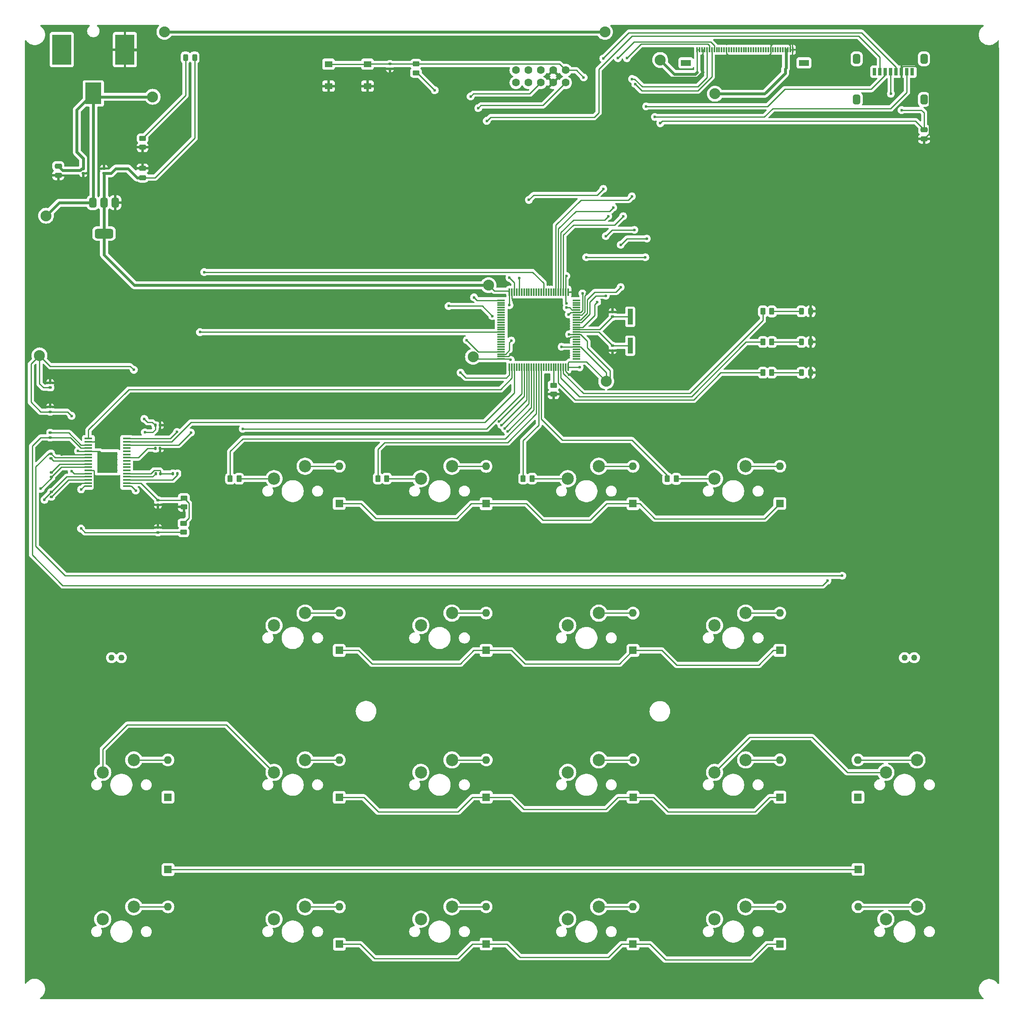
<source format=gtl>
G04 #@! TF.GenerationSoftware,KiCad,Pcbnew,8.0.4*
G04 #@! TF.CreationDate,2024-10-08T15:05:26-04:00*
G04 #@! TF.ProjectId,FULL BOARD,46554c4c-2042-44f4-9152-442e6b696361,rev?*
G04 #@! TF.SameCoordinates,Original*
G04 #@! TF.FileFunction,Copper,L1,Top*
G04 #@! TF.FilePolarity,Positive*
%FSLAX46Y46*%
G04 Gerber Fmt 4.6, Leading zero omitted, Abs format (unit mm)*
G04 Created by KiCad (PCBNEW 8.0.4) date 2024-10-08 15:05:26*
%MOMM*%
%LPD*%
G01*
G04 APERTURE LIST*
G04 Aperture macros list*
%AMRoundRect*
0 Rectangle with rounded corners*
0 $1 Rounding radius*
0 $2 $3 $4 $5 $6 $7 $8 $9 X,Y pos of 4 corners*
0 Add a 4 corners polygon primitive as box body*
4,1,4,$2,$3,$4,$5,$6,$7,$8,$9,$2,$3,0*
0 Add four circle primitives for the rounded corners*
1,1,$1+$1,$2,$3*
1,1,$1+$1,$4,$5*
1,1,$1+$1,$6,$7*
1,1,$1+$1,$8,$9*
0 Add four rect primitives between the rounded corners*
20,1,$1+$1,$2,$3,$4,$5,0*
20,1,$1+$1,$4,$5,$6,$7,0*
20,1,$1+$1,$6,$7,$8,$9,0*
20,1,$1+$1,$8,$9,$2,$3,0*%
G04 Aperture macros list end*
G04 #@! TA.AperFunction,SMDPad,CuDef*
%ADD10RoundRect,0.140000X0.170000X-0.140000X0.170000X0.140000X-0.170000X0.140000X-0.170000X-0.140000X0*%
G04 #@! TD*
G04 #@! TA.AperFunction,SMDPad,CuDef*
%ADD11R,1.041400X3.200400*%
G04 #@! TD*
G04 #@! TA.AperFunction,SMDPad,CuDef*
%ADD12RoundRect,0.250000X-0.450000X0.262500X-0.450000X-0.262500X0.450000X-0.262500X0.450000X0.262500X0*%
G04 #@! TD*
G04 #@! TA.AperFunction,ComponentPad*
%ADD13C,1.600200*%
G04 #@! TD*
G04 #@! TA.AperFunction,SMDPad,CuDef*
%ADD14RoundRect,0.140000X0.140000X0.170000X-0.140000X0.170000X-0.140000X-0.170000X0.140000X-0.170000X0*%
G04 #@! TD*
G04 #@! TA.AperFunction,SMDPad,CuDef*
%ADD15R,1.599999X0.449999*%
G04 #@! TD*
G04 #@! TA.AperFunction,SMDPad,CuDef*
%ADD16R,4.110000X4.359999*%
G04 #@! TD*
G04 #@! TA.AperFunction,ComponentPad*
%ADD17C,0.499999*%
G04 #@! TD*
G04 #@! TA.AperFunction,SMDPad,CuDef*
%ADD18RoundRect,0.250000X-0.475000X0.250000X-0.475000X-0.250000X0.475000X-0.250000X0.475000X0.250000X0*%
G04 #@! TD*
G04 #@! TA.AperFunction,ComponentPad*
%ADD19C,2.500000*%
G04 #@! TD*
G04 #@! TA.AperFunction,ComponentPad*
%ADD20C,1.270000*%
G04 #@! TD*
G04 #@! TA.AperFunction,SMDPad,CuDef*
%ADD21RoundRect,0.243750X0.243750X0.456250X-0.243750X0.456250X-0.243750X-0.456250X0.243750X-0.456250X0*%
G04 #@! TD*
G04 #@! TA.AperFunction,SMDPad,CuDef*
%ADD22RoundRect,0.140000X-0.170000X0.140000X-0.170000X-0.140000X0.170000X-0.140000X0.170000X0.140000X0*%
G04 #@! TD*
G04 #@! TA.AperFunction,SMDPad,CuDef*
%ADD23RoundRect,0.243750X-0.243750X-0.456250X0.243750X-0.456250X0.243750X0.456250X-0.243750X0.456250X0*%
G04 #@! TD*
G04 #@! TA.AperFunction,SMDPad,CuDef*
%ADD24R,3.302000X4.394200*%
G04 #@! TD*
G04 #@! TA.AperFunction,SMDPad,CuDef*
%ADD25R,3.911600X6.197600*%
G04 #@! TD*
G04 #@! TA.AperFunction,SMDPad,CuDef*
%ADD26RoundRect,0.250000X0.475000X-0.250000X0.475000X0.250000X-0.475000X0.250000X-0.475000X-0.250000X0*%
G04 #@! TD*
G04 #@! TA.AperFunction,SMDPad,CuDef*
%ADD27RoundRect,0.140000X-0.140000X-0.170000X0.140000X-0.170000X0.140000X0.170000X-0.140000X0.170000X0*%
G04 #@! TD*
G04 #@! TA.AperFunction,SMDPad,CuDef*
%ADD28RoundRect,0.250000X-0.262500X-0.450000X0.262500X-0.450000X0.262500X0.450000X-0.262500X0.450000X0*%
G04 #@! TD*
G04 #@! TA.AperFunction,SMDPad,CuDef*
%ADD29RoundRect,0.250000X0.262500X0.450000X-0.262500X0.450000X-0.262500X-0.450000X0.262500X-0.450000X0*%
G04 #@! TD*
G04 #@! TA.AperFunction,SMDPad,CuDef*
%ADD30RoundRect,0.250000X0.450000X-0.262500X0.450000X0.262500X-0.450000X0.262500X-0.450000X-0.262500X0*%
G04 #@! TD*
G04 #@! TA.AperFunction,SMDPad,CuDef*
%ADD31RoundRect,0.075000X0.725000X0.075000X-0.725000X0.075000X-0.725000X-0.075000X0.725000X-0.075000X0*%
G04 #@! TD*
G04 #@! TA.AperFunction,SMDPad,CuDef*
%ADD32RoundRect,0.075000X0.075000X0.725000X-0.075000X0.725000X-0.075000X-0.725000X0.075000X-0.725000X0*%
G04 #@! TD*
G04 #@! TA.AperFunction,SMDPad,CuDef*
%ADD33R,0.800000X1.500000*%
G04 #@! TD*
G04 #@! TA.AperFunction,SMDPad,CuDef*
%ADD34RoundRect,0.362500X-0.362500X-0.637500X0.362500X-0.637500X0.362500X0.637500X-0.362500X0.637500X0*%
G04 #@! TD*
G04 #@! TA.AperFunction,SMDPad,CuDef*
%ADD35RoundRect,0.375000X-0.375000X0.625000X-0.375000X-0.625000X0.375000X-0.625000X0.375000X0.625000X0*%
G04 #@! TD*
G04 #@! TA.AperFunction,SMDPad,CuDef*
%ADD36RoundRect,0.500000X-1.400000X0.500000X-1.400000X-0.500000X1.400000X-0.500000X1.400000X0.500000X0*%
G04 #@! TD*
G04 #@! TA.AperFunction,SMDPad,CuDef*
%ADD37R,1.550000X1.300000*%
G04 #@! TD*
G04 #@! TA.AperFunction,SMDPad,CuDef*
%ADD38R,0.300000X1.000000*%
G04 #@! TD*
G04 #@! TA.AperFunction,SMDPad,CuDef*
%ADD39R,2.000000X1.300000*%
G04 #@! TD*
G04 #@! TA.AperFunction,ComponentPad*
%ADD40R,1.600000X1.600000*%
G04 #@! TD*
G04 #@! TA.AperFunction,ComponentPad*
%ADD41O,1.600000X1.600000*%
G04 #@! TD*
G04 #@! TA.AperFunction,ViaPad*
%ADD42C,0.600000*%
G04 #@! TD*
G04 #@! TA.AperFunction,ViaPad*
%ADD43C,2.235200*%
G04 #@! TD*
G04 #@! TA.AperFunction,Conductor*
%ADD44C,0.254000*%
G04 #@! TD*
G04 #@! TA.AperFunction,Conductor*
%ADD45C,0.609600*%
G04 #@! TD*
G04 APERTURE END LIST*
D10*
X96230800Y-142308200D03*
X96230800Y-141348200D03*
D11*
X192711600Y-109789600D03*
X192711600Y-103871400D03*
D12*
X101435200Y-146070000D03*
X101435200Y-147895000D03*
D13*
X179511600Y-53491400D03*
X179511600Y-56031400D03*
X176971600Y-53491400D03*
X176971600Y-56031400D03*
X174431600Y-53491400D03*
X174431600Y-56031400D03*
X171891600Y-53491400D03*
X171891600Y-56031400D03*
X169351600Y-53491400D03*
X169351600Y-56031400D03*
D14*
X100208200Y-135884600D03*
X99248200Y-135884600D03*
D15*
X89819200Y-138494999D03*
X89819200Y-137844998D03*
X89819200Y-137194999D03*
X89819200Y-136544998D03*
X89819200Y-135894999D03*
X89819200Y-135244998D03*
X89819200Y-134594999D03*
X89819200Y-133944998D03*
X89819200Y-133294999D03*
X89819200Y-132644998D03*
X89819200Y-131994999D03*
X89819200Y-131344998D03*
X89819200Y-130695000D03*
X89819200Y-130044998D03*
X89819200Y-129395000D03*
X89819200Y-128744998D03*
X82019200Y-128744998D03*
X82019200Y-129395000D03*
X82019200Y-130044998D03*
X82019200Y-130695000D03*
X82019200Y-131344998D03*
X82019200Y-131994999D03*
X82019200Y-132644998D03*
X82019200Y-133294999D03*
X82019200Y-133944998D03*
X82019200Y-134594999D03*
X82019200Y-135244998D03*
X82019200Y-135894999D03*
X82019200Y-136544998D03*
X82019200Y-137194999D03*
X82019200Y-137844998D03*
X82019200Y-138494999D03*
D16*
X85919200Y-133620000D03*
D17*
X87724200Y-135269999D03*
X87724200Y-134169999D03*
X87724200Y-133070001D03*
X87724200Y-131970001D03*
X85919200Y-135269999D03*
X85919200Y-134169999D03*
X85919200Y-133070001D03*
X85919200Y-131970001D03*
X84114200Y-135269999D03*
X84114200Y-134169999D03*
X84114200Y-133070001D03*
X84114200Y-131970001D03*
D18*
X75856900Y-73068800D03*
X75856900Y-74968800D03*
D19*
X244944000Y-226951400D03*
X251294000Y-224411400D03*
X149944000Y-226951400D03*
X156294000Y-224411400D03*
D20*
X88754033Y-173514000D03*
X86754032Y-173514000D03*
D21*
X229559000Y-102754000D03*
X227684000Y-102754000D03*
D19*
X119944000Y-226951400D03*
X126294000Y-224411400D03*
D10*
X96228200Y-147919000D03*
X96228200Y-146959000D03*
D22*
X74409600Y-135656000D03*
X74409600Y-136616000D03*
D19*
X179944000Y-196951400D03*
X186294000Y-194411400D03*
D23*
X101841600Y-50891400D03*
X103716600Y-50891400D03*
D19*
X84944000Y-196951400D03*
X91294000Y-194411400D03*
D24*
X83021600Y-58238510D03*
D25*
X89477400Y-49294800D03*
X76565800Y-49294800D03*
D26*
X93078100Y-75451400D03*
X93078100Y-73551400D03*
D19*
X209944000Y-196951400D03*
X216294000Y-194411400D03*
D10*
X189101600Y-103871400D03*
X189101600Y-102911400D03*
D27*
X95700000Y-130779200D03*
X96660000Y-130779200D03*
D28*
X219806500Y-115284000D03*
X221631500Y-115284000D03*
D27*
X95771000Y-135884600D03*
X96731000Y-135884600D03*
D29*
X112799000Y-136954000D03*
X110974000Y-136954000D03*
D19*
X119944000Y-166951400D03*
X126294000Y-164411400D03*
X119944000Y-196951400D03*
X126294000Y-194411400D03*
D21*
X229579000Y-109014000D03*
X227704000Y-109014000D03*
D30*
X148931600Y-54036400D03*
X148931600Y-52211400D03*
D19*
X149944000Y-136951400D03*
X156294000Y-134411400D03*
X149944000Y-166951400D03*
X156294000Y-164411400D03*
D28*
X219819000Y-109024000D03*
X221644000Y-109024000D03*
X219819000Y-102774000D03*
X221644000Y-102774000D03*
D10*
X74358800Y-132780600D03*
X74358800Y-131820600D03*
D19*
X209944000Y-226951400D03*
X216294000Y-224411400D03*
D12*
X101511400Y-140888400D03*
X101511400Y-142713400D03*
D29*
X172669000Y-136934000D03*
X170844000Y-136934000D03*
D22*
X74206400Y-127578800D03*
X74206400Y-128538800D03*
D19*
X209944000Y-136951400D03*
X216294000Y-134411400D03*
D20*
X250753968Y-173514000D03*
X248753967Y-173514000D03*
D19*
X119944000Y-136951400D03*
X126294000Y-134411400D03*
D31*
X181702000Y-112501000D03*
X181702000Y-112001000D03*
X181702000Y-111501000D03*
X181702000Y-111001000D03*
X181702000Y-110501000D03*
X181702000Y-110001000D03*
X181702000Y-109501000D03*
X181702000Y-109001000D03*
X181702000Y-108501000D03*
X181702000Y-108001000D03*
X181702000Y-107501000D03*
X181702000Y-107001000D03*
X181702000Y-106501000D03*
X181702000Y-106001000D03*
X181702000Y-105501000D03*
X181702000Y-105001000D03*
X181702000Y-104501000D03*
X181702000Y-104001000D03*
X181702000Y-103501000D03*
X181702000Y-103001000D03*
X181702000Y-102501000D03*
X181702000Y-102001000D03*
X181702000Y-101501000D03*
X181702000Y-101001000D03*
X181702000Y-100501000D03*
D32*
X180027000Y-98826000D03*
X179527000Y-98826000D03*
X179027000Y-98826000D03*
X178527000Y-98826000D03*
X178027000Y-98826000D03*
X177527000Y-98826000D03*
X177027000Y-98826000D03*
X176527000Y-98826000D03*
X176027000Y-98826000D03*
X175527000Y-98826000D03*
X175027000Y-98826000D03*
X174527000Y-98826000D03*
X174027000Y-98826000D03*
X173527000Y-98826000D03*
X173027000Y-98826000D03*
X172527000Y-98826000D03*
X172027000Y-98826000D03*
X171527000Y-98826000D03*
X171027000Y-98826000D03*
X170527000Y-98826000D03*
X170027000Y-98826000D03*
X169527000Y-98826000D03*
X169027000Y-98826000D03*
X168527000Y-98826000D03*
X168027000Y-98826000D03*
D31*
X166352000Y-100501000D03*
X166352000Y-101001000D03*
X166352000Y-101501000D03*
X166352000Y-102001000D03*
X166352000Y-102501000D03*
X166352000Y-103001000D03*
X166352000Y-103501000D03*
X166352000Y-104001000D03*
X166352000Y-104501000D03*
X166352000Y-105001000D03*
X166352000Y-105501000D03*
X166352000Y-106001000D03*
X166352000Y-106501000D03*
X166352000Y-107001000D03*
X166352000Y-107501000D03*
X166352000Y-108001000D03*
X166352000Y-108501000D03*
X166352000Y-109001000D03*
X166352000Y-109501000D03*
X166352000Y-110001000D03*
X166352000Y-110501000D03*
X166352000Y-111001000D03*
X166352000Y-111501000D03*
X166352000Y-112001000D03*
X166352000Y-112501000D03*
D32*
X168027000Y-114176000D03*
X168527000Y-114176000D03*
X169027000Y-114176000D03*
X169527000Y-114176000D03*
X170027000Y-114176000D03*
X170527000Y-114176000D03*
X171027000Y-114176000D03*
X171527000Y-114176000D03*
X172027000Y-114176000D03*
X172527000Y-114176000D03*
X173027000Y-114176000D03*
X173527000Y-114176000D03*
X174027000Y-114176000D03*
X174527000Y-114176000D03*
X175027000Y-114176000D03*
X175527000Y-114176000D03*
X176027000Y-114176000D03*
X176527000Y-114176000D03*
X177027000Y-114176000D03*
X177527000Y-114176000D03*
X178027000Y-114176000D03*
X178527000Y-114176000D03*
X179027000Y-114176000D03*
X179527000Y-114176000D03*
X180027000Y-114176000D03*
D33*
X242641600Y-53781400D03*
X243741600Y-53781400D03*
X244841600Y-53781400D03*
X245941600Y-53781400D03*
X247041600Y-53781400D03*
X248141600Y-53781400D03*
X249241600Y-53781400D03*
X250341600Y-53781400D03*
D34*
X238971600Y-51181400D03*
X238971600Y-59481400D03*
X252721600Y-51181400D03*
X252721600Y-59481400D03*
D35*
X87504100Y-80561400D03*
X85204100Y-80561400D03*
D36*
X85204100Y-86861400D03*
D35*
X82904100Y-80561400D03*
D37*
X139021600Y-56751400D03*
X131061600Y-56751400D03*
X139021600Y-52251400D03*
X131061600Y-52251400D03*
D19*
X84944000Y-226951400D03*
X91294000Y-224411400D03*
D22*
X143597600Y-52211400D03*
X143597600Y-53171400D03*
D19*
X149944000Y-196951400D03*
X156294000Y-194411400D03*
D10*
X85204100Y-74562200D03*
X85204100Y-73602200D03*
D19*
X244944000Y-196951400D03*
X251294000Y-194411400D03*
D29*
X142969000Y-136924000D03*
X141144000Y-136924000D03*
D22*
X189111600Y-109791400D03*
X189111600Y-110751400D03*
X80962300Y-73602200D03*
X80962300Y-74562200D03*
D14*
X96657400Y-126054800D03*
X95697400Y-126054800D03*
D38*
X206391576Y-49291401D03*
X206891575Y-49291401D03*
X207391577Y-49291401D03*
X207891576Y-49291401D03*
X208391577Y-49291401D03*
X208891576Y-49291401D03*
X209391575Y-49291401D03*
X209891577Y-49291401D03*
X210391576Y-49291401D03*
X210891575Y-49291401D03*
X211391576Y-49291401D03*
X211891575Y-49291401D03*
X212391577Y-49291401D03*
X212891576Y-49291401D03*
X213391575Y-49291401D03*
X213891576Y-49291401D03*
X214391575Y-49291401D03*
X214891577Y-49291401D03*
X215391576Y-49291401D03*
X215891575Y-49291401D03*
X216391577Y-49291401D03*
X216891575Y-49291401D03*
X217391577Y-49291401D03*
X217891576Y-49291401D03*
X218391575Y-49291401D03*
X218891577Y-49291401D03*
X219391576Y-49291401D03*
X219891577Y-49291401D03*
X220391576Y-49291401D03*
X220891575Y-49291401D03*
X221391577Y-49291401D03*
X221891576Y-49291401D03*
X222391577Y-49291401D03*
X222891576Y-49291401D03*
X223391575Y-49291401D03*
X223891577Y-49291401D03*
X224391576Y-49291401D03*
X224891577Y-49291401D03*
X225391576Y-49291401D03*
X225891575Y-49291401D03*
D39*
X204091596Y-51991400D03*
X228191558Y-51991400D03*
D22*
X74206400Y-122321000D03*
X74206400Y-123281000D03*
D19*
X209944000Y-166951400D03*
X216294000Y-164411400D03*
X179944000Y-166951400D03*
X186294000Y-164411400D03*
D18*
X252761600Y-65651400D03*
X252761600Y-67551400D03*
D21*
X229594000Y-115294000D03*
X227719000Y-115294000D03*
D19*
X179944000Y-226951400D03*
X186294000Y-224411400D03*
D12*
X93071600Y-67408900D03*
X93071600Y-69233900D03*
D19*
X179944000Y-136951400D03*
X186294000Y-134411400D03*
D22*
X74206400Y-117370600D03*
X74206400Y-118330600D03*
D29*
X202119000Y-136974000D03*
X200294000Y-136974000D03*
D12*
X177051000Y-117876000D03*
X177051000Y-119701000D03*
D10*
X74435000Y-140629200D03*
X74435000Y-139669200D03*
D40*
X98268000Y-216799400D03*
D41*
X98268000Y-224419400D03*
D40*
X98258000Y-202029400D03*
D41*
X98258000Y-194409400D03*
D40*
X163279000Y-172014000D03*
D41*
X163279000Y-164394000D03*
D40*
X133278000Y-172029400D03*
D41*
X133278000Y-164409400D03*
D40*
X193278000Y-142039400D03*
D41*
X193278000Y-134419400D03*
D40*
X239258000Y-216789400D03*
D41*
X239258000Y-224409400D03*
D40*
X223288000Y-202019400D03*
D41*
X223288000Y-194399400D03*
D40*
X223278000Y-172019400D03*
D41*
X223278000Y-164399400D03*
D40*
X133268000Y-142029400D03*
D41*
X133268000Y-134409400D03*
D40*
X133298000Y-232039400D03*
D41*
X133298000Y-224419400D03*
D40*
X163268000Y-232029400D03*
D41*
X163268000Y-224409400D03*
D40*
X133278000Y-202039400D03*
D41*
X133278000Y-194419400D03*
D40*
X193288000Y-202019400D03*
D41*
X193288000Y-194399400D03*
D40*
X223278000Y-142029400D03*
D41*
X223278000Y-134409400D03*
D40*
X193278000Y-172019400D03*
D41*
X193278000Y-164399400D03*
D40*
X163258000Y-142039400D03*
D41*
X163258000Y-134419400D03*
D40*
X193278000Y-232029400D03*
D41*
X193278000Y-224409400D03*
D40*
X163298000Y-202029400D03*
D41*
X163298000Y-194409400D03*
D40*
X239228000Y-202029400D03*
D41*
X239228000Y-194409400D03*
D40*
X223258000Y-232019400D03*
D41*
X223258000Y-224399400D03*
D42*
X168034000Y-101493000D03*
X155619000Y-101674000D03*
X182385000Y-114193000D03*
X180226000Y-107462000D03*
X245971600Y-58291400D03*
X179654000Y-95524000D03*
X180149800Y-103398000D03*
X179729000Y-101105800D03*
X195796200Y-91714000D03*
D43*
X163766800Y-97404000D03*
D42*
X198844200Y-64324000D03*
X182954800Y-99099200D03*
X248161600Y-61641400D03*
X183731200Y-91714000D03*
X152781600Y-57591400D03*
D43*
X187795200Y-117063200D03*
D42*
X178702000Y-110002000D03*
X164539800Y-103722000D03*
X168288000Y-112669000D03*
D43*
X160601440Y-112041192D03*
D42*
X168796000Y-100477000D03*
X181430800Y-98870600D03*
X183871600Y-99201400D03*
X180226000Y-115717000D03*
X77401600Y-139721400D03*
D43*
X195331600Y-51631400D03*
D42*
X76591600Y-132018000D03*
X180226000Y-108351000D03*
X76591600Y-118611400D03*
D43*
X185831600Y-48661400D03*
D42*
X84199600Y-128893400D03*
X168288000Y-111526000D03*
X168034000Y-95905000D03*
X79901600Y-131301400D03*
X93561200Y-127477200D03*
D43*
X72019000Y-111764000D03*
X97541600Y-45661400D03*
D42*
X91681600Y-139364400D03*
X78600600Y-135427400D03*
D43*
X210031600Y-58311400D03*
X198831600Y-51401400D03*
X73366100Y-83221400D03*
X95151600Y-58921400D03*
D42*
X91300600Y-114701000D03*
X78575200Y-124124400D03*
D43*
X187541600Y-45671400D03*
D42*
X93434200Y-124734000D03*
X168415000Y-108732000D03*
X185952000Y-100858000D03*
X183201600Y-54971400D03*
X179713900Y-102005100D03*
X160806000Y-99912000D03*
X163396800Y-63844000D03*
X193561000Y-86126000D03*
X187719000Y-99588000D03*
X187719000Y-87396000D03*
X195971600Y-60891400D03*
X170027000Y-95930400D03*
X187222000Y-51093200D03*
X171996400Y-79979200D03*
X187211000Y-77744000D03*
X196101000Y-87904000D03*
X190767000Y-89174000D03*
X190767000Y-97810000D03*
X197751600Y-63041400D03*
X189243000Y-81554000D03*
X192011600Y-51031400D03*
X80505600Y-147136800D03*
X80531000Y-139135800D03*
X193751600Y-56321400D03*
X193053000Y-79268000D03*
X190191600Y-51031400D03*
X188227000Y-83332000D03*
X73019000Y-141264000D03*
X233019000Y-157764000D03*
X161671600Y-61231400D03*
X159296400Y-108630400D03*
X160111600Y-58851400D03*
X158051800Y-115285200D03*
X72269000Y-139014000D03*
X236019000Y-156764000D03*
X167087313Y-126708313D03*
X193101600Y-55281400D03*
X191275000Y-83332000D03*
X167653000Y-127274000D03*
X166383000Y-126004000D03*
X104813400Y-107004800D03*
X102959200Y-127528000D03*
X113551000Y-126766000D03*
X165875000Y-125242000D03*
X100114400Y-127401000D03*
X105677000Y-94736600D03*
D44*
X252581600Y-62021400D02*
X252201600Y-61641400D01*
X152781600Y-57591400D02*
X149226600Y-54036400D01*
X182549592Y-107478000D02*
X182080200Y-107478000D01*
X168288000Y-112669000D02*
X168120000Y-112501000D01*
X180027000Y-114176000D02*
X182368000Y-114176000D01*
X180027000Y-113259408D02*
X180027000Y-114176000D01*
D45*
X86631700Y-74562200D02*
X87591700Y-73602200D01*
D44*
X252201600Y-61641400D02*
X248161600Y-61641400D01*
X182572592Y-103001000D02*
X181702000Y-103001000D01*
X252761600Y-65651400D02*
X252761600Y-62201400D01*
X168120000Y-112501000D02*
X166352000Y-112501000D01*
X103716600Y-67355200D02*
X95620400Y-75451400D01*
X164539800Y-103722000D02*
X162491800Y-101674000D01*
X164934800Y-98572000D02*
X167773000Y-98572000D01*
X182572592Y-110001000D02*
X181702000Y-110001000D01*
X179527000Y-95651000D02*
X179527000Y-98826000D01*
X181702000Y-110001000D02*
X178703000Y-110001000D01*
X103716600Y-50891400D02*
X103716600Y-67355200D01*
X180237408Y-113049000D02*
X180027000Y-113259408D01*
X182954800Y-99099200D02*
X182981600Y-99126000D01*
X199276800Y-63891400D02*
X198844200Y-64324000D01*
D45*
X92006300Y-75451400D02*
X93078100Y-75451400D01*
D44*
X160601440Y-112041192D02*
X161061248Y-112501000D01*
X179654000Y-95524000D02*
X179527000Y-95651000D01*
X168034000Y-101493000D02*
X168027000Y-101486000D01*
X181702000Y-107501000D02*
X180265000Y-107501000D01*
X163766800Y-97404000D02*
X163649000Y-97404000D01*
X187795200Y-117063200D02*
X187795200Y-115223608D01*
X163766800Y-97404000D02*
X164934800Y-98572000D01*
X187795200Y-117063200D02*
X183781000Y-113049000D01*
X178703000Y-110001000D02*
X178702000Y-110002000D01*
X182981600Y-102591992D02*
X182572592Y-103001000D01*
D45*
X91394200Y-97404000D02*
X163766800Y-97404000D01*
D44*
X180546800Y-103001000D02*
X181702000Y-103001000D01*
X182981600Y-99126000D02*
X182981600Y-102591992D01*
X168027000Y-101486000D02*
X168027000Y-98826000D01*
X95620400Y-75451400D02*
X93078100Y-75451400D01*
X183934400Y-108862808D02*
X182549592Y-107478000D01*
X183731200Y-91714000D02*
X195796200Y-91714000D01*
X187795200Y-117063200D02*
X188608000Y-116250400D01*
X167773000Y-98572000D02*
X168027000Y-98826000D01*
X251001600Y-63891400D02*
X199276800Y-63891400D01*
X180265000Y-107501000D02*
X180226000Y-107462000D01*
X162491800Y-101674000D02*
X155619000Y-101674000D01*
D45*
X85204100Y-80561400D02*
X85204100Y-86861400D01*
D44*
X183934400Y-110154400D02*
X183934400Y-108862808D01*
X180149800Y-103398000D02*
X180546800Y-103001000D01*
D45*
X90157100Y-73602200D02*
X92006300Y-75451400D01*
D44*
X179527000Y-100903800D02*
X179527000Y-98826000D01*
X187795200Y-115223608D02*
X182572592Y-110001000D01*
D45*
X85204100Y-74562200D02*
X86631700Y-74562200D01*
D44*
X163649000Y-97404000D02*
X163561600Y-97491400D01*
X245941600Y-58261400D02*
X245941600Y-53781400D01*
X252761600Y-65651400D02*
X251001600Y-63891400D01*
D45*
X85204100Y-74562200D02*
X85204100Y-80561400D01*
X85204100Y-86861400D02*
X85204100Y-91213900D01*
D44*
X245971600Y-58291400D02*
X245941600Y-58261400D01*
X182368000Y-114176000D02*
X182385000Y-114193000D01*
X179729000Y-101105800D02*
X179527000Y-100903800D01*
X252761600Y-62201400D02*
X252581600Y-62021400D01*
X161061248Y-112501000D02*
X166352000Y-112501000D01*
X188608000Y-116250400D02*
X188608000Y-114828000D01*
X149226600Y-54036400D02*
X148931600Y-54036400D01*
X183781000Y-113049000D02*
X180237408Y-113049000D01*
X188608000Y-114828000D02*
X183934400Y-110154400D01*
D45*
X85204100Y-91213900D02*
X91394200Y-97404000D01*
X87591700Y-73602200D02*
X90157100Y-73602200D01*
D44*
X74206400Y-117370600D02*
X75350800Y-117370600D01*
X207895999Y-49291401D02*
X207914577Y-49272823D01*
X225391576Y-48487400D02*
X225391576Y-49291401D01*
X207862176Y-49291401D02*
X207391577Y-49291401D01*
X75350800Y-117370600D02*
X76591600Y-118611400D01*
X78071600Y-140391400D02*
X77401600Y-139721400D01*
X225391576Y-49291401D02*
X225891575Y-49291401D01*
X207542000Y-53892397D02*
X207542000Y-49441824D01*
X76263500Y-74562200D02*
X75856900Y-74968800D01*
X83195700Y-138937300D02*
X81741600Y-140391400D01*
X212391577Y-49291401D02*
X212391577Y-50095402D01*
X183455000Y-102838000D02*
X182792000Y-103501000D01*
X248514600Y-52704400D02*
X248141600Y-53077400D01*
X253813600Y-55449400D02*
X251068600Y-52704400D01*
D45*
X96958200Y-49294800D02*
X98801600Y-47451400D01*
X206337346Y-55105801D02*
X198806001Y-55105801D01*
D44*
X82131200Y-131995000D02*
X76614600Y-131995000D01*
X180197408Y-115717000D02*
X179527000Y-115046592D01*
X76614600Y-131995000D02*
X76591600Y-132018000D01*
X253813600Y-66499400D02*
X253813600Y-55449400D01*
X252761600Y-67551400D02*
X253813600Y-66499400D01*
X181386200Y-98826000D02*
X180027000Y-98826000D01*
D45*
X98801600Y-47451400D02*
X184621600Y-47451400D01*
X89477400Y-49294800D02*
X96958200Y-49294800D01*
D44*
X221391577Y-49291401D02*
X221391577Y-48487400D01*
X168527000Y-98826000D02*
X168527000Y-100208000D01*
X82131200Y-135245000D02*
X83097700Y-135245000D01*
X167813000Y-112001000D02*
X168288000Y-111526000D01*
X83097700Y-135245000D02*
X83195700Y-135343000D01*
X168527000Y-100208000D02*
X168796000Y-100477000D01*
X183455000Y-99618000D02*
X183455000Y-102838000D01*
X83195700Y-135343000D02*
X83195700Y-138937300D01*
X221757577Y-48121400D02*
X225025576Y-48121400D01*
X221391577Y-50095399D02*
X221391577Y-49291401D01*
X180576000Y-108001000D02*
X180226000Y-108351000D01*
X207914577Y-49239000D02*
X207862176Y-49291401D01*
X207891576Y-49291401D02*
X207895999Y-49291401D01*
X81741600Y-140391400D02*
X78071600Y-140391400D01*
X251068600Y-52704400D02*
X248514600Y-52704400D01*
X83698000Y-129395000D02*
X82019200Y-129395000D01*
X77401600Y-139721400D02*
X79278000Y-137845000D01*
X179527000Y-115046592D02*
X179527000Y-114176000D01*
D45*
X198806001Y-55105801D02*
X195331600Y-51631400D01*
D44*
X207542000Y-49441824D02*
X207391577Y-49291401D01*
X181430800Y-98870600D02*
X181386200Y-98826000D01*
X225025576Y-48121400D02*
X225391576Y-48487400D01*
X181702000Y-108001000D02*
X180576000Y-108001000D01*
X212779775Y-50483600D02*
X221003376Y-50483600D01*
X183871600Y-99201400D02*
X183455000Y-99618000D01*
D45*
X207546375Y-53896772D02*
X206337346Y-55105801D01*
D44*
X212391577Y-50095402D02*
X212779775Y-50483600D01*
X207914577Y-49272823D02*
X207914577Y-49239000D01*
X207546375Y-53896772D02*
X207542000Y-53892397D01*
X79278000Y-137845000D02*
X82131200Y-137845000D01*
X182792000Y-103501000D02*
X181702000Y-103501000D01*
X84199600Y-128893400D02*
X83698000Y-129395000D01*
X221003376Y-50483600D02*
X221391577Y-50095399D01*
D45*
X184621600Y-47451400D02*
X185831600Y-48661400D01*
D44*
X166352000Y-112001000D02*
X167813000Y-112001000D01*
X221391577Y-48487400D02*
X221757577Y-48121400D01*
X180226000Y-115717000D02*
X180197408Y-115717000D01*
X248141600Y-53077400D02*
X248141600Y-53781400D01*
X169027000Y-96898000D02*
X169027000Y-98826000D01*
X168034000Y-95905000D02*
X169027000Y-96898000D01*
X89707200Y-138495000D02*
X90812200Y-138495000D01*
X206891575Y-49291401D02*
X206391576Y-49291401D01*
D45*
X80962300Y-71494000D02*
X79651600Y-70183300D01*
X220181200Y-58311400D02*
X224391601Y-54100999D01*
X198831600Y-51401400D02*
X201726401Y-54296201D01*
X82776100Y-80433400D02*
X82904100Y-80561400D01*
D44*
X82019200Y-131344998D02*
X84305197Y-131344998D01*
X70269000Y-113514000D02*
X70269000Y-121304600D01*
X94120000Y-125419800D02*
X95062400Y-125419800D01*
X77731800Y-123281000D02*
X74206400Y-123281000D01*
X95062400Y-125419800D02*
X95697400Y-126054800D01*
D45*
X84297380Y-58921400D02*
X95151600Y-58921400D01*
X80315534Y-73983200D02*
X80696534Y-73602200D01*
X73366100Y-83221400D02*
X76026100Y-80561400D01*
X83614490Y-58238510D02*
X84297380Y-58921400D01*
X83021600Y-80443900D02*
X82904100Y-80561400D01*
D44*
X95697400Y-126915800D02*
X95697400Y-126054800D01*
X93561200Y-127477200D02*
X95136000Y-127477200D01*
X206391576Y-49291401D02*
X206391576Y-53906623D01*
D45*
X224546377Y-53036624D02*
X224546377Y-49291401D01*
X76771300Y-73983200D02*
X80315534Y-73983200D01*
D44*
X79945200Y-131345000D02*
X82131200Y-131345000D01*
X95136000Y-127477200D02*
X95697400Y-126915800D01*
X72019000Y-111764000D02*
X70269000Y-113514000D01*
D45*
X83021600Y-58238510D02*
X83021600Y-80443900D01*
X210031600Y-58311400D02*
X220181200Y-58311400D01*
X224391601Y-53191400D02*
X224546377Y-53036624D01*
D44*
X224891577Y-49291401D02*
X224546377Y-49291401D01*
D45*
X80696534Y-73602200D02*
X80962300Y-73602200D01*
D44*
X72019000Y-111764000D02*
X74219400Y-113964400D01*
X79901600Y-131301400D02*
X79945200Y-131345000D01*
X85342201Y-132382002D02*
X85342201Y-133309002D01*
D45*
X187531600Y-45661400D02*
X187541600Y-45671400D01*
D44*
X72245400Y-123281000D02*
X74206400Y-123281000D01*
X78575200Y-124124400D02*
X77731800Y-123281000D01*
D45*
X79651600Y-61608510D02*
X83021600Y-58238510D01*
X224391601Y-54100999D02*
X224391601Y-53191400D01*
X206391576Y-53906623D02*
X206379577Y-53906623D01*
D44*
X72806800Y-118330600D02*
X74206400Y-118330600D01*
D45*
X83021600Y-58238510D02*
X83614490Y-58238510D01*
D44*
X90812200Y-138495000D02*
X91681600Y-139364400D01*
D45*
X75856900Y-73068800D02*
X76771300Y-73983200D01*
D44*
X70269000Y-121304600D02*
X72245400Y-123281000D01*
X74219400Y-113964400D02*
X90564000Y-113964400D01*
X82131200Y-135895000D02*
X79068200Y-135895000D01*
X93434200Y-124734000D02*
X94120000Y-125419800D01*
X72019000Y-117542800D02*
X72806800Y-118330600D01*
D45*
X76026100Y-80561400D02*
X82904100Y-80561400D01*
D44*
X90564000Y-113964400D02*
X91300600Y-114701000D01*
D45*
X79651600Y-70183300D02*
X79651600Y-61608510D01*
X201726401Y-54296201D02*
X206001998Y-54296201D01*
X206379577Y-53906623D02*
X206322800Y-53963400D01*
X206001998Y-54296201D02*
X206391576Y-53906623D01*
D44*
X79068200Y-135895000D02*
X78600600Y-135427400D01*
D45*
X97541600Y-45661400D02*
X187531600Y-45661400D01*
X80962300Y-73602200D02*
X80962300Y-71494000D01*
D44*
X84305197Y-131344998D02*
X85342201Y-132382002D01*
X72019000Y-111764000D02*
X72019000Y-117542800D01*
X168034000Y-110689592D02*
X167222592Y-111501000D01*
X168415000Y-108732000D02*
X168034000Y-109113000D01*
X167222592Y-111501000D02*
X166352000Y-111501000D01*
X168034000Y-109113000D02*
X168034000Y-110689592D01*
X139449600Y-52211400D02*
X143597600Y-52211400D01*
X139413600Y-52247400D02*
X139449600Y-52211400D01*
X181721600Y-53491400D02*
X179511600Y-53491400D01*
X185433000Y-101377000D02*
X185433000Y-103566751D01*
X138941600Y-52247400D02*
X139413600Y-52247400D01*
X185433000Y-103566751D02*
X182998751Y-106001000D01*
X143597600Y-52211400D02*
X148931600Y-52211400D01*
X185952000Y-100858000D02*
X185433000Y-101377000D01*
X182618592Y-106001000D02*
X181702000Y-106001000D01*
X182998751Y-106001000D02*
X181702000Y-106001000D01*
X148931600Y-52211400D02*
X178231600Y-52211400D01*
X139021600Y-52251400D02*
X131061600Y-52251400D01*
X178231600Y-52211400D02*
X179511600Y-53491400D01*
X183201600Y-54971400D02*
X181721600Y-53491400D01*
X181702000Y-107001000D02*
X186321200Y-107001000D01*
X186321200Y-107001000D02*
X189111600Y-109791400D01*
X189321600Y-109791400D02*
X189323400Y-109789600D01*
X189111600Y-109791400D02*
X189321600Y-109791400D01*
X189323400Y-109789600D02*
X192711600Y-109789600D01*
X189101600Y-103871400D02*
X192711600Y-103871400D01*
X181702000Y-106501000D02*
X186472000Y-106501000D01*
X186472000Y-106501000D02*
X189101600Y-103871400D01*
X180831408Y-102501000D02*
X181702000Y-102501000D01*
X180335508Y-102005100D02*
X180831408Y-102501000D01*
X179713900Y-102005100D02*
X180335508Y-102005100D01*
X241705000Y-48832600D02*
X243741600Y-50869200D01*
X186256800Y-62167600D02*
X186256800Y-53303000D01*
X185342400Y-63082000D02*
X186256800Y-62167600D01*
X239419000Y-46521200D02*
X241705000Y-48807200D01*
X193038600Y-46521200D02*
X239419000Y-46521200D01*
X161395000Y-100501000D02*
X160806000Y-99912000D01*
X241705000Y-48807200D02*
X241705000Y-48832600D01*
X243741600Y-50869200D02*
X243741600Y-53781400D01*
X186256800Y-53303000D02*
X193038600Y-46521200D01*
X164158800Y-63082000D02*
X185342400Y-63082000D01*
X163396800Y-63844000D02*
X164158800Y-63082000D01*
X166352000Y-100501000D02*
X161395000Y-100501000D01*
X185687000Y-99588000D02*
X184417000Y-100858000D01*
X244841600Y-53781400D02*
X244841600Y-54485400D01*
X182714645Y-105001000D02*
X181702000Y-105001000D01*
X184417000Y-100858000D02*
X184417000Y-103298645D01*
X241960000Y-57367000D02*
X224306000Y-57367000D01*
X188989000Y-86126000D02*
X187719000Y-87396000D01*
X244841600Y-54485400D02*
X241960000Y-57367000D01*
X187719000Y-99588000D02*
X185687000Y-99588000D01*
X193561000Y-86126000D02*
X188989000Y-86126000D01*
X224306000Y-57367000D02*
X220781600Y-60891400D01*
X220781600Y-60891400D02*
X195971600Y-60891400D01*
X184417000Y-103298645D02*
X182714645Y-105001000D01*
X247041600Y-52880852D02*
X247041600Y-53781400D01*
X185941000Y-79014000D02*
X172961600Y-79014000D01*
X170027000Y-95930400D02*
X170027000Y-98826000D01*
X172961600Y-79014000D02*
X171996400Y-79979200D01*
X239970748Y-45810000D02*
X247041600Y-52880852D01*
X192429000Y-45810000D02*
X239970748Y-45810000D01*
X187222000Y-51017000D02*
X192429000Y-45810000D01*
X187222000Y-51093200D02*
X187222000Y-51017000D01*
X187211000Y-77744000D02*
X185941000Y-79014000D01*
X182572592Y-104501000D02*
X181702000Y-104501000D01*
X182829000Y-104244592D02*
X182572592Y-104501000D01*
X249241600Y-53781400D02*
X249241600Y-57991400D01*
X182829000Y-104224000D02*
X182829000Y-104244592D01*
X220103653Y-63041400D02*
X197751600Y-63041400D01*
X189751000Y-98826000D02*
X185433000Y-98826000D01*
X183909000Y-103144000D02*
X182829000Y-104224000D01*
X196101000Y-87904000D02*
X192037000Y-87904000D01*
X221823653Y-61321400D02*
X220103653Y-63041400D01*
X192037000Y-87904000D02*
X190767000Y-89174000D01*
X245911600Y-61321400D02*
X221823653Y-61321400D01*
X183909000Y-100350000D02*
X183909000Y-103144000D01*
X249241600Y-57991400D02*
X245911600Y-61321400D01*
X190767000Y-97810000D02*
X189751000Y-98826000D01*
X185433000Y-98826000D02*
X183909000Y-100350000D01*
X208550976Y-48146800D02*
X208891576Y-48487400D01*
X208891576Y-48487400D02*
X208891576Y-49291401D01*
X188481000Y-82316000D02*
X181623000Y-82316000D01*
X181623000Y-82316000D02*
X178027000Y-85912000D01*
X189243000Y-81554000D02*
X188481000Y-82316000D01*
X194896200Y-48146800D02*
X208550976Y-48146800D01*
X178027000Y-85912000D02*
X178027000Y-98826000D01*
X192011600Y-51031400D02*
X194896200Y-48146800D01*
X95433682Y-135247600D02*
X96607200Y-135247600D01*
X89707200Y-135895000D02*
X94786282Y-135895000D01*
X94786282Y-135895000D02*
X95433682Y-135247600D01*
X96731000Y-135371400D02*
X96731000Y-135884600D01*
X96731000Y-135884600D02*
X99248200Y-135884600D01*
X96607200Y-135247600D02*
X96731000Y-135371400D01*
X89707200Y-136545000D02*
X95110600Y-136545000D01*
X95110600Y-136545000D02*
X95771000Y-135884600D01*
X99207799Y-137195000D02*
X100208200Y-136194599D01*
X100208200Y-136194599D02*
X100208200Y-135884600D01*
X89707200Y-137195000D02*
X99207799Y-137195000D01*
X96233400Y-141345600D02*
X101054200Y-141345600D01*
X89707200Y-137845000D02*
X92741918Y-137845000D01*
X96230800Y-141348200D02*
X96233400Y-141345600D01*
X101054200Y-141345600D02*
X101511400Y-140888400D01*
X102538400Y-144966800D02*
X101435200Y-146070000D01*
X102538400Y-141915400D02*
X102538400Y-144966800D01*
X101511400Y-140888400D02*
X102538400Y-141915400D01*
X96230800Y-141333882D02*
X96230800Y-141348200D01*
X92741918Y-137845000D02*
X96230800Y-141333882D01*
X94069200Y-130779200D02*
X92203400Y-132645000D01*
X92203400Y-132645000D02*
X89707200Y-132645000D01*
X95700000Y-130779200D02*
X94069200Y-130779200D01*
X101435200Y-147895000D02*
X96252200Y-147895000D01*
X81287800Y-147919000D02*
X96228200Y-147919000D01*
X81171800Y-138495000D02*
X82131200Y-138495000D01*
X80505600Y-147136800D02*
X81287800Y-147919000D01*
X80531000Y-139135800D02*
X81171800Y-138495000D01*
X96252200Y-147895000D02*
X96228200Y-147919000D01*
X195101600Y-57671400D02*
X206521600Y-57671400D01*
X182639000Y-80030000D02*
X177527000Y-85142000D01*
X177527000Y-85142000D02*
X177527000Y-98826000D01*
X192291000Y-80030000D02*
X182639000Y-80030000D01*
X209391600Y-54801400D02*
X209391600Y-53191400D01*
X209391575Y-53191375D02*
X209391575Y-49291401D01*
X209391600Y-53191400D02*
X209391575Y-53191375D01*
X193751600Y-56321400D02*
X195101600Y-57671400D01*
X193053000Y-79268000D02*
X192291000Y-80030000D01*
X206521600Y-57671400D02*
X209391600Y-54801400D01*
X188227000Y-83332000D02*
X187465000Y-84094000D01*
X209891577Y-48464377D02*
X209891577Y-49291401D01*
X181115000Y-84094000D02*
X178527000Y-86682000D01*
X178527000Y-86682000D02*
X178527000Y-98826000D01*
X209120000Y-47692800D02*
X209891577Y-48464377D01*
X187465000Y-84094000D02*
X181115000Y-84094000D01*
X193530200Y-47692800D02*
X209120000Y-47692800D01*
X190191600Y-51031400D02*
X193530200Y-47692800D01*
X82131200Y-136545000D02*
X77559200Y-136545000D01*
X73019000Y-141070882D02*
X74420682Y-139669200D01*
X73019000Y-141264000D02*
X73019000Y-141070882D01*
X77559200Y-136545000D02*
X74435000Y-139669200D01*
X74420682Y-139669200D02*
X74435000Y-139669200D01*
X82131200Y-137195000D02*
X77883518Y-137195000D01*
X77883518Y-137195000D02*
X74449318Y-140629200D01*
X74449318Y-140629200D02*
X74435000Y-140629200D01*
X78016400Y-127578800D02*
X74206400Y-127578800D01*
X82131200Y-130045000D02*
X80482600Y-130045000D01*
X80482600Y-130045000D02*
X78016400Y-127578800D01*
X233019000Y-157764000D02*
X232019000Y-158764000D01*
X78364948Y-128569400D02*
X74237000Y-128569400D01*
X80490548Y-130695000D02*
X78364948Y-128569400D01*
X82131200Y-130695000D02*
X80490548Y-130695000D01*
X232019000Y-158764000D02*
X76769000Y-158764000D01*
X74237000Y-128569400D02*
X74206400Y-128538800D01*
X70519000Y-130264000D02*
X72244200Y-128538800D01*
X72244200Y-128538800D02*
X74206400Y-128538800D01*
X70519000Y-152514000D02*
X70519000Y-130264000D01*
X76769000Y-158764000D02*
X70519000Y-152514000D01*
X76120600Y-133945000D02*
X82131200Y-133945000D01*
X74409600Y-135656000D02*
X76120600Y-133945000D01*
X161671600Y-61231400D02*
X162208600Y-60694400D01*
X159296400Y-108630400D02*
X161667000Y-111001000D01*
X161667000Y-111001000D02*
X166352000Y-111001000D01*
X174848600Y-60694400D02*
X179511600Y-56031400D01*
X162208600Y-60694400D02*
X174848600Y-60694400D01*
X159118600Y-116352000D02*
X167399000Y-116352000D01*
X160681600Y-58281400D02*
X172181600Y-58281400D01*
X167399000Y-116352000D02*
X168027000Y-115724000D01*
X158051800Y-115285200D02*
X159118600Y-116352000D01*
X160111600Y-58851400D02*
X160681600Y-58281400D01*
X168027000Y-115724000D02*
X168027000Y-114176000D01*
X172181600Y-58281400D02*
X174431600Y-56031400D01*
X72269000Y-139014000D02*
X74409600Y-136873400D01*
X82131200Y-134595000D02*
X76444918Y-134595000D01*
X74409600Y-136873400D02*
X74409600Y-136616000D01*
X74423918Y-136616000D02*
X74409600Y-136616000D01*
X76444918Y-134595000D02*
X74423918Y-136616000D01*
X236019000Y-156764000D02*
X77269000Y-156764000D01*
X73962400Y-131820600D02*
X74358800Y-131820600D01*
X75197518Y-132645000D02*
X74373118Y-131820600D01*
X77269000Y-156764000D02*
X71269000Y-150764000D01*
X71269000Y-134514000D02*
X73962400Y-131820600D01*
X71269000Y-150764000D02*
X71269000Y-134514000D01*
X74373118Y-131820600D02*
X74358800Y-131820600D01*
X82131200Y-132645000D02*
X75197518Y-132645000D01*
X227719000Y-115294000D02*
X221641500Y-115294000D01*
X221641500Y-115294000D02*
X221631500Y-115284000D01*
X141144000Y-136924000D02*
X141144000Y-130923000D01*
X141144000Y-130923000D02*
X142507000Y-129560000D01*
X173527000Y-123686000D02*
X173527000Y-114176000D01*
X142507000Y-129560000D02*
X167653000Y-129560000D01*
X167653000Y-129560000D02*
X173527000Y-123686000D01*
X74358800Y-132780600D02*
X74873200Y-133295000D01*
X74873200Y-133295000D02*
X82131200Y-133295000D01*
X197440400Y-202019400D02*
X200419000Y-204998000D01*
X167087313Y-126708313D02*
X167087313Y-126569687D01*
X163298000Y-202029400D02*
X168494400Y-202029400D01*
X172027000Y-121630000D02*
X172027000Y-114176000D01*
X138278400Y-202039400D02*
X141237000Y-204998000D01*
X141237000Y-204998000D02*
X157493000Y-204998000D01*
X218199000Y-204998000D02*
X221177600Y-202019400D01*
X193288000Y-202019400D02*
X197440400Y-202019400D01*
X133278000Y-202039400D02*
X138278400Y-202039400D01*
X167087313Y-126569687D02*
X172027000Y-121630000D01*
X157493000Y-204998000D02*
X160461600Y-202029400D01*
X200419000Y-204998000D02*
X218199000Y-204998000D01*
X221177600Y-202019400D02*
X223288000Y-202019400D01*
X170955000Y-204490000D02*
X187719000Y-204490000D01*
X160461600Y-202029400D02*
X163298000Y-202029400D01*
X187719000Y-204490000D02*
X190189600Y-202019400D01*
X190189600Y-202019400D02*
X193288000Y-202019400D01*
X168494400Y-202029400D02*
X170955000Y-204490000D01*
X101841600Y-58638900D02*
X93071600Y-67408900D01*
X101841600Y-50891400D02*
X101841600Y-58638900D01*
X206491600Y-56861400D02*
X208391600Y-54961400D01*
X208391600Y-53353800D02*
X208391577Y-53353777D01*
X189497000Y-85110000D02*
X181115000Y-85110000D01*
X193101600Y-55281400D02*
X193598312Y-55281400D01*
X179027000Y-87198000D02*
X179027000Y-98826000D01*
X208391577Y-53353777D02*
X208391577Y-49291401D01*
X193598312Y-55281400D02*
X195178312Y-56861400D01*
X181115000Y-85110000D02*
X179027000Y-87198000D01*
X208391600Y-54961400D02*
X208391600Y-53353800D01*
X191275000Y-83332000D02*
X189497000Y-85110000D01*
X195178312Y-56861400D02*
X206491600Y-56861400D01*
X227684000Y-102754000D02*
X221664000Y-102754000D01*
X221664000Y-102754000D02*
X221644000Y-102774000D01*
X221654000Y-109014000D02*
X221644000Y-109024000D01*
X227704000Y-109014000D02*
X221654000Y-109014000D01*
X174027000Y-125980000D02*
X174027000Y-114176000D01*
X170844000Y-136934000D02*
X170844000Y-129163000D01*
X170844000Y-129163000D02*
X174027000Y-125980000D01*
X160433600Y-232029400D02*
X163268000Y-232029400D01*
X199911000Y-235224000D02*
X217437000Y-235224000D01*
X137544400Y-232039400D02*
X140475000Y-234970000D01*
X193278000Y-232029400D02*
X196716400Y-232029400D01*
X163268000Y-232029400D02*
X167506400Y-232029400D01*
X188227000Y-234716000D02*
X190913600Y-232029400D01*
X196716400Y-232029400D02*
X199911000Y-235224000D01*
X167506400Y-232029400D02*
X170193000Y-234716000D01*
X217437000Y-235224000D02*
X220641600Y-232019400D01*
X133298000Y-232039400D02*
X137544400Y-232039400D01*
X157493000Y-234970000D02*
X160433600Y-232029400D01*
X190913600Y-232029400D02*
X193278000Y-232029400D01*
X170193000Y-234716000D02*
X188227000Y-234716000D01*
X220641600Y-232019400D02*
X223258000Y-232019400D01*
X172527000Y-122400000D02*
X172527000Y-114176000D01*
X167653000Y-127274000D02*
X172527000Y-122400000D01*
X140475000Y-234970000D02*
X157493000Y-234970000D01*
X160759000Y-172014000D02*
X163279000Y-172014000D01*
X221967600Y-172019400D02*
X223278000Y-172019400D01*
X158001000Y-174772000D02*
X160759000Y-172014000D01*
X171209000Y-174772000D02*
X190525400Y-174772000D01*
X166383000Y-126004000D02*
X171527000Y-120860000D01*
X193278000Y-172019400D02*
X199190400Y-172019400D01*
X202197000Y-175026000D02*
X218961000Y-175026000D01*
X171527000Y-120860000D02*
X171527000Y-114176000D01*
X133278000Y-172029400D02*
X137224400Y-172029400D01*
X168451000Y-172014000D02*
X171209000Y-174772000D01*
X163279000Y-172014000D02*
X168451000Y-172014000D01*
X139967000Y-174772000D02*
X158001000Y-174772000D01*
X137224400Y-172029400D02*
X139967000Y-174772000D01*
X218961000Y-175026000D02*
X221967600Y-172019400D01*
X190525400Y-174772000D02*
X193278000Y-172019400D01*
X199190400Y-172019400D02*
X202197000Y-175026000D01*
X177027000Y-117852000D02*
X177051000Y-117876000D01*
X177027000Y-117598000D02*
X177178000Y-117749000D01*
X177027000Y-114176000D02*
X177027000Y-117852000D01*
X162979400Y-125445200D02*
X168999200Y-119425400D01*
X99007112Y-129395000D02*
X102956912Y-125445200D01*
X89707200Y-129395000D02*
X99007112Y-129395000D01*
X169027000Y-119067400D02*
X169027000Y-114176000D01*
X168999200Y-119425400D02*
X168999200Y-119095200D01*
X168999200Y-119095200D02*
X169027000Y-119067400D01*
X102956912Y-125445200D02*
X162979400Y-125445200D01*
X178829000Y-129052000D02*
X174527000Y-124750000D01*
X200294000Y-136974000D02*
X200294000Y-136274000D01*
X200294000Y-136274000D02*
X193072000Y-129052000D01*
X193072000Y-129052000D02*
X178829000Y-129052000D01*
X174527000Y-124750000D02*
X174527000Y-114176000D01*
X173027000Y-122916000D02*
X173027000Y-114176000D01*
X110974000Y-131375000D02*
X113551000Y-128798000D01*
X167145000Y-128798000D02*
X173027000Y-122916000D01*
X110974000Y-136954000D02*
X110974000Y-131375000D01*
X113551000Y-128798000D02*
X167145000Y-128798000D01*
X104817200Y-107001000D02*
X166352000Y-107001000D01*
X100442200Y-130045000D02*
X102959200Y-127528000D01*
X89707200Y-130045000D02*
X100442200Y-130045000D01*
X104813400Y-107004800D02*
X104817200Y-107001000D01*
X170527000Y-119574000D02*
X170527000Y-114176000D01*
X163335000Y-126766000D02*
X170527000Y-119574000D01*
X98268000Y-216799400D02*
X239248000Y-216799400D01*
X113551000Y-126766000D02*
X163335000Y-126766000D01*
X239248000Y-216799400D02*
X239258000Y-216789400D01*
X223278000Y-142029400D02*
X223263600Y-142029400D01*
X187939600Y-142039400D02*
X193278000Y-142039400D01*
X163291400Y-142006000D02*
X171456200Y-142006000D01*
X163258000Y-142039400D02*
X163291400Y-142006000D01*
X171027000Y-120090000D02*
X171027000Y-114176000D01*
X133268000Y-142029400D02*
X137704400Y-142029400D01*
X157239000Y-145054000D02*
X160253600Y-142039400D01*
X137704400Y-142029400D02*
X140729000Y-145054000D01*
X194654400Y-142039400D02*
X193278000Y-142039400D01*
X140729000Y-145054000D02*
X157239000Y-145054000D01*
X223263600Y-142029400D02*
X220179000Y-145114000D01*
X174894200Y-145444000D02*
X184535000Y-145444000D01*
X160253600Y-142039400D02*
X163258000Y-142039400D01*
X220179000Y-145114000D02*
X197729000Y-145114000D01*
X197729000Y-145114000D02*
X194654400Y-142039400D01*
X163248000Y-142029400D02*
X163258000Y-142039400D01*
X165875000Y-125242000D02*
X171027000Y-120090000D01*
X171456200Y-142006000D02*
X174894200Y-145444000D01*
X184535000Y-145444000D02*
X187939600Y-142039400D01*
X98256000Y-194411400D02*
X98258000Y-194409400D01*
X91294000Y-194411400D02*
X98256000Y-194411400D01*
X133266000Y-134411400D02*
X133268000Y-134409400D01*
X126294000Y-134411400D02*
X133266000Y-134411400D01*
X133278000Y-164409400D02*
X126296000Y-164409400D01*
X126296000Y-164409400D02*
X126294000Y-164411400D01*
X126294000Y-194411400D02*
X133270000Y-194411400D01*
X133270000Y-194411400D02*
X133278000Y-194419400D01*
X133290000Y-224411400D02*
X133298000Y-224419400D01*
X126294000Y-224411400D02*
X133290000Y-224411400D01*
X98260000Y-224411400D02*
X98268000Y-224419400D01*
X91294000Y-224411400D02*
X98260000Y-224411400D01*
X163250000Y-134411400D02*
X163258000Y-134419400D01*
X156294000Y-134411400D02*
X163250000Y-134411400D01*
X156294000Y-164411400D02*
X163261600Y-164411400D01*
X163261600Y-164411400D02*
X163279000Y-164394000D01*
X163298000Y-194409400D02*
X156296000Y-194409400D01*
X156296000Y-194409400D02*
X156294000Y-194411400D01*
X156294000Y-224411400D02*
X163266000Y-224411400D01*
X163266000Y-224411400D02*
X163268000Y-224409400D01*
X239260000Y-224411400D02*
X239258000Y-224409400D01*
X251294000Y-224411400D02*
X239260000Y-224411400D01*
X193270000Y-134411400D02*
X193278000Y-134419400D01*
X186294000Y-134411400D02*
X193270000Y-134411400D01*
X186306000Y-164399400D02*
X186294000Y-164411400D01*
X193278000Y-164399400D02*
X186306000Y-164399400D01*
X193491600Y-194399400D02*
X193479600Y-194411400D01*
X193479600Y-194411400D02*
X186294000Y-194411400D01*
X193288000Y-194399400D02*
X193491600Y-194399400D01*
X193276000Y-224411400D02*
X193278000Y-224409400D01*
X186294000Y-224411400D02*
X193276000Y-224411400D01*
X250028400Y-194409400D02*
X239228000Y-194409400D01*
X250030400Y-194411400D02*
X250028400Y-194409400D01*
X251294000Y-194411400D02*
X250030400Y-194411400D01*
X223278000Y-134409400D02*
X216296000Y-134409400D01*
X216296000Y-134409400D02*
X216294000Y-134411400D01*
X223278000Y-164399400D02*
X216306000Y-164399400D01*
X216306000Y-164399400D02*
X216294000Y-164411400D01*
X216306000Y-194399400D02*
X216294000Y-194411400D01*
X223288000Y-194399400D02*
X216306000Y-194399400D01*
X216294000Y-224411400D02*
X223246000Y-224411400D01*
X223246000Y-224411400D02*
X223258000Y-224399400D01*
X89929000Y-187218000D02*
X110210600Y-187218000D01*
X118949000Y-136954000D02*
X112799000Y-136954000D01*
X118951600Y-136951400D02*
X118949000Y-136954000D01*
X84944000Y-192203000D02*
X89929000Y-187218000D01*
X110210600Y-187218000D02*
X119944000Y-196951400D01*
X84944000Y-196951400D02*
X84944000Y-192203000D01*
X119944000Y-136951400D02*
X118951600Y-136951400D01*
X149944000Y-136951400D02*
X142996400Y-136951400D01*
X149924000Y-136931400D02*
X149944000Y-136951400D01*
X142996400Y-136951400D02*
X142969000Y-136924000D01*
X172686400Y-136951400D02*
X172669000Y-136934000D01*
X179939000Y-136946400D02*
X179944000Y-136951400D01*
X179944000Y-136951400D02*
X172686400Y-136951400D01*
X202141600Y-136951400D02*
X202119000Y-136974000D01*
X217137400Y-189758000D02*
X209944000Y-196951400D01*
X244944000Y-196951400D02*
X237076400Y-196951400D01*
X237076400Y-196951400D02*
X229883000Y-189758000D01*
X209964000Y-136931400D02*
X209944000Y-136951400D01*
X209944000Y-136951400D02*
X202141600Y-136951400D01*
X229883000Y-189758000D02*
X217137400Y-189758000D01*
X166190800Y-118733400D02*
X168527000Y-116397200D01*
X82019200Y-128744998D02*
X82019200Y-126984400D01*
X82019200Y-126984400D02*
X90270200Y-118733400D01*
X90270200Y-118733400D02*
X166190800Y-118733400D01*
X168527000Y-116397200D02*
X168527000Y-114176000D01*
X89707200Y-128745000D02*
X98770400Y-128745000D01*
X98770400Y-128745000D02*
X100114400Y-127401000D01*
X172783800Y-94736600D02*
X175027000Y-96979800D01*
X105677000Y-94736600D02*
X172783800Y-94736600D01*
X175027000Y-96979800D02*
X175027000Y-98826000D01*
X204919000Y-119524000D02*
X219819000Y-104624000D01*
X179027000Y-114176000D02*
X179027000Y-115404712D01*
X179027000Y-115404712D02*
X183146288Y-119524000D01*
X219819000Y-104624000D02*
X219819000Y-102774000D01*
X183146288Y-119524000D02*
X204919000Y-119524000D01*
X205229000Y-120174000D02*
X216379000Y-109024000D01*
X178527000Y-114176000D02*
X178527000Y-116392000D01*
X182309000Y-120174000D02*
X205229000Y-120174000D01*
X216379000Y-109024000D02*
X219819000Y-109024000D01*
X178527000Y-116392000D02*
X182309000Y-120174000D01*
X181509000Y-120834000D02*
X178027000Y-117352000D01*
X205689000Y-120834000D02*
X181509000Y-120834000D01*
X178027000Y-117352000D02*
X178027000Y-114176000D01*
X219806500Y-115284000D02*
X219796500Y-115294000D01*
X219796500Y-115294000D02*
X211229000Y-115294000D01*
X211229000Y-115294000D02*
X205689000Y-120834000D01*
G04 #@! TA.AperFunction,Conductor*
G36*
X73633791Y-129185295D02*
G01*
X73633998Y-129184946D01*
X73635376Y-129185760D01*
X73636139Y-129185985D01*
X73638104Y-129187374D01*
X73640712Y-129188916D01*
X73640713Y-129188917D01*
X73780005Y-129271294D01*
X73820987Y-129283200D01*
X73935402Y-129316442D01*
X73935405Y-129316442D01*
X73935407Y-129316443D01*
X73971710Y-129319300D01*
X73971718Y-129319300D01*
X74441082Y-129319300D01*
X74441090Y-129319300D01*
X74477393Y-129316443D01*
X74477395Y-129316442D01*
X74477397Y-129316442D01*
X74518375Y-129304536D01*
X74632795Y-129271294D01*
X74729389Y-129214167D01*
X74792510Y-129196900D01*
X78053667Y-129196900D01*
X78120706Y-129216585D01*
X78141348Y-129233219D01*
X79401844Y-130493715D01*
X79435329Y-130555038D01*
X79430345Y-130624730D01*
X79401845Y-130669077D01*
X79271783Y-130799139D01*
X79175811Y-130951876D01*
X79116231Y-131122145D01*
X79116230Y-131122150D01*
X79096035Y-131301396D01*
X79096035Y-131301403D01*
X79116230Y-131480649D01*
X79116231Y-131480654D01*
X79175811Y-131650923D01*
X79271784Y-131803662D01*
X79273941Y-131805819D01*
X79274889Y-131807555D01*
X79276125Y-131809105D01*
X79275853Y-131809321D01*
X79307426Y-131867142D01*
X79302442Y-131936834D01*
X79260570Y-131992767D01*
X79195106Y-132017184D01*
X79186260Y-132017500D01*
X75508799Y-132017500D01*
X75441760Y-131997815D01*
X75421118Y-131981181D01*
X75205619Y-131765682D01*
X75172134Y-131704359D01*
X75169300Y-131678001D01*
X75169300Y-131615917D01*
X75169299Y-131615902D01*
X75167937Y-131598600D01*
X75166443Y-131579607D01*
X75155428Y-131541695D01*
X75121295Y-131424209D01*
X75121294Y-131424206D01*
X75121294Y-131424205D01*
X75038917Y-131284913D01*
X75038915Y-131284911D01*
X75038912Y-131284907D01*
X74924492Y-131170487D01*
X74924484Y-131170481D01*
X74802491Y-131098335D01*
X74785195Y-131088106D01*
X74785194Y-131088105D01*
X74785193Y-131088105D01*
X74785190Y-131088104D01*
X74629797Y-131042957D01*
X74629791Y-131042956D01*
X74593497Y-131040100D01*
X74593490Y-131040100D01*
X74124110Y-131040100D01*
X74124102Y-131040100D01*
X74087808Y-131042956D01*
X74087802Y-131042957D01*
X73932409Y-131088104D01*
X73932406Y-131088105D01*
X73793118Y-131170479D01*
X73793112Y-131170484D01*
X73740496Y-131223098D01*
X73700274Y-131249973D01*
X73665172Y-131264513D01*
X73665164Y-131264518D01*
X73614479Y-131298385D01*
X73601544Y-131307028D01*
X73562389Y-131333190D01*
X73562388Y-131333191D01*
X71358181Y-133537399D01*
X71296858Y-133570884D01*
X71227166Y-133565900D01*
X71171233Y-133524028D01*
X71146816Y-133458564D01*
X71146500Y-133449718D01*
X71146500Y-130575281D01*
X71166185Y-130508242D01*
X71182819Y-130487600D01*
X72467800Y-129202619D01*
X72529123Y-129169134D01*
X72555481Y-129166300D01*
X73569100Y-129166300D01*
X73633791Y-129185295D01*
G37*
G04 #@! TD.AperFunction*
G04 #@! TA.AperFunction,Conductor*
G36*
X168318834Y-117595299D02*
G01*
X168374767Y-117637171D01*
X168399184Y-117702635D01*
X168399500Y-117711481D01*
X168399500Y-118881620D01*
X168395895Y-118905970D01*
X168397002Y-118906191D01*
X168377229Y-119005598D01*
X168377229Y-119005599D01*
X168371700Y-119033394D01*
X168371700Y-119114119D01*
X168352015Y-119181158D01*
X168335381Y-119201800D01*
X162755800Y-124781381D01*
X162694477Y-124814866D01*
X162668119Y-124817700D01*
X102895104Y-124817700D01*
X102773885Y-124841812D01*
X102773877Y-124841814D01*
X102721000Y-124863717D01*
X102720999Y-124863717D01*
X102659685Y-124889113D01*
X102659672Y-124889120D01*
X102556904Y-124957788D01*
X102556900Y-124957791D01*
X100764484Y-126750207D01*
X100703161Y-126783692D01*
X100633469Y-126778708D01*
X100610831Y-126767520D01*
X100463923Y-126675211D01*
X100293654Y-126615631D01*
X100293649Y-126615630D01*
X100114404Y-126595435D01*
X100114396Y-126595435D01*
X99935150Y-126615630D01*
X99935145Y-126615631D01*
X99764876Y-126675211D01*
X99612137Y-126771184D01*
X99484584Y-126898737D01*
X99388610Y-127051478D01*
X99329032Y-127221745D01*
X99324086Y-127265637D01*
X99297018Y-127330051D01*
X99288547Y-127339432D01*
X98546800Y-128081181D01*
X98485477Y-128114666D01*
X98459119Y-128117500D01*
X95682481Y-128117500D01*
X95615442Y-128097815D01*
X95569687Y-128045011D01*
X95559743Y-127975853D01*
X95588768Y-127912297D01*
X95594800Y-127905819D01*
X96184803Y-127315816D01*
X96184810Y-127315809D01*
X96191844Y-127305283D01*
X96253483Y-127213033D01*
X96300785Y-127098835D01*
X96315325Y-127025738D01*
X96324900Y-126977605D01*
X96325497Y-126971543D01*
X96328245Y-126971813D01*
X96344585Y-126916168D01*
X96374448Y-126884046D01*
X96407400Y-126859305D01*
X96407400Y-126859303D01*
X96907400Y-126859303D01*
X97053595Y-126816831D01*
X97192774Y-126734521D01*
X97192783Y-126734514D01*
X97307114Y-126620183D01*
X97307121Y-126620174D01*
X97389431Y-126480995D01*
X97389433Y-126480990D01*
X97434544Y-126325718D01*
X97434545Y-126325712D01*
X97436190Y-126304800D01*
X96907400Y-126304800D01*
X96907400Y-126859303D01*
X96407400Y-126859303D01*
X96407400Y-126553152D01*
X96424667Y-126490033D01*
X96429894Y-126481195D01*
X96475043Y-126325793D01*
X96477900Y-126289490D01*
X96477900Y-125820110D01*
X96475043Y-125783807D01*
X96469555Y-125764919D01*
X96429895Y-125628408D01*
X96429892Y-125628400D01*
X96424666Y-125619563D01*
X96407400Y-125556445D01*
X96407400Y-125250294D01*
X96907400Y-125250294D01*
X96907400Y-125804800D01*
X97436190Y-125804800D01*
X97434545Y-125783889D01*
X97389431Y-125628604D01*
X97307121Y-125489425D01*
X97307114Y-125489416D01*
X97192783Y-125375085D01*
X97192774Y-125375078D01*
X97053593Y-125292767D01*
X97053590Y-125292765D01*
X96907401Y-125250293D01*
X96907400Y-125250294D01*
X96407400Y-125250294D01*
X96407398Y-125250293D01*
X96261209Y-125292765D01*
X96261206Y-125292767D01*
X96241008Y-125304712D01*
X96173284Y-125321892D01*
X96114770Y-125304710D01*
X96093797Y-125292307D01*
X96093790Y-125292304D01*
X95938397Y-125247157D01*
X95938391Y-125247156D01*
X95902097Y-125244300D01*
X95902090Y-125244300D01*
X95825681Y-125244300D01*
X95758642Y-125224615D01*
X95738000Y-125207981D01*
X95462412Y-124932392D01*
X95458780Y-124929965D01*
X95428553Y-124909768D01*
X95428551Y-124909767D01*
X95428551Y-124909766D01*
X95359638Y-124863720D01*
X95359626Y-124863713D01*
X95307185Y-124841992D01*
X95245435Y-124816414D01*
X95245427Y-124816412D01*
X95124207Y-124792300D01*
X95124203Y-124792300D01*
X94431281Y-124792300D01*
X94364242Y-124772615D01*
X94343600Y-124755981D01*
X94260052Y-124672433D01*
X94226567Y-124611110D01*
X94224514Y-124598648D01*
X94219568Y-124554745D01*
X94159989Y-124384478D01*
X94064016Y-124231738D01*
X93936462Y-124104184D01*
X93868531Y-124061500D01*
X93783723Y-124008211D01*
X93613454Y-123948631D01*
X93613449Y-123948630D01*
X93434204Y-123928435D01*
X93434196Y-123928435D01*
X93254950Y-123948630D01*
X93254945Y-123948631D01*
X93084676Y-124008211D01*
X92931937Y-124104184D01*
X92804384Y-124231737D01*
X92708411Y-124384476D01*
X92648831Y-124554745D01*
X92648830Y-124554750D01*
X92628635Y-124733996D01*
X92628635Y-124734003D01*
X92648830Y-124913249D01*
X92648831Y-124913254D01*
X92708411Y-125083523D01*
X92786614Y-125207981D01*
X92804384Y-125236262D01*
X92931938Y-125363816D01*
X93084678Y-125459789D01*
X93254945Y-125519368D01*
X93298835Y-125524313D01*
X93363248Y-125551378D01*
X93372633Y-125559852D01*
X93632589Y-125819808D01*
X93684596Y-125871815D01*
X93719993Y-125907212D01*
X93822760Y-125975879D01*
X93822773Y-125975886D01*
X93864083Y-125992997D01*
X93864084Y-125992997D01*
X93936966Y-126023186D01*
X94055558Y-126046775D01*
X94058192Y-126047299D01*
X94058196Y-126047300D01*
X94058197Y-126047300D01*
X94181803Y-126047300D01*
X94751119Y-126047300D01*
X94818158Y-126066985D01*
X94838800Y-126083619D01*
X94880581Y-126125400D01*
X94914066Y-126186723D01*
X94916900Y-126213081D01*
X94916900Y-126289497D01*
X94919756Y-126325791D01*
X94919757Y-126325797D01*
X94964904Y-126481190D01*
X94964905Y-126481193D01*
X95019879Y-126574150D01*
X95037062Y-126641874D01*
X95014902Y-126708137D01*
X95000829Y-126724952D01*
X94912398Y-126813382D01*
X94851078Y-126846866D01*
X94824719Y-126849700D01*
X94102872Y-126849700D01*
X94036900Y-126830694D01*
X93910723Y-126751411D01*
X93740454Y-126691831D01*
X93740449Y-126691830D01*
X93561204Y-126671635D01*
X93561196Y-126671635D01*
X93381950Y-126691830D01*
X93381945Y-126691831D01*
X93211676Y-126751411D01*
X93058937Y-126847384D01*
X92931384Y-126974937D01*
X92835411Y-127127676D01*
X92775831Y-127297945D01*
X92775830Y-127297950D01*
X92755635Y-127477196D01*
X92755635Y-127477203D01*
X92775830Y-127656449D01*
X92775831Y-127656454D01*
X92835412Y-127826726D01*
X92898751Y-127927528D01*
X92917752Y-127994764D01*
X92897385Y-128061599D01*
X92844117Y-128106814D01*
X92793758Y-128117500D01*
X90957970Y-128117500D01*
X90890931Y-128097815D01*
X90883659Y-128092767D01*
X90861531Y-128076202D01*
X90861528Y-128076200D01*
X90726682Y-128025906D01*
X90726683Y-128025906D01*
X90667083Y-128019499D01*
X90667081Y-128019498D01*
X90667073Y-128019498D01*
X90667064Y-128019498D01*
X88971329Y-128019498D01*
X88971323Y-128019499D01*
X88911716Y-128025906D01*
X88776871Y-128076200D01*
X88776864Y-128076204D01*
X88661655Y-128162450D01*
X88661652Y-128162453D01*
X88575406Y-128277662D01*
X88575402Y-128277669D01*
X88525110Y-128412511D01*
X88525109Y-128412515D01*
X88518700Y-128472125D01*
X88518700Y-128472132D01*
X88518700Y-128472133D01*
X88518700Y-129017867D01*
X88518701Y-129017878D01*
X88522879Y-129056745D01*
X88522879Y-129083249D01*
X88518700Y-129122122D01*
X88518700Y-129667869D01*
X88518701Y-129667878D01*
X88522879Y-129706744D01*
X88522879Y-129733250D01*
X88518700Y-129772122D01*
X88518700Y-130317867D01*
X88518701Y-130317878D01*
X88522879Y-130356745D01*
X88522879Y-130383249D01*
X88518700Y-130422122D01*
X88518700Y-130967895D01*
X88518719Y-130968233D01*
X88518700Y-130968309D01*
X88518701Y-130971192D01*
X88518019Y-130971192D01*
X88502631Y-131036225D01*
X88452337Y-131084725D01*
X88383805Y-131098335D01*
X88320584Y-131074098D01*
X88216531Y-130996204D01*
X88216528Y-130996202D01*
X88081682Y-130945908D01*
X88081683Y-130945908D01*
X88022083Y-130939501D01*
X88022081Y-130939500D01*
X88022073Y-130939500D01*
X88022065Y-130939500D01*
X84838480Y-130939500D01*
X84771441Y-130919815D01*
X84750798Y-130903180D01*
X84705208Y-130857589D01*
X84705203Y-130857585D01*
X84647332Y-130818918D01*
X84647330Y-130818916D01*
X84602438Y-130788919D01*
X84602423Y-130788911D01*
X84557966Y-130770497D01*
X84488232Y-130741612D01*
X84488224Y-130741610D01*
X84367004Y-130717498D01*
X84367000Y-130717498D01*
X83443700Y-130717498D01*
X83376661Y-130697813D01*
X83330906Y-130645009D01*
X83319700Y-130593499D01*
X83319699Y-130422130D01*
X83319698Y-130422111D01*
X83315520Y-130383252D01*
X83315520Y-130356745D01*
X83319700Y-130317871D01*
X83319699Y-129772126D01*
X83315268Y-129730904D01*
X83315268Y-129704391D01*
X83319199Y-129667831D01*
X83319200Y-129667819D01*
X83319200Y-129619999D01*
X83303588Y-129604387D01*
X83289716Y-129600314D01*
X83257489Y-129570310D01*
X83181879Y-129469309D01*
X83157461Y-129403845D01*
X83172312Y-129335572D01*
X83181879Y-129320687D01*
X83257486Y-129219690D01*
X83305314Y-129183886D01*
X83319200Y-129170001D01*
X83319200Y-129122182D01*
X83319199Y-129122178D01*
X83315267Y-129085596D01*
X83315267Y-129059092D01*
X83319700Y-129017871D01*
X83319699Y-128472126D01*
X83313291Y-128412515D01*
X83276311Y-128313367D01*
X83262997Y-128277669D01*
X83262993Y-128277662D01*
X83176747Y-128162453D01*
X83176744Y-128162450D01*
X83061535Y-128076204D01*
X83061528Y-128076200D01*
X82926682Y-128025906D01*
X82926683Y-128025906D01*
X82867083Y-128019499D01*
X82867081Y-128019498D01*
X82867073Y-128019498D01*
X82867065Y-128019498D01*
X82770700Y-128019498D01*
X82703661Y-127999813D01*
X82657906Y-127947009D01*
X82646700Y-127895498D01*
X82646700Y-127295681D01*
X82666385Y-127228642D01*
X82683019Y-127208000D01*
X90493800Y-119397219D01*
X90555123Y-119363734D01*
X90581481Y-119360900D01*
X166252604Y-119360900D01*
X166252605Y-119360899D01*
X166373835Y-119336786D01*
X166454584Y-119303337D01*
X166488033Y-119289483D01*
X166590808Y-119220811D01*
X166678211Y-119133408D01*
X168187819Y-117623800D01*
X168249142Y-117590315D01*
X168318834Y-117595299D01*
G37*
G04 #@! TD.AperFunction*
G04 #@! TA.AperFunction,Conductor*
G36*
X183536758Y-113696185D02*
G01*
X183557400Y-113712819D01*
X186238254Y-116393673D01*
X186271739Y-116454996D01*
X186266755Y-116524688D01*
X186265134Y-116528806D01*
X186251537Y-116561630D01*
X186251537Y-116561632D01*
X186192079Y-116809293D01*
X186172097Y-117063200D01*
X186192079Y-117317106D01*
X186251535Y-117564761D01*
X186349002Y-117800068D01*
X186349004Y-117800072D01*
X186349005Y-117800073D01*
X186482082Y-118017236D01*
X186647493Y-118210907D01*
X186841164Y-118376318D01*
X187058327Y-118509395D01*
X187058329Y-118509395D01*
X187058331Y-118509397D01*
X187139073Y-118542841D01*
X187293634Y-118606863D01*
X187293637Y-118606863D01*
X187293638Y-118606864D01*
X187339471Y-118617867D01*
X187481336Y-118651926D01*
X187541928Y-118686717D01*
X187574092Y-118748743D01*
X187567616Y-118818312D01*
X187524557Y-118873336D01*
X187458584Y-118896345D01*
X187452389Y-118896500D01*
X183457569Y-118896500D01*
X183390530Y-118876815D01*
X183369888Y-118860181D01*
X180181865Y-115672158D01*
X180148380Y-115610835D01*
X180153364Y-115541143D01*
X180195236Y-115485210D01*
X180244725Y-115465057D01*
X180244386Y-115463790D01*
X180252228Y-115461687D01*
X180252236Y-115461687D01*
X180392233Y-115403698D01*
X180512451Y-115311451D01*
X180604698Y-115191233D01*
X180662687Y-115051236D01*
X180677500Y-114938720D01*
X180677500Y-114927500D01*
X180697185Y-114860461D01*
X180749989Y-114814706D01*
X180801500Y-114803500D01*
X181816273Y-114803500D01*
X181882245Y-114822506D01*
X181974151Y-114880255D01*
X182035478Y-114918789D01*
X182092418Y-114938713D01*
X182205745Y-114978368D01*
X182205750Y-114978369D01*
X182384996Y-114998565D01*
X182385000Y-114998565D01*
X182385004Y-114998565D01*
X182564249Y-114978369D01*
X182564252Y-114978368D01*
X182564255Y-114978368D01*
X182734522Y-114918789D01*
X182887262Y-114822816D01*
X183014816Y-114695262D01*
X183110789Y-114542522D01*
X183170368Y-114372255D01*
X183170369Y-114372249D01*
X183190565Y-114193003D01*
X183190565Y-114192996D01*
X183170369Y-114013750D01*
X183170368Y-114013745D01*
X183110081Y-113841455D01*
X183106520Y-113771676D01*
X183141249Y-113711048D01*
X183203242Y-113678821D01*
X183227123Y-113676500D01*
X183469719Y-113676500D01*
X183536758Y-113696185D01*
G37*
G04 #@! TD.AperFunction*
G04 #@! TA.AperFunction,Conductor*
G36*
X178301763Y-100111686D02*
G01*
X178301764Y-100111687D01*
X178414280Y-100126500D01*
X178414287Y-100126500D01*
X178639713Y-100126500D01*
X178639720Y-100126500D01*
X178752236Y-100111687D01*
X178752236Y-100111686D01*
X178759315Y-100110755D01*
X178828350Y-100121520D01*
X178880606Y-100167900D01*
X178899500Y-100233694D01*
X178899500Y-100965601D01*
X178921102Y-101074208D01*
X178922154Y-101098838D01*
X178923435Y-101098838D01*
X178923435Y-101105803D01*
X178943630Y-101285049D01*
X178943633Y-101285062D01*
X179003209Y-101455319D01*
X179017123Y-101477464D01*
X179036122Y-101544701D01*
X179017123Y-101609404D01*
X178988109Y-101655580D01*
X178928533Y-101825837D01*
X178928530Y-101825850D01*
X178908335Y-102005096D01*
X178908335Y-102005103D01*
X178928530Y-102184349D01*
X178928531Y-102184354D01*
X178988111Y-102354623D01*
X179084084Y-102507362D01*
X179211638Y-102634916D01*
X179364378Y-102730889D01*
X179375263Y-102734698D01*
X179430083Y-102753880D01*
X179486859Y-102794602D01*
X179512607Y-102859554D01*
X179499151Y-102928116D01*
X179494123Y-102936894D01*
X179424011Y-103048476D01*
X179364431Y-103218745D01*
X179364430Y-103218750D01*
X179344235Y-103397996D01*
X179344235Y-103398003D01*
X179364430Y-103577249D01*
X179364431Y-103577254D01*
X179424011Y-103747523D01*
X179485190Y-103844888D01*
X179519984Y-103900262D01*
X179647538Y-104027816D01*
X179717094Y-104071521D01*
X179784267Y-104113729D01*
X179800278Y-104123789D01*
X179970545Y-104183368D01*
X179970550Y-104183369D01*
X180149796Y-104203565D01*
X180149800Y-104203565D01*
X180149804Y-104203565D01*
X180272462Y-104189745D01*
X180341284Y-104201800D01*
X180392663Y-104249149D01*
X180410287Y-104316759D01*
X180409284Y-104329150D01*
X180401501Y-104388269D01*
X180401500Y-104388286D01*
X180401500Y-104613727D01*
X180417374Y-104734292D01*
X180414399Y-104734683D01*
X180414399Y-104767316D01*
X180417374Y-104767708D01*
X180401500Y-104888272D01*
X180401500Y-105113727D01*
X180417374Y-105234292D01*
X180414399Y-105234683D01*
X180414399Y-105267316D01*
X180417374Y-105267708D01*
X180401500Y-105388272D01*
X180401500Y-105613727D01*
X180417374Y-105734292D01*
X180414399Y-105734683D01*
X180414399Y-105767316D01*
X180417374Y-105767708D01*
X180401500Y-105888272D01*
X180401500Y-106113727D01*
X180417374Y-106234292D01*
X180414399Y-106234683D01*
X180414399Y-106267316D01*
X180417374Y-106267708D01*
X180401500Y-106388272D01*
X180401500Y-106537452D01*
X180381815Y-106604491D01*
X180329011Y-106650246D01*
X180263619Y-106660673D01*
X180236221Y-106657586D01*
X180226000Y-106656435D01*
X180225999Y-106656435D01*
X180225998Y-106656435D01*
X180225996Y-106656435D01*
X180046750Y-106676630D01*
X180046745Y-106676631D01*
X179876476Y-106736211D01*
X179723737Y-106832184D01*
X179596184Y-106959737D01*
X179500211Y-107112476D01*
X179440631Y-107282745D01*
X179440630Y-107282750D01*
X179420435Y-107461996D01*
X179420435Y-107462003D01*
X179440630Y-107641249D01*
X179440631Y-107641254D01*
X179500211Y-107811523D01*
X179549011Y-107889187D01*
X179596184Y-107964262D01*
X179723738Y-108091816D01*
X179781544Y-108128138D01*
X179870807Y-108184226D01*
X179876478Y-108187789D01*
X180020056Y-108238029D01*
X180046745Y-108247368D01*
X180046750Y-108247369D01*
X180225996Y-108267565D01*
X180225999Y-108267565D01*
X180225999Y-108267564D01*
X180226000Y-108267565D01*
X180263617Y-108263326D01*
X180332436Y-108275379D01*
X180383816Y-108322727D01*
X180401500Y-108386546D01*
X180401500Y-108613727D01*
X180417374Y-108734292D01*
X180414399Y-108734683D01*
X180414399Y-108767316D01*
X180417374Y-108767708D01*
X180401500Y-108888272D01*
X180401500Y-109113713D01*
X180401501Y-109113729D01*
X180417245Y-109233315D01*
X180406480Y-109302350D01*
X180360100Y-109354606D01*
X180294306Y-109373500D01*
X179242080Y-109373500D01*
X179176109Y-109354494D01*
X179051522Y-109276211D01*
X179027222Y-109267708D01*
X178881254Y-109216631D01*
X178881249Y-109216630D01*
X178702004Y-109196435D01*
X178701996Y-109196435D01*
X178522750Y-109216630D01*
X178522745Y-109216631D01*
X178352476Y-109276211D01*
X178199737Y-109372184D01*
X178072184Y-109499737D01*
X177976211Y-109652476D01*
X177916631Y-109822745D01*
X177916630Y-109822750D01*
X177896435Y-110001996D01*
X177896435Y-110002003D01*
X177916630Y-110181249D01*
X177916631Y-110181254D01*
X177976211Y-110351523D01*
X178038643Y-110450882D01*
X178072184Y-110504262D01*
X178199738Y-110631816D01*
X178352478Y-110727789D01*
X178419946Y-110751397D01*
X178522745Y-110787368D01*
X178522750Y-110787369D01*
X178701996Y-110807565D01*
X178702000Y-110807565D01*
X178702004Y-110807565D01*
X178881249Y-110787369D01*
X178881252Y-110787368D01*
X178881255Y-110787368D01*
X179051522Y-110727789D01*
X179179291Y-110647505D01*
X179245263Y-110628500D01*
X180294306Y-110628500D01*
X180361345Y-110648185D01*
X180407100Y-110700989D01*
X180417245Y-110768685D01*
X180401501Y-110888270D01*
X180401500Y-110888286D01*
X180401500Y-111113727D01*
X180417374Y-111234292D01*
X180414399Y-111234683D01*
X180414399Y-111267316D01*
X180417374Y-111267708D01*
X180401500Y-111388272D01*
X180401500Y-111613727D01*
X180417374Y-111734292D01*
X180414399Y-111734683D01*
X180414399Y-111767316D01*
X180417374Y-111767708D01*
X180416313Y-111775762D01*
X180416313Y-111775764D01*
X180414796Y-111787285D01*
X180401500Y-111888272D01*
X180401500Y-112113727D01*
X180417374Y-112234292D01*
X180414399Y-112234683D01*
X180414399Y-112267315D01*
X180417374Y-112267707D01*
X180416313Y-112275762D01*
X180416313Y-112275764D01*
X180413768Y-112295101D01*
X180411321Y-112313685D01*
X180383055Y-112377582D01*
X180324730Y-112416053D01*
X180288382Y-112421500D01*
X180175600Y-112421500D01*
X180054381Y-112445611D01*
X180054381Y-112445612D01*
X180054378Y-112445613D01*
X180054374Y-112445614D01*
X179987478Y-112473323D01*
X179987476Y-112473323D01*
X179940177Y-112492915D01*
X179940171Y-112492918D01*
X179865584Y-112542756D01*
X179865583Y-112542758D01*
X179838129Y-112561101D01*
X179837394Y-112561593D01*
X179653433Y-112745556D01*
X179626992Y-112771997D01*
X179550734Y-112848255D01*
X179535281Y-112863708D01*
X179533524Y-112861951D01*
X179484742Y-112895136D01*
X179414896Y-112896965D01*
X179383237Y-112880090D01*
X179294270Y-112891804D01*
X179260527Y-112889593D01*
X179260293Y-112891374D01*
X179252236Y-112890313D01*
X179232451Y-112887708D01*
X179139727Y-112875500D01*
X179139720Y-112875500D01*
X178914280Y-112875500D01*
X178914272Y-112875500D01*
X178827393Y-112886938D01*
X178801764Y-112890313D01*
X178801762Y-112890313D01*
X178793708Y-112891374D01*
X178793316Y-112888399D01*
X178760684Y-112888399D01*
X178760292Y-112891374D01*
X178752237Y-112890313D01*
X178752236Y-112890313D01*
X178723271Y-112886499D01*
X178639727Y-112875500D01*
X178639720Y-112875500D01*
X178414280Y-112875500D01*
X178414272Y-112875500D01*
X178327393Y-112886938D01*
X178301764Y-112890313D01*
X178301762Y-112890313D01*
X178293708Y-112891374D01*
X178293316Y-112888399D01*
X178260684Y-112888399D01*
X178260292Y-112891374D01*
X178252237Y-112890313D01*
X178252236Y-112890313D01*
X178223271Y-112886499D01*
X178139727Y-112875500D01*
X178139720Y-112875500D01*
X177914280Y-112875500D01*
X177914272Y-112875500D01*
X177827393Y-112886938D01*
X177801764Y-112890313D01*
X177801762Y-112890313D01*
X177793708Y-112891374D01*
X177793316Y-112888399D01*
X177760684Y-112888399D01*
X177760292Y-112891374D01*
X177752237Y-112890313D01*
X177752236Y-112890313D01*
X177723271Y-112886499D01*
X177639727Y-112875500D01*
X177639720Y-112875500D01*
X177414280Y-112875500D01*
X177414272Y-112875500D01*
X177327393Y-112886938D01*
X177301764Y-112890313D01*
X177301762Y-112890313D01*
X177293708Y-112891374D01*
X177293316Y-112888399D01*
X177260684Y-112888399D01*
X177260292Y-112891374D01*
X177252237Y-112890313D01*
X177252236Y-112890313D01*
X177223271Y-112886499D01*
X177139727Y-112875500D01*
X177139720Y-112875500D01*
X176914280Y-112875500D01*
X176914272Y-112875500D01*
X176827393Y-112886938D01*
X176801764Y-112890313D01*
X176801762Y-112890313D01*
X176793708Y-112891374D01*
X176793316Y-112888399D01*
X176760684Y-112888399D01*
X176760292Y-112891374D01*
X176752237Y-112890313D01*
X176752236Y-112890313D01*
X176723271Y-112886499D01*
X176639727Y-112875500D01*
X176639720Y-112875500D01*
X176414280Y-112875500D01*
X176414272Y-112875500D01*
X176327393Y-112886938D01*
X176301764Y-112890313D01*
X176301762Y-112890313D01*
X176293708Y-112891374D01*
X176293316Y-112888399D01*
X176260684Y-112888399D01*
X176260292Y-112891374D01*
X176252237Y-112890313D01*
X176252236Y-112890313D01*
X176223271Y-112886499D01*
X176139727Y-112875500D01*
X176139720Y-112875500D01*
X175914280Y-112875500D01*
X175914272Y-112875500D01*
X175827393Y-112886938D01*
X175801764Y-112890313D01*
X175801762Y-112890313D01*
X175793708Y-112891374D01*
X175793316Y-112888399D01*
X175760684Y-112888399D01*
X175760292Y-112891374D01*
X175752237Y-112890313D01*
X175752236Y-112890313D01*
X175723271Y-112886499D01*
X175639727Y-112875500D01*
X175639720Y-112875500D01*
X175414280Y-112875500D01*
X175414272Y-112875500D01*
X175327393Y-112886938D01*
X175301764Y-112890313D01*
X175301762Y-112890313D01*
X175293708Y-112891374D01*
X175293316Y-112888399D01*
X175260684Y-112888399D01*
X175260292Y-112891374D01*
X175252237Y-112890313D01*
X175252236Y-112890313D01*
X175223271Y-112886499D01*
X175139727Y-112875500D01*
X175139720Y-112875500D01*
X174914280Y-112875500D01*
X174914272Y-112875500D01*
X174827393Y-112886938D01*
X174801764Y-112890313D01*
X174801762Y-112890313D01*
X174793708Y-112891374D01*
X174793316Y-112888399D01*
X174760684Y-112888399D01*
X174760292Y-112891374D01*
X174752237Y-112890313D01*
X174752236Y-112890313D01*
X174723271Y-112886499D01*
X174639727Y-112875500D01*
X174639720Y-112875500D01*
X174414280Y-112875500D01*
X174414272Y-112875500D01*
X174327393Y-112886938D01*
X174301764Y-112890313D01*
X174301762Y-112890313D01*
X174293708Y-112891374D01*
X174293316Y-112888399D01*
X174260684Y-112888399D01*
X174260292Y-112891374D01*
X174252237Y-112890313D01*
X174252236Y-112890313D01*
X174223271Y-112886499D01*
X174139727Y-112875500D01*
X174139720Y-112875500D01*
X173914280Y-112875500D01*
X173914272Y-112875500D01*
X173827393Y-112886938D01*
X173801764Y-112890313D01*
X173801762Y-112890313D01*
X173793708Y-112891374D01*
X173793316Y-112888399D01*
X173760684Y-112888399D01*
X173760292Y-112891374D01*
X173752237Y-112890313D01*
X173752236Y-112890313D01*
X173723271Y-112886499D01*
X173639727Y-112875500D01*
X173639720Y-112875500D01*
X173414280Y-112875500D01*
X173414272Y-112875500D01*
X173327393Y-112886938D01*
X173301764Y-112890313D01*
X173301762Y-112890313D01*
X173293708Y-112891374D01*
X173293316Y-112888399D01*
X173260684Y-112888399D01*
X173260292Y-112891374D01*
X173252237Y-112890313D01*
X173252236Y-112890313D01*
X173223271Y-112886499D01*
X173139727Y-112875500D01*
X173139720Y-112875500D01*
X172914280Y-112875500D01*
X172914272Y-112875500D01*
X172827393Y-112886938D01*
X172801764Y-112890313D01*
X172801762Y-112890313D01*
X172793708Y-112891374D01*
X172793316Y-112888399D01*
X172760684Y-112888399D01*
X172760292Y-112891374D01*
X172752237Y-112890313D01*
X172752236Y-112890313D01*
X172723271Y-112886499D01*
X172639727Y-112875500D01*
X172639720Y-112875500D01*
X172414280Y-112875500D01*
X172414272Y-112875500D01*
X172327393Y-112886938D01*
X172301764Y-112890313D01*
X172301762Y-112890313D01*
X172293708Y-112891374D01*
X172293316Y-112888399D01*
X172260684Y-112888399D01*
X172260292Y-112891374D01*
X172252237Y-112890313D01*
X172252236Y-112890313D01*
X172223271Y-112886499D01*
X172139727Y-112875500D01*
X172139720Y-112875500D01*
X171914280Y-112875500D01*
X171914272Y-112875500D01*
X171827393Y-112886938D01*
X171801764Y-112890313D01*
X171801762Y-112890313D01*
X171793708Y-112891374D01*
X171793316Y-112888399D01*
X171760684Y-112888399D01*
X171760292Y-112891374D01*
X171752237Y-112890313D01*
X171752236Y-112890313D01*
X171723271Y-112886499D01*
X171639727Y-112875500D01*
X171639720Y-112875500D01*
X171414280Y-112875500D01*
X171414272Y-112875500D01*
X171327393Y-112886938D01*
X171301764Y-112890313D01*
X171301762Y-112890313D01*
X171293708Y-112891374D01*
X171293316Y-112888399D01*
X171260684Y-112888399D01*
X171260292Y-112891374D01*
X171252237Y-112890313D01*
X171252236Y-112890313D01*
X171223271Y-112886499D01*
X171139727Y-112875500D01*
X171139720Y-112875500D01*
X170914280Y-112875500D01*
X170914272Y-112875500D01*
X170827393Y-112886938D01*
X170801764Y-112890313D01*
X170801762Y-112890313D01*
X170793708Y-112891374D01*
X170793316Y-112888399D01*
X170760684Y-112888399D01*
X170760292Y-112891374D01*
X170752237Y-112890313D01*
X170752236Y-112890313D01*
X170723271Y-112886499D01*
X170639727Y-112875500D01*
X170639720Y-112875500D01*
X170414280Y-112875500D01*
X170414272Y-112875500D01*
X170327393Y-112886938D01*
X170301764Y-112890313D01*
X170301762Y-112890313D01*
X170293708Y-112891374D01*
X170293316Y-112888399D01*
X170260684Y-112888399D01*
X170260292Y-112891374D01*
X170252237Y-112890313D01*
X170252236Y-112890313D01*
X170223271Y-112886499D01*
X170139727Y-112875500D01*
X170139720Y-112875500D01*
X169914280Y-112875500D01*
X169914272Y-112875500D01*
X169827393Y-112886938D01*
X169801764Y-112890313D01*
X169801762Y-112890313D01*
X169793708Y-112891374D01*
X169793316Y-112888399D01*
X169760684Y-112888399D01*
X169760292Y-112891374D01*
X169752237Y-112890313D01*
X169752236Y-112890313D01*
X169723271Y-112886499D01*
X169639727Y-112875500D01*
X169639720Y-112875500D01*
X169414280Y-112875500D01*
X169414272Y-112875500D01*
X169327393Y-112886938D01*
X169301764Y-112890313D01*
X169301762Y-112890313D01*
X169293708Y-112891374D01*
X169293316Y-112888399D01*
X169260684Y-112888399D01*
X169260292Y-112891374D01*
X169252237Y-112890313D01*
X169252236Y-112890313D01*
X169216737Y-112885639D01*
X169191973Y-112882379D01*
X169128076Y-112854112D01*
X169089606Y-112795787D01*
X169084939Y-112745556D01*
X169093565Y-112669002D01*
X169093565Y-112668996D01*
X169073369Y-112489750D01*
X169073368Y-112489745D01*
X169042600Y-112401815D01*
X169013789Y-112319478D01*
X169010148Y-112313684D01*
X168955201Y-112226236D01*
X168917816Y-112166738D01*
X168790262Y-112039184D01*
X168756403Y-112017909D01*
X168637523Y-111943211D01*
X168467254Y-111883631D01*
X168467249Y-111883630D01*
X168288004Y-111863435D01*
X168287997Y-111863435D01*
X168203811Y-111872920D01*
X168187894Y-111873033D01*
X168187894Y-111873500D01*
X168036873Y-111873500D01*
X167969834Y-111853815D01*
X167924079Y-111801011D01*
X167914135Y-111731853D01*
X167943160Y-111668297D01*
X167949192Y-111661819D01*
X168521407Y-111089604D01*
X168521411Y-111089600D01*
X168570890Y-111015549D01*
X168590083Y-110986825D01*
X168637385Y-110872627D01*
X168654344Y-110787369D01*
X168661500Y-110751397D01*
X168661500Y-109581820D01*
X168681185Y-109514781D01*
X168733989Y-109469026D01*
X168744536Y-109464782D01*
X168764522Y-109457789D01*
X168917262Y-109361816D01*
X169044816Y-109234262D01*
X169140789Y-109081522D01*
X169200368Y-108911255D01*
X169202958Y-108888272D01*
X169220565Y-108732003D01*
X169220565Y-108731996D01*
X169200369Y-108552750D01*
X169200368Y-108552745D01*
X169164818Y-108451150D01*
X169140789Y-108382478D01*
X169136340Y-108375398D01*
X169060597Y-108254853D01*
X169044816Y-108229738D01*
X168917262Y-108102184D01*
X168904530Y-108094184D01*
X168764523Y-108006211D01*
X168594254Y-107946631D01*
X168594249Y-107946630D01*
X168415004Y-107926435D01*
X168414996Y-107926435D01*
X168235750Y-107946630D01*
X168235745Y-107946631D01*
X168065476Y-108006211D01*
X167912737Y-108102184D01*
X167864181Y-108150741D01*
X167802858Y-108184226D01*
X167733166Y-108179242D01*
X167677233Y-108137370D01*
X167652816Y-108071906D01*
X167652500Y-108063060D01*
X167652500Y-107888286D01*
X167652500Y-107888280D01*
X167637687Y-107775764D01*
X167637686Y-107775763D01*
X167636626Y-107767705D01*
X167639689Y-107767301D01*
X167639689Y-107734698D01*
X167636626Y-107734295D01*
X167641011Y-107700989D01*
X167652500Y-107613720D01*
X167652500Y-107388280D01*
X167637687Y-107275764D01*
X167637686Y-107275763D01*
X167636626Y-107267705D01*
X167639689Y-107267301D01*
X167639689Y-107234698D01*
X167636626Y-107234295D01*
X167643241Y-107184049D01*
X167652500Y-107113720D01*
X167652500Y-106888280D01*
X167637687Y-106775764D01*
X167637686Y-106775763D01*
X167636626Y-106767705D01*
X167639689Y-106767301D01*
X167639689Y-106734698D01*
X167636626Y-106734295D01*
X167644217Y-106676632D01*
X167652500Y-106613720D01*
X167652500Y-106388280D01*
X167637687Y-106275764D01*
X167637686Y-106275763D01*
X167636626Y-106267705D01*
X167639689Y-106267301D01*
X167639689Y-106234698D01*
X167636626Y-106234295D01*
X167638583Y-106219430D01*
X167652500Y-106113720D01*
X167652500Y-105888280D01*
X167637687Y-105775764D01*
X167637686Y-105775763D01*
X167636626Y-105767705D01*
X167639689Y-105767301D01*
X167639689Y-105734698D01*
X167636626Y-105734295D01*
X167639307Y-105713928D01*
X167652500Y-105613720D01*
X167652500Y-105388280D01*
X167637687Y-105275764D01*
X167637686Y-105275763D01*
X167636626Y-105267705D01*
X167639689Y-105267301D01*
X167639689Y-105234698D01*
X167636626Y-105234295D01*
X167637687Y-105226236D01*
X167652500Y-105113720D01*
X167652500Y-104888280D01*
X167637687Y-104775764D01*
X167637686Y-104775763D01*
X167636626Y-104767705D01*
X167639689Y-104767301D01*
X167639689Y-104734698D01*
X167636626Y-104734295D01*
X167647100Y-104654734D01*
X167652500Y-104613720D01*
X167652500Y-104388280D01*
X167637687Y-104275764D01*
X167637686Y-104275763D01*
X167636626Y-104267705D01*
X167639689Y-104267301D01*
X167639689Y-104234698D01*
X167636626Y-104234295D01*
X167637947Y-104224262D01*
X167652500Y-104113720D01*
X167652500Y-103888280D01*
X167637687Y-103775764D01*
X167637686Y-103775763D01*
X167636626Y-103767705D01*
X167639689Y-103767301D01*
X167639689Y-103734698D01*
X167636626Y-103734295D01*
X167637687Y-103726236D01*
X167652500Y-103613720D01*
X167652500Y-103388280D01*
X167637687Y-103275764D01*
X167637686Y-103275763D01*
X167636626Y-103267705D01*
X167639689Y-103267301D01*
X167639689Y-103234698D01*
X167636626Y-103234295D01*
X167638339Y-103221283D01*
X167652500Y-103113720D01*
X167652500Y-102888280D01*
X167637687Y-102775764D01*
X167637686Y-102775763D01*
X167636626Y-102767705D01*
X167639689Y-102767301D01*
X167639689Y-102734698D01*
X167636626Y-102734295D01*
X167637687Y-102726236D01*
X167652500Y-102613720D01*
X167652500Y-102388280D01*
X167652500Y-102384221D01*
X167654034Y-102384221D01*
X167667890Y-102322260D01*
X167717581Y-102273142D01*
X167785939Y-102258687D01*
X167817329Y-102265276D01*
X167842213Y-102273983D01*
X167854745Y-102278368D01*
X167854746Y-102278368D01*
X167854750Y-102278369D01*
X168033996Y-102298565D01*
X168034000Y-102298565D01*
X168034004Y-102298565D01*
X168213249Y-102278369D01*
X168213252Y-102278368D01*
X168213255Y-102278368D01*
X168383522Y-102218789D01*
X168536262Y-102122816D01*
X168663816Y-101995262D01*
X168759789Y-101842522D01*
X168819368Y-101672255D01*
X168823094Y-101639185D01*
X168839565Y-101493003D01*
X168839565Y-101492996D01*
X168819369Y-101313750D01*
X168819368Y-101313745D01*
X168809327Y-101285049D01*
X168759789Y-101143478D01*
X168759788Y-101143476D01*
X168673506Y-101006159D01*
X168654500Y-100940187D01*
X168654500Y-100233694D01*
X168674185Y-100166655D01*
X168726989Y-100120900D01*
X168794685Y-100110755D01*
X168801763Y-100111686D01*
X168801764Y-100111687D01*
X168914280Y-100126500D01*
X168914287Y-100126500D01*
X169139713Y-100126500D01*
X169139720Y-100126500D01*
X169252236Y-100111687D01*
X169252236Y-100111686D01*
X169260295Y-100110626D01*
X169260698Y-100113689D01*
X169293302Y-100113689D01*
X169293705Y-100110626D01*
X169301763Y-100111686D01*
X169301764Y-100111687D01*
X169414280Y-100126500D01*
X169414287Y-100126500D01*
X169639713Y-100126500D01*
X169639720Y-100126500D01*
X169752236Y-100111687D01*
X169752236Y-100111686D01*
X169760295Y-100110626D01*
X169760698Y-100113689D01*
X169793302Y-100113689D01*
X169793705Y-100110626D01*
X169801763Y-100111686D01*
X169801764Y-100111687D01*
X169914280Y-100126500D01*
X169914287Y-100126500D01*
X170139713Y-100126500D01*
X170139720Y-100126500D01*
X170252236Y-100111687D01*
X170252236Y-100111686D01*
X170260295Y-100110626D01*
X170260698Y-100113689D01*
X170293302Y-100113689D01*
X170293705Y-100110626D01*
X170301763Y-100111686D01*
X170301764Y-100111687D01*
X170414280Y-100126500D01*
X170414287Y-100126500D01*
X170639713Y-100126500D01*
X170639720Y-100126500D01*
X170752236Y-100111687D01*
X170752236Y-100111686D01*
X170760295Y-100110626D01*
X170760698Y-100113689D01*
X170793302Y-100113689D01*
X170793705Y-100110626D01*
X170801763Y-100111686D01*
X170801764Y-100111687D01*
X170914280Y-100126500D01*
X170914287Y-100126500D01*
X171139713Y-100126500D01*
X171139720Y-100126500D01*
X171252236Y-100111687D01*
X171252236Y-100111686D01*
X171260295Y-100110626D01*
X171260698Y-100113689D01*
X171293302Y-100113689D01*
X171293705Y-100110626D01*
X171301763Y-100111686D01*
X171301764Y-100111687D01*
X171414280Y-100126500D01*
X171414287Y-100126500D01*
X171639713Y-100126500D01*
X171639720Y-100126500D01*
X171752236Y-100111687D01*
X171752236Y-100111686D01*
X171760295Y-100110626D01*
X171760698Y-100113689D01*
X171793302Y-100113689D01*
X171793705Y-100110626D01*
X171801763Y-100111686D01*
X171801764Y-100111687D01*
X171914280Y-100126500D01*
X171914287Y-100126500D01*
X172139713Y-100126500D01*
X172139720Y-100126500D01*
X172252236Y-100111687D01*
X172252236Y-100111686D01*
X172260295Y-100110626D01*
X172260698Y-100113689D01*
X172293302Y-100113689D01*
X172293705Y-100110626D01*
X172301763Y-100111686D01*
X172301764Y-100111687D01*
X172414280Y-100126500D01*
X172414287Y-100126500D01*
X172639713Y-100126500D01*
X172639720Y-100126500D01*
X172752236Y-100111687D01*
X172752236Y-100111686D01*
X172760295Y-100110626D01*
X172760698Y-100113689D01*
X172793302Y-100113689D01*
X172793705Y-100110626D01*
X172801763Y-100111686D01*
X172801764Y-100111687D01*
X172914280Y-100126500D01*
X172914287Y-100126500D01*
X173139713Y-100126500D01*
X173139720Y-100126500D01*
X173252236Y-100111687D01*
X173252236Y-100111686D01*
X173260295Y-100110626D01*
X173260698Y-100113689D01*
X173293302Y-100113689D01*
X173293705Y-100110626D01*
X173301763Y-100111686D01*
X173301764Y-100111687D01*
X173414280Y-100126500D01*
X173414287Y-100126500D01*
X173639713Y-100126500D01*
X173639720Y-100126500D01*
X173752236Y-100111687D01*
X173752236Y-100111686D01*
X173760295Y-100110626D01*
X173760698Y-100113689D01*
X173793302Y-100113689D01*
X173793705Y-100110626D01*
X173801763Y-100111686D01*
X173801764Y-100111687D01*
X173914280Y-100126500D01*
X173914287Y-100126500D01*
X174139713Y-100126500D01*
X174139720Y-100126500D01*
X174252236Y-100111687D01*
X174252236Y-100111686D01*
X174260295Y-100110626D01*
X174260698Y-100113689D01*
X174293302Y-100113689D01*
X174293705Y-100110626D01*
X174301763Y-100111686D01*
X174301764Y-100111687D01*
X174414280Y-100126500D01*
X174414287Y-100126500D01*
X174639713Y-100126500D01*
X174639720Y-100126500D01*
X174752236Y-100111687D01*
X174752236Y-100111686D01*
X174760295Y-100110626D01*
X174760698Y-100113689D01*
X174793302Y-100113689D01*
X174793705Y-100110626D01*
X174801763Y-100111686D01*
X174801764Y-100111687D01*
X174914280Y-100126500D01*
X174914287Y-100126500D01*
X175139713Y-100126500D01*
X175139720Y-100126500D01*
X175252236Y-100111687D01*
X175252236Y-100111686D01*
X175260295Y-100110626D01*
X175260698Y-100113689D01*
X175293302Y-100113689D01*
X175293705Y-100110626D01*
X175301763Y-100111686D01*
X175301764Y-100111687D01*
X175414280Y-100126500D01*
X175414287Y-100126500D01*
X175639713Y-100126500D01*
X175639720Y-100126500D01*
X175752236Y-100111687D01*
X175752236Y-100111686D01*
X175760295Y-100110626D01*
X175760698Y-100113689D01*
X175793302Y-100113689D01*
X175793705Y-100110626D01*
X175801763Y-100111686D01*
X175801764Y-100111687D01*
X175914280Y-100126500D01*
X175914287Y-100126500D01*
X176139713Y-100126500D01*
X176139720Y-100126500D01*
X176252236Y-100111687D01*
X176252236Y-100111686D01*
X176260295Y-100110626D01*
X176260698Y-100113689D01*
X176293302Y-100113689D01*
X176293705Y-100110626D01*
X176301763Y-100111686D01*
X176301764Y-100111687D01*
X176414280Y-100126500D01*
X176414287Y-100126500D01*
X176639713Y-100126500D01*
X176639720Y-100126500D01*
X176752236Y-100111687D01*
X176752236Y-100111686D01*
X176760295Y-100110626D01*
X176760698Y-100113689D01*
X176793302Y-100113689D01*
X176793705Y-100110626D01*
X176801763Y-100111686D01*
X176801764Y-100111687D01*
X176914280Y-100126500D01*
X176914287Y-100126500D01*
X177139713Y-100126500D01*
X177139720Y-100126500D01*
X177252236Y-100111687D01*
X177252236Y-100111686D01*
X177260295Y-100110626D01*
X177260698Y-100113689D01*
X177293302Y-100113689D01*
X177293705Y-100110626D01*
X177301763Y-100111686D01*
X177301764Y-100111687D01*
X177414280Y-100126500D01*
X177414287Y-100126500D01*
X177639713Y-100126500D01*
X177639720Y-100126500D01*
X177752236Y-100111687D01*
X177752236Y-100111686D01*
X177760295Y-100110626D01*
X177760698Y-100113689D01*
X177793302Y-100113689D01*
X177793705Y-100110626D01*
X177801763Y-100111686D01*
X177801764Y-100111687D01*
X177914280Y-100126500D01*
X177914287Y-100126500D01*
X178139713Y-100126500D01*
X178139720Y-100126500D01*
X178252236Y-100111687D01*
X178252236Y-100111686D01*
X178260295Y-100110626D01*
X178260698Y-100113689D01*
X178293302Y-100113689D01*
X178293705Y-100110626D01*
X178301763Y-100111686D01*
G37*
G04 #@! TD.AperFunction*
G04 #@! TA.AperFunction,Conductor*
G36*
X176462716Y-53702187D02*
G01*
X176534611Y-53826713D01*
X176636287Y-53928389D01*
X176760813Y-54000284D01*
X176804549Y-54012003D01*
X176246055Y-54570496D01*
X176319069Y-54621621D01*
X176377822Y-54649018D01*
X176430261Y-54695190D01*
X176449413Y-54762384D01*
X176429197Y-54829265D01*
X176377822Y-54873782D01*
X176319063Y-54901181D01*
X176246056Y-54952301D01*
X176246055Y-54952302D01*
X176804550Y-55510796D01*
X176760813Y-55522516D01*
X176636287Y-55594411D01*
X176534611Y-55696087D01*
X176462716Y-55820613D01*
X176450996Y-55864349D01*
X175892502Y-55305855D01*
X175892501Y-55305856D01*
X175841381Y-55378863D01*
X175814258Y-55437030D01*
X175768085Y-55489469D01*
X175700892Y-55508621D01*
X175634010Y-55488405D01*
X175589494Y-55437030D01*
X175589217Y-55436437D01*
X175562255Y-55378616D01*
X175521857Y-55320922D01*
X175431726Y-55192201D01*
X175431721Y-55192195D01*
X175270804Y-55031278D01*
X175270798Y-55031273D01*
X175084385Y-54900745D01*
X175084383Y-54900744D01*
X175026562Y-54873782D01*
X174974123Y-54827610D01*
X174954971Y-54760416D01*
X174975187Y-54693535D01*
X175026562Y-54649018D01*
X175048296Y-54638883D01*
X175084384Y-54622055D01*
X175270803Y-54491523D01*
X175431723Y-54330603D01*
X175562255Y-54144184D01*
X175589495Y-54085767D01*
X175635665Y-54033330D01*
X175702859Y-54014178D01*
X175769740Y-54034393D01*
X175814258Y-54085769D01*
X175841380Y-54143933D01*
X175841382Y-54143937D01*
X175892502Y-54216943D01*
X176450996Y-53658449D01*
X176462716Y-53702187D01*
G37*
G04 #@! TD.AperFunction*
G04 #@! TA.AperFunction,Conductor*
G36*
X178050697Y-54216943D02*
G01*
X178101818Y-54143936D01*
X178101819Y-54143933D01*
X178128940Y-54085772D01*
X178175112Y-54033332D01*
X178242305Y-54014179D01*
X178309187Y-54034394D01*
X178353705Y-54085769D01*
X178353982Y-54086362D01*
X178379699Y-54141513D01*
X178380946Y-54144186D01*
X178511473Y-54330598D01*
X178511478Y-54330604D01*
X178672395Y-54491521D01*
X178672401Y-54491526D01*
X178858814Y-54622054D01*
X178858816Y-54622055D01*
X178916637Y-54649018D01*
X178969076Y-54695191D01*
X178988228Y-54762384D01*
X178968012Y-54829266D01*
X178916637Y-54873782D01*
X178858816Y-54900744D01*
X178858814Y-54900745D01*
X178672401Y-55031273D01*
X178672395Y-55031278D01*
X178511478Y-55192195D01*
X178511473Y-55192201D01*
X178380945Y-55378614D01*
X178380943Y-55378617D01*
X178353704Y-55437031D01*
X178307531Y-55489469D01*
X178240337Y-55508620D01*
X178173456Y-55488403D01*
X178128940Y-55437028D01*
X178101819Y-55378867D01*
X178050696Y-55305855D01*
X177492203Y-55864349D01*
X177480484Y-55820613D01*
X177408589Y-55696087D01*
X177306913Y-55594411D01*
X177182387Y-55522516D01*
X177138649Y-55510796D01*
X177697143Y-54952302D01*
X177697143Y-54952301D01*
X177624137Y-54901182D01*
X177624133Y-54901180D01*
X177565377Y-54873782D01*
X177512938Y-54827610D01*
X177493786Y-54760416D01*
X177514002Y-54693535D01*
X177565378Y-54649017D01*
X177624137Y-54621617D01*
X177697143Y-54570497D01*
X177697143Y-54570496D01*
X177138650Y-54012003D01*
X177182387Y-54000284D01*
X177306913Y-53928389D01*
X177408589Y-53826713D01*
X177480484Y-53702187D01*
X177492203Y-53658449D01*
X178050697Y-54216943D01*
G37*
G04 #@! TD.AperFunction*
G04 #@! TA.AperFunction,Conductor*
G36*
X82248506Y-44289479D02*
G01*
X82294261Y-44342283D01*
X82304205Y-44411441D01*
X82275180Y-44474997D01*
X82254353Y-44494112D01*
X82202197Y-44532005D01*
X82062206Y-44671996D01*
X82062206Y-44671997D01*
X82062204Y-44671999D01*
X82036510Y-44707364D01*
X81945833Y-44832168D01*
X81855951Y-45008572D01*
X81855949Y-45008575D01*
X81794772Y-45196863D01*
X81781576Y-45280179D01*
X81763800Y-45392409D01*
X81763800Y-45590391D01*
X81784448Y-45720753D01*
X81794772Y-45785936D01*
X81855949Y-45974224D01*
X81855951Y-45974227D01*
X81945833Y-46150631D01*
X82062204Y-46310801D01*
X82202199Y-46450796D01*
X82362369Y-46567167D01*
X82538773Y-46657049D01*
X82538775Y-46657050D01*
X82632919Y-46687638D01*
X82727065Y-46718228D01*
X82922609Y-46749200D01*
X82922610Y-46749200D01*
X83120590Y-46749200D01*
X83120591Y-46749200D01*
X83316135Y-46718228D01*
X83504427Y-46657049D01*
X83680831Y-46567167D01*
X83841001Y-46450796D01*
X83980996Y-46310801D01*
X84097367Y-46150631D01*
X84098629Y-46148155D01*
X87021600Y-46148155D01*
X87021600Y-49044800D01*
X89227400Y-49044800D01*
X89727400Y-49044800D01*
X91933200Y-49044800D01*
X91933200Y-46148172D01*
X91933199Y-46148155D01*
X91926798Y-46088627D01*
X91926796Y-46088620D01*
X91876554Y-45953913D01*
X91876550Y-45953906D01*
X91790390Y-45838812D01*
X91790387Y-45838809D01*
X91675293Y-45752649D01*
X91675286Y-45752645D01*
X91540579Y-45702403D01*
X91540572Y-45702401D01*
X91481044Y-45696000D01*
X89727400Y-45696000D01*
X89727400Y-49044800D01*
X89227400Y-49044800D01*
X89227400Y-45696000D01*
X87473755Y-45696000D01*
X87414227Y-45702401D01*
X87414220Y-45702403D01*
X87279513Y-45752645D01*
X87279506Y-45752649D01*
X87164412Y-45838809D01*
X87164409Y-45838812D01*
X87078249Y-45953906D01*
X87078245Y-45953913D01*
X87028003Y-46088620D01*
X87028001Y-46088627D01*
X87021600Y-46148155D01*
X84098629Y-46148155D01*
X84187249Y-45974227D01*
X84248428Y-45785935D01*
X84279400Y-45590391D01*
X84279400Y-45392409D01*
X84248428Y-45196865D01*
X84187249Y-45008573D01*
X84097367Y-44832169D01*
X83980996Y-44671999D01*
X83841001Y-44532004D01*
X83788846Y-44494111D01*
X83746182Y-44438781D01*
X83740203Y-44369168D01*
X83772809Y-44307373D01*
X83833648Y-44273016D01*
X83861733Y-44269794D01*
X96343346Y-44269794D01*
X96410385Y-44289479D01*
X96456140Y-44342283D01*
X96466084Y-44411441D01*
X96437059Y-44474997D01*
X96423882Y-44488079D01*
X96410103Y-44499848D01*
X96393892Y-44513693D01*
X96228482Y-44707363D01*
X96095402Y-44924531D01*
X95997935Y-45159838D01*
X95938479Y-45407493D01*
X95918497Y-45661400D01*
X95938479Y-45915306D01*
X95997935Y-46162961D01*
X96095402Y-46398268D01*
X96095404Y-46398272D01*
X96095405Y-46398273D01*
X96228482Y-46615436D01*
X96393893Y-46809107D01*
X96587564Y-46974518D01*
X96804727Y-47107595D01*
X96804729Y-47107595D01*
X96804731Y-47107597D01*
X96885473Y-47141041D01*
X97040034Y-47205063D01*
X97287691Y-47264520D01*
X97541600Y-47284503D01*
X97795509Y-47264520D01*
X98043166Y-47205063D01*
X98278473Y-47107595D01*
X98495636Y-46974518D01*
X98689307Y-46809107D01*
X98854718Y-46615436D01*
X98884298Y-46567166D01*
X98909580Y-46525910D01*
X98961391Y-46479035D01*
X99015307Y-46466700D01*
X186061765Y-46466700D01*
X186128804Y-46486385D01*
X186167492Y-46525910D01*
X186228478Y-46625431D01*
X186228479Y-46625433D01*
X186254569Y-46655980D01*
X186393893Y-46819107D01*
X186587564Y-46984518D01*
X186804727Y-47117595D01*
X186804729Y-47117595D01*
X186804731Y-47117597D01*
X186879821Y-47148700D01*
X187040034Y-47215063D01*
X187287691Y-47274520D01*
X187541600Y-47294503D01*
X187795509Y-47274520D01*
X188043166Y-47215063D01*
X188278473Y-47117595D01*
X188495636Y-46984518D01*
X188689307Y-46819107D01*
X188854718Y-46625436D01*
X188987795Y-46408273D01*
X189085263Y-46172966D01*
X189144720Y-45925309D01*
X189164703Y-45671400D01*
X189144720Y-45417491D01*
X189085263Y-45169834D01*
X188987795Y-44934527D01*
X188854718Y-44717364D01*
X188689307Y-44523693D01*
X188647613Y-44488083D01*
X188609421Y-44429577D01*
X188608923Y-44359709D01*
X188646277Y-44300663D01*
X188709624Y-44271185D01*
X188728146Y-44269794D01*
X263455730Y-44269794D01*
X263457348Y-44269900D01*
X263464655Y-44269900D01*
X264805865Y-44269900D01*
X264872904Y-44289585D01*
X264918659Y-44342389D01*
X264928603Y-44411547D01*
X264899578Y-44475103D01*
X264870294Y-44499848D01*
X264812828Y-44534793D01*
X264589077Y-44716828D01*
X264392195Y-44927636D01*
X264392195Y-44927637D01*
X264392192Y-44927639D01*
X264392191Y-44927642D01*
X264335062Y-45008575D01*
X264225847Y-45163296D01*
X264093140Y-45419409D01*
X263996546Y-45691198D01*
X263996541Y-45691214D01*
X263937858Y-45973619D01*
X263937857Y-45973621D01*
X263918173Y-46261400D01*
X263937857Y-46549178D01*
X263937858Y-46549180D01*
X263996541Y-46831585D01*
X263996546Y-46831601D01*
X264057988Y-47004481D01*
X264093141Y-47103392D01*
X264225847Y-47359503D01*
X264392191Y-47595158D01*
X264392195Y-47595162D01*
X264392195Y-47595163D01*
X264544115Y-47757829D01*
X264579737Y-47795971D01*
X264589077Y-47805971D01*
X264799258Y-47976966D01*
X264812828Y-47988006D01*
X265059286Y-48137881D01*
X265059288Y-48137882D01*
X265059290Y-48137883D01*
X265214033Y-48205097D01*
X265323856Y-48252800D01*
X265601611Y-48330623D01*
X265852843Y-48365153D01*
X265887374Y-48369900D01*
X265887375Y-48369900D01*
X266175826Y-48369900D01*
X266206633Y-48365665D01*
X266461589Y-48330623D01*
X266739344Y-48252800D01*
X267003914Y-48137881D01*
X267250372Y-47988006D01*
X267474126Y-47805968D01*
X267671009Y-47595158D01*
X267797796Y-47415541D01*
X267852538Y-47372125D01*
X267922063Y-47365196D01*
X267984298Y-47396955D01*
X268019483Y-47457319D01*
X268023100Y-47487051D01*
X268023100Y-48828344D01*
X268040399Y-48892906D01*
X268044624Y-48924999D01*
X268044624Y-240047907D01*
X268024939Y-240114946D01*
X267972135Y-240160701D01*
X267902977Y-240170645D01*
X267839421Y-240141620D01*
X267819320Y-240119416D01*
X267768843Y-240047907D01*
X267691009Y-239937642D01*
X267691004Y-239937636D01*
X267494122Y-239726828D01*
X267270371Y-239544793D01*
X267023909Y-239394916D01*
X266759345Y-239280000D01*
X266481595Y-239202178D01*
X266481590Y-239202177D01*
X266481589Y-239202177D01*
X266338707Y-239182538D01*
X266195826Y-239162900D01*
X266195825Y-239162900D01*
X265907375Y-239162900D01*
X265907374Y-239162900D01*
X265621611Y-239202177D01*
X265621604Y-239202178D01*
X265343854Y-239280000D01*
X265079290Y-239394916D01*
X264832828Y-239544793D01*
X264609077Y-239726828D01*
X264412195Y-239937636D01*
X264412195Y-239937637D01*
X264245847Y-240173296D01*
X264113140Y-240429409D01*
X264016546Y-240701198D01*
X264016541Y-240701214D01*
X263957858Y-240983619D01*
X263957857Y-240983621D01*
X263938173Y-241271400D01*
X263957857Y-241559178D01*
X263957858Y-241559180D01*
X264016541Y-241841585D01*
X264016546Y-241841601D01*
X264077988Y-242014481D01*
X264113141Y-242113392D01*
X264245847Y-242369503D01*
X264412191Y-242605158D01*
X264412195Y-242605162D01*
X264412195Y-242605163D01*
X264609077Y-242815971D01*
X264734225Y-242917786D01*
X264832828Y-242998006D01*
X264832830Y-242998007D01*
X264832831Y-242998008D01*
X264873853Y-243022954D01*
X264920905Y-243074605D01*
X264932563Y-243143495D01*
X264905126Y-243207752D01*
X264847304Y-243246975D01*
X264809425Y-243252902D01*
X72244443Y-243252902D01*
X72177404Y-243233217D01*
X72131649Y-243180413D01*
X72121705Y-243111255D01*
X72150730Y-243047699D01*
X72180014Y-243022954D01*
X72270372Y-242968006D01*
X72494126Y-242785968D01*
X72691009Y-242575158D01*
X72857353Y-242339503D01*
X72990059Y-242083392D01*
X73086655Y-241811596D01*
X73086655Y-241811591D01*
X73086658Y-241811585D01*
X73121070Y-241645980D01*
X73145342Y-241529178D01*
X73165027Y-241241400D01*
X73145342Y-240953622D01*
X73094112Y-240707087D01*
X73086658Y-240671214D01*
X73086653Y-240671198D01*
X73027963Y-240506061D01*
X72990059Y-240399408D01*
X72857353Y-240143297D01*
X72691009Y-239907642D01*
X72691004Y-239907636D01*
X72494122Y-239696828D01*
X72270371Y-239514793D01*
X72023909Y-239364916D01*
X71759345Y-239250000D01*
X71481595Y-239172178D01*
X71481590Y-239172177D01*
X71481589Y-239172177D01*
X71338707Y-239152538D01*
X71195826Y-239132900D01*
X71195825Y-239132900D01*
X70907375Y-239132900D01*
X70907374Y-239132900D01*
X70621611Y-239172177D01*
X70621604Y-239172178D01*
X70343854Y-239250000D01*
X70079290Y-239364916D01*
X69832828Y-239514793D01*
X69609077Y-239696828D01*
X69412195Y-239907636D01*
X69412195Y-239907637D01*
X69286820Y-240085251D01*
X69232078Y-240128668D01*
X69162552Y-240135597D01*
X69100318Y-240103838D01*
X69065133Y-240043474D01*
X69061516Y-240013742D01*
X69061516Y-229402506D01*
X82544500Y-229402506D01*
X82544500Y-229580293D01*
X82572312Y-229755893D01*
X82627249Y-229924975D01*
X82707967Y-230083390D01*
X82812459Y-230227214D01*
X82938185Y-230352940D01*
X83072771Y-230450720D01*
X83082013Y-230457435D01*
X83240422Y-230538149D01*
X83240424Y-230538150D01*
X83324965Y-230565618D01*
X83409508Y-230593088D01*
X83585106Y-230620900D01*
X83585107Y-230620900D01*
X83762893Y-230620900D01*
X83762894Y-230620900D01*
X83938492Y-230593088D01*
X84107578Y-230538149D01*
X84265987Y-230457435D01*
X84346741Y-230398763D01*
X84409814Y-230352940D01*
X84409816Y-230352937D01*
X84409820Y-230352935D01*
X84535535Y-230227220D01*
X84535537Y-230227216D01*
X84535540Y-230227214D01*
X84581363Y-230164141D01*
X84640035Y-230083387D01*
X84720749Y-229924978D01*
X84775688Y-229755892D01*
X84803500Y-229580294D01*
X84803500Y-229402506D01*
X84794174Y-229343624D01*
X86499500Y-229343624D01*
X86499500Y-229639175D01*
X86514867Y-229755892D01*
X86538076Y-229932175D01*
X86576321Y-230074907D01*
X86614566Y-230217642D01*
X86727660Y-230490675D01*
X86727665Y-230490686D01*
X86875425Y-230746612D01*
X86875436Y-230746628D01*
X87055339Y-230981082D01*
X87055345Y-230981089D01*
X87264310Y-231190054D01*
X87264317Y-231190060D01*
X87431286Y-231318180D01*
X87498780Y-231369970D01*
X87498787Y-231369974D01*
X87754713Y-231517734D01*
X87754718Y-231517736D01*
X87754721Y-231517738D01*
X87891240Y-231574286D01*
X88027757Y-231630833D01*
X88027758Y-231630833D01*
X88027760Y-231630834D01*
X88313225Y-231707324D01*
X88606232Y-231745900D01*
X88606239Y-231745900D01*
X88901761Y-231745900D01*
X88901768Y-231745900D01*
X89194775Y-231707324D01*
X89480240Y-231630834D01*
X89753279Y-231517738D01*
X90009220Y-231369970D01*
X90243684Y-231190059D01*
X90452659Y-230981084D01*
X90632570Y-230746620D01*
X90780338Y-230490679D01*
X90893434Y-230217640D01*
X90969924Y-229932175D01*
X91008500Y-229639168D01*
X91008500Y-229402506D01*
X92704500Y-229402506D01*
X92704500Y-229580293D01*
X92732312Y-229755893D01*
X92787249Y-229924975D01*
X92867967Y-230083390D01*
X92972459Y-230227214D01*
X93098185Y-230352940D01*
X93232771Y-230450720D01*
X93242013Y-230457435D01*
X93400422Y-230538149D01*
X93400424Y-230538150D01*
X93484965Y-230565618D01*
X93569508Y-230593088D01*
X93745106Y-230620900D01*
X93745107Y-230620900D01*
X93922893Y-230620900D01*
X93922894Y-230620900D01*
X94098492Y-230593088D01*
X94267578Y-230538149D01*
X94425987Y-230457435D01*
X94506741Y-230398763D01*
X94569814Y-230352940D01*
X94569816Y-230352937D01*
X94569820Y-230352935D01*
X94695535Y-230227220D01*
X94695537Y-230227216D01*
X94695540Y-230227214D01*
X94741363Y-230164141D01*
X94800035Y-230083387D01*
X94880749Y-229924978D01*
X94935688Y-229755892D01*
X94963500Y-229580294D01*
X94963500Y-229402506D01*
X117544500Y-229402506D01*
X117544500Y-229580293D01*
X117572312Y-229755893D01*
X117627249Y-229924975D01*
X117707967Y-230083390D01*
X117812459Y-230227214D01*
X117938185Y-230352940D01*
X118072771Y-230450720D01*
X118082013Y-230457435D01*
X118240422Y-230538149D01*
X118240424Y-230538150D01*
X118324965Y-230565618D01*
X118409508Y-230593088D01*
X118585106Y-230620900D01*
X118585107Y-230620900D01*
X118762893Y-230620900D01*
X118762894Y-230620900D01*
X118938492Y-230593088D01*
X119107578Y-230538149D01*
X119265987Y-230457435D01*
X119346741Y-230398763D01*
X119409814Y-230352940D01*
X119409816Y-230352937D01*
X119409820Y-230352935D01*
X119535535Y-230227220D01*
X119535537Y-230227216D01*
X119535540Y-230227214D01*
X119581363Y-230164141D01*
X119640035Y-230083387D01*
X119720749Y-229924978D01*
X119775688Y-229755892D01*
X119803500Y-229580294D01*
X119803500Y-229402506D01*
X119794174Y-229343624D01*
X121499500Y-229343624D01*
X121499500Y-229639175D01*
X121514867Y-229755892D01*
X121538076Y-229932175D01*
X121576321Y-230074907D01*
X121614566Y-230217642D01*
X121727660Y-230490675D01*
X121727665Y-230490686D01*
X121875425Y-230746612D01*
X121875436Y-230746628D01*
X122055339Y-230981082D01*
X122055345Y-230981089D01*
X122264310Y-231190054D01*
X122264317Y-231190060D01*
X122431286Y-231318180D01*
X122498780Y-231369970D01*
X122498787Y-231369974D01*
X122754713Y-231517734D01*
X122754718Y-231517736D01*
X122754721Y-231517738D01*
X122891240Y-231574286D01*
X123027757Y-231630833D01*
X123027758Y-231630833D01*
X123027760Y-231630834D01*
X123313225Y-231707324D01*
X123606232Y-231745900D01*
X123606239Y-231745900D01*
X123901761Y-231745900D01*
X123901768Y-231745900D01*
X124194775Y-231707324D01*
X124480240Y-231630834D01*
X124753279Y-231517738D01*
X125009220Y-231369970D01*
X125241760Y-231191535D01*
X131997500Y-231191535D01*
X131997500Y-232887270D01*
X131997501Y-232887276D01*
X132003908Y-232946883D01*
X132054202Y-233081728D01*
X132054206Y-233081735D01*
X132140452Y-233196944D01*
X132140455Y-233196947D01*
X132255664Y-233283193D01*
X132255671Y-233283197D01*
X132390517Y-233333491D01*
X132390516Y-233333491D01*
X132397444Y-233334235D01*
X132450127Y-233339900D01*
X134145872Y-233339899D01*
X134205483Y-233333491D01*
X134340331Y-233283196D01*
X134455546Y-233196946D01*
X134541796Y-233081731D01*
X134592091Y-232946883D01*
X134598500Y-232887273D01*
X134598500Y-232790900D01*
X134618185Y-232723861D01*
X134670989Y-232678106D01*
X134722500Y-232666900D01*
X137233119Y-232666900D01*
X137300158Y-232686585D01*
X137320800Y-232703219D01*
X139987589Y-235370008D01*
X140074992Y-235457411D01*
X140074993Y-235457412D01*
X140177760Y-235526079D01*
X140177773Y-235526086D01*
X140291960Y-235573383D01*
X140291965Y-235573385D01*
X140291969Y-235573385D01*
X140291970Y-235573386D01*
X140413194Y-235597500D01*
X140413197Y-235597500D01*
X157554804Y-235597500D01*
X157554805Y-235597499D01*
X157676035Y-235573386D01*
X157756784Y-235539937D01*
X157790233Y-235526083D01*
X157893008Y-235457411D01*
X157980411Y-235370008D01*
X160657200Y-232693219D01*
X160718523Y-232659734D01*
X160744881Y-232656900D01*
X161843501Y-232656900D01*
X161910540Y-232676585D01*
X161956295Y-232729389D01*
X161967501Y-232780900D01*
X161967501Y-232877276D01*
X161973908Y-232936883D01*
X162024202Y-233071728D01*
X162024206Y-233071735D01*
X162110452Y-233186944D01*
X162110455Y-233186947D01*
X162225664Y-233273193D01*
X162225671Y-233273197D01*
X162360517Y-233323491D01*
X162360516Y-233323491D01*
X162367444Y-233324235D01*
X162420127Y-233329900D01*
X164115872Y-233329899D01*
X164175483Y-233323491D01*
X164310331Y-233273196D01*
X164425546Y-233186946D01*
X164511796Y-233071731D01*
X164562091Y-232936883D01*
X164568500Y-232877273D01*
X164568500Y-232780900D01*
X164588185Y-232713861D01*
X164640989Y-232668106D01*
X164692500Y-232656900D01*
X167195119Y-232656900D01*
X167262158Y-232676585D01*
X167282800Y-232693219D01*
X169705589Y-235116008D01*
X169792992Y-235203411D01*
X169792993Y-235203412D01*
X169895760Y-235272079D01*
X169895773Y-235272086D01*
X170009960Y-235319383D01*
X170009965Y-235319385D01*
X170009969Y-235319385D01*
X170009970Y-235319386D01*
X170131194Y-235343500D01*
X170131197Y-235343500D01*
X188288804Y-235343500D01*
X188288805Y-235343499D01*
X188410035Y-235319386D01*
X188491110Y-235285803D01*
X188524233Y-235272083D01*
X188627008Y-235203411D01*
X188714411Y-235116008D01*
X191137200Y-232693219D01*
X191198523Y-232659734D01*
X191224881Y-232656900D01*
X191853501Y-232656900D01*
X191920540Y-232676585D01*
X191966295Y-232729389D01*
X191977501Y-232780900D01*
X191977501Y-232877276D01*
X191983908Y-232936883D01*
X192034202Y-233071728D01*
X192034206Y-233071735D01*
X192120452Y-233186944D01*
X192120455Y-233186947D01*
X192235664Y-233273193D01*
X192235671Y-233273197D01*
X192370517Y-233323491D01*
X192370516Y-233323491D01*
X192377444Y-233324235D01*
X192430127Y-233329900D01*
X194125872Y-233329899D01*
X194185483Y-233323491D01*
X194320331Y-233273196D01*
X194435546Y-233186946D01*
X194521796Y-233071731D01*
X194572091Y-232936883D01*
X194578500Y-232877273D01*
X194578500Y-232780900D01*
X194598185Y-232713861D01*
X194650989Y-232668106D01*
X194702500Y-232656900D01*
X196405119Y-232656900D01*
X196472158Y-232676585D01*
X196492800Y-232693219D01*
X199423589Y-235624008D01*
X199510992Y-235711411D01*
X199510994Y-235711413D01*
X199510996Y-235711414D01*
X199613756Y-235780076D01*
X199613758Y-235780077D01*
X199613767Y-235780083D01*
X199638772Y-235790440D01*
X199661071Y-235799677D01*
X199703254Y-235817149D01*
X199727966Y-235827386D01*
X199849192Y-235851499D01*
X199849196Y-235851500D01*
X199849197Y-235851500D01*
X217498804Y-235851500D01*
X217498805Y-235851499D01*
X217620035Y-235827386D01*
X217700784Y-235793937D01*
X217734233Y-235780083D01*
X217837008Y-235711411D01*
X217924411Y-235624008D01*
X220865200Y-232683219D01*
X220926523Y-232649734D01*
X220952881Y-232646900D01*
X221833501Y-232646900D01*
X221900540Y-232666585D01*
X221946295Y-232719389D01*
X221957501Y-232770900D01*
X221957501Y-232867276D01*
X221963908Y-232926883D01*
X222014202Y-233061728D01*
X222014206Y-233061735D01*
X222100452Y-233176944D01*
X222100455Y-233176947D01*
X222215664Y-233263193D01*
X222215671Y-233263197D01*
X222350517Y-233313491D01*
X222350516Y-233313491D01*
X222357444Y-233314235D01*
X222410127Y-233319900D01*
X224105872Y-233319899D01*
X224165483Y-233313491D01*
X224300331Y-233263196D01*
X224415546Y-233176946D01*
X224501796Y-233061731D01*
X224552091Y-232926883D01*
X224558500Y-232867273D01*
X224558499Y-231171528D01*
X224552091Y-231111917D01*
X224509256Y-230997071D01*
X224501797Y-230977071D01*
X224501793Y-230977064D01*
X224415547Y-230861855D01*
X224415544Y-230861852D01*
X224300335Y-230775606D01*
X224300328Y-230775602D01*
X224165482Y-230725308D01*
X224165483Y-230725308D01*
X224105883Y-230718901D01*
X224105881Y-230718900D01*
X224105873Y-230718900D01*
X224105864Y-230718900D01*
X222410129Y-230718900D01*
X222410123Y-230718901D01*
X222350516Y-230725308D01*
X222215671Y-230775602D01*
X222215664Y-230775606D01*
X222100455Y-230861852D01*
X222100452Y-230861855D01*
X222014206Y-230977064D01*
X222014202Y-230977071D01*
X221963908Y-231111917D01*
X221957501Y-231171516D01*
X221957501Y-231171523D01*
X221957500Y-231171535D01*
X221957500Y-231267900D01*
X221937815Y-231334939D01*
X221885011Y-231380694D01*
X221833500Y-231391900D01*
X220579792Y-231391900D01*
X220458573Y-231416012D01*
X220458565Y-231416014D01*
X220410280Y-231436015D01*
X220410279Y-231436015D01*
X220344373Y-231463313D01*
X220344360Y-231463320D01*
X220262920Y-231517738D01*
X220262919Y-231517739D01*
X220241588Y-231531991D01*
X217213400Y-234560181D01*
X217152077Y-234593666D01*
X217125719Y-234596500D01*
X200222281Y-234596500D01*
X200155242Y-234576815D01*
X200134600Y-234560181D01*
X197116411Y-231541991D01*
X197116410Y-231541990D01*
X197108875Y-231536956D01*
X197101442Y-231531989D01*
X197013639Y-231473320D01*
X197013626Y-231473313D01*
X196970294Y-231455365D01*
X196899435Y-231426014D01*
X196899427Y-231426012D01*
X196778207Y-231401900D01*
X196778203Y-231401900D01*
X194702499Y-231401900D01*
X194635460Y-231382215D01*
X194589705Y-231329411D01*
X194578499Y-231277900D01*
X194578499Y-231181529D01*
X194578498Y-231181523D01*
X194578497Y-231181516D01*
X194572091Y-231121917D01*
X194568361Y-231111917D01*
X194521797Y-230987071D01*
X194521793Y-230987064D01*
X194435547Y-230871855D01*
X194435544Y-230871852D01*
X194320335Y-230785606D01*
X194320328Y-230785602D01*
X194185482Y-230735308D01*
X194185483Y-230735308D01*
X194125883Y-230728901D01*
X194125881Y-230728900D01*
X194125873Y-230728900D01*
X194125864Y-230728900D01*
X192430129Y-230728900D01*
X192430123Y-230728901D01*
X192370516Y-230735308D01*
X192235671Y-230785602D01*
X192235664Y-230785606D01*
X192120455Y-230871852D01*
X192120452Y-230871855D01*
X192034206Y-230987064D01*
X192034202Y-230987071D01*
X191983908Y-231121917D01*
X191978575Y-231171527D01*
X191977501Y-231181523D01*
X191977500Y-231181535D01*
X191977500Y-231277900D01*
X191957815Y-231344939D01*
X191905011Y-231390694D01*
X191853500Y-231401900D01*
X190851795Y-231401900D01*
X190730570Y-231426013D01*
X190730560Y-231426016D01*
X190616369Y-231473315D01*
X190528558Y-231531989D01*
X190524840Y-231534473D01*
X190513589Y-231541990D01*
X190513588Y-231541991D01*
X188003400Y-234052181D01*
X187942077Y-234085666D01*
X187915719Y-234088500D01*
X170504281Y-234088500D01*
X170437242Y-234068815D01*
X170416600Y-234052181D01*
X167906411Y-231541991D01*
X167906410Y-231541990D01*
X167898875Y-231536956D01*
X167891442Y-231531989D01*
X167803639Y-231473320D01*
X167803626Y-231473313D01*
X167760294Y-231455365D01*
X167689435Y-231426014D01*
X167689427Y-231426012D01*
X167568207Y-231401900D01*
X167568203Y-231401900D01*
X164692499Y-231401900D01*
X164625460Y-231382215D01*
X164579705Y-231329411D01*
X164568499Y-231277900D01*
X164568499Y-231181529D01*
X164568498Y-231181523D01*
X164568497Y-231181516D01*
X164562091Y-231121917D01*
X164558361Y-231111917D01*
X164511797Y-230987071D01*
X164511793Y-230987064D01*
X164425547Y-230871855D01*
X164425544Y-230871852D01*
X164310335Y-230785606D01*
X164310328Y-230785602D01*
X164175482Y-230735308D01*
X164175483Y-230735308D01*
X164115883Y-230728901D01*
X164115881Y-230728900D01*
X164115873Y-230728900D01*
X164115864Y-230728900D01*
X162420129Y-230728900D01*
X162420123Y-230728901D01*
X162360516Y-230735308D01*
X162225671Y-230785602D01*
X162225664Y-230785606D01*
X162110455Y-230871852D01*
X162110452Y-230871855D01*
X162024206Y-230987064D01*
X162024202Y-230987071D01*
X161973908Y-231121917D01*
X161968575Y-231171527D01*
X161967501Y-231181523D01*
X161967500Y-231181535D01*
X161967500Y-231277900D01*
X161947815Y-231344939D01*
X161895011Y-231390694D01*
X161843500Y-231401900D01*
X160371794Y-231401900D01*
X160250570Y-231426013D01*
X160250560Y-231426016D01*
X160136373Y-231473313D01*
X160136360Y-231473320D01*
X160033592Y-231541988D01*
X160033588Y-231541991D01*
X157269400Y-234306181D01*
X157208077Y-234339666D01*
X157181719Y-234342500D01*
X140786281Y-234342500D01*
X140719242Y-234322815D01*
X140698600Y-234306181D01*
X137944411Y-231551991D01*
X137944410Y-231551990D01*
X137929341Y-231541922D01*
X137914476Y-231531989D01*
X137841639Y-231483320D01*
X137841626Y-231483313D01*
X137798294Y-231465365D01*
X137727435Y-231436014D01*
X137727427Y-231436012D01*
X137606207Y-231411900D01*
X137606203Y-231411900D01*
X134722499Y-231411900D01*
X134655460Y-231392215D01*
X134609705Y-231339411D01*
X134598499Y-231287900D01*
X134598499Y-231191529D01*
X134598498Y-231191523D01*
X134598497Y-231191516D01*
X134592091Y-231131917D01*
X134588361Y-231121917D01*
X134541797Y-230997071D01*
X134541793Y-230997064D01*
X134455547Y-230881855D01*
X134455544Y-230881852D01*
X134340335Y-230795606D01*
X134340328Y-230795602D01*
X134205482Y-230745308D01*
X134205483Y-230745308D01*
X134145883Y-230738901D01*
X134145881Y-230738900D01*
X134145873Y-230738900D01*
X134145864Y-230738900D01*
X132450129Y-230738900D01*
X132450123Y-230738901D01*
X132390516Y-230745308D01*
X132255671Y-230795602D01*
X132255664Y-230795606D01*
X132140455Y-230881852D01*
X132140452Y-230881855D01*
X132054206Y-230997064D01*
X132054202Y-230997071D01*
X132003908Y-231131917D01*
X131998575Y-231181527D01*
X131997501Y-231191523D01*
X131997500Y-231191535D01*
X125241760Y-231191535D01*
X125243684Y-231190059D01*
X125452659Y-230981084D01*
X125632570Y-230746620D01*
X125780338Y-230490679D01*
X125893434Y-230217640D01*
X125969924Y-229932175D01*
X126008500Y-229639168D01*
X126008500Y-229402506D01*
X127704500Y-229402506D01*
X127704500Y-229580293D01*
X127732312Y-229755893D01*
X127787249Y-229924975D01*
X127867967Y-230083390D01*
X127972459Y-230227214D01*
X128098185Y-230352940D01*
X128232771Y-230450720D01*
X128242013Y-230457435D01*
X128400422Y-230538149D01*
X128400424Y-230538150D01*
X128484965Y-230565618D01*
X128569508Y-230593088D01*
X128745106Y-230620900D01*
X128745107Y-230620900D01*
X128922893Y-230620900D01*
X128922894Y-230620900D01*
X129098492Y-230593088D01*
X129267578Y-230538149D01*
X129425987Y-230457435D01*
X129506741Y-230398763D01*
X129569814Y-230352940D01*
X129569816Y-230352937D01*
X129569820Y-230352935D01*
X129695535Y-230227220D01*
X129695537Y-230227216D01*
X129695540Y-230227214D01*
X129741363Y-230164141D01*
X129800035Y-230083387D01*
X129880749Y-229924978D01*
X129935688Y-229755892D01*
X129963500Y-229580294D01*
X129963500Y-229402506D01*
X147544500Y-229402506D01*
X147544500Y-229580293D01*
X147572312Y-229755893D01*
X147627249Y-229924975D01*
X147707967Y-230083390D01*
X147812459Y-230227214D01*
X147938185Y-230352940D01*
X148072771Y-230450720D01*
X148082013Y-230457435D01*
X148240422Y-230538149D01*
X148240424Y-230538150D01*
X148324965Y-230565618D01*
X148409508Y-230593088D01*
X148585106Y-230620900D01*
X148585107Y-230620900D01*
X148762893Y-230620900D01*
X148762894Y-230620900D01*
X148938492Y-230593088D01*
X149107578Y-230538149D01*
X149265987Y-230457435D01*
X149346741Y-230398763D01*
X149409814Y-230352940D01*
X149409816Y-230352937D01*
X149409820Y-230352935D01*
X149535535Y-230227220D01*
X149535537Y-230227216D01*
X149535540Y-230227214D01*
X149581363Y-230164141D01*
X149640035Y-230083387D01*
X149720749Y-229924978D01*
X149775688Y-229755892D01*
X149803500Y-229580294D01*
X149803500Y-229402506D01*
X149794174Y-229343624D01*
X151499500Y-229343624D01*
X151499500Y-229639175D01*
X151514867Y-229755892D01*
X151538076Y-229932175D01*
X151576321Y-230074907D01*
X151614566Y-230217642D01*
X151727660Y-230490675D01*
X151727665Y-230490686D01*
X151875425Y-230746612D01*
X151875436Y-230746628D01*
X152055339Y-230981082D01*
X152055345Y-230981089D01*
X152264310Y-231190054D01*
X152264317Y-231190060D01*
X152431286Y-231318180D01*
X152498780Y-231369970D01*
X152498787Y-231369974D01*
X152754713Y-231517734D01*
X152754718Y-231517736D01*
X152754721Y-231517738D01*
X152891240Y-231574286D01*
X153027757Y-231630833D01*
X153027758Y-231630833D01*
X153027760Y-231630834D01*
X153313225Y-231707324D01*
X153606232Y-231745900D01*
X153606239Y-231745900D01*
X153901761Y-231745900D01*
X153901768Y-231745900D01*
X154194775Y-231707324D01*
X154480240Y-231630834D01*
X154753279Y-231517738D01*
X155009220Y-231369970D01*
X155243684Y-231190059D01*
X155452659Y-230981084D01*
X155632570Y-230746620D01*
X155780338Y-230490679D01*
X155893434Y-230217640D01*
X155969924Y-229932175D01*
X156008500Y-229639168D01*
X156008500Y-229402506D01*
X157704500Y-229402506D01*
X157704500Y-229580293D01*
X157732312Y-229755893D01*
X157787249Y-229924975D01*
X157867967Y-230083390D01*
X157972459Y-230227214D01*
X158098185Y-230352940D01*
X158232771Y-230450720D01*
X158242013Y-230457435D01*
X158400422Y-230538149D01*
X158400424Y-230538150D01*
X158484965Y-230565618D01*
X158569508Y-230593088D01*
X158745106Y-230620900D01*
X158745107Y-230620900D01*
X158922893Y-230620900D01*
X158922894Y-230620900D01*
X159098492Y-230593088D01*
X159267578Y-230538149D01*
X159425987Y-230457435D01*
X159506741Y-230398763D01*
X159569814Y-230352940D01*
X159569816Y-230352937D01*
X159569820Y-230352935D01*
X159695535Y-230227220D01*
X159695537Y-230227216D01*
X159695540Y-230227214D01*
X159741363Y-230164141D01*
X159800035Y-230083387D01*
X159880749Y-229924978D01*
X159935688Y-229755892D01*
X159963500Y-229580294D01*
X159963500Y-229402506D01*
X177544500Y-229402506D01*
X177544500Y-229580293D01*
X177572312Y-229755893D01*
X177627249Y-229924975D01*
X177707967Y-230083390D01*
X177812459Y-230227214D01*
X177938185Y-230352940D01*
X178072771Y-230450720D01*
X178082013Y-230457435D01*
X178240422Y-230538149D01*
X178240424Y-230538150D01*
X178324965Y-230565618D01*
X178409508Y-230593088D01*
X178585106Y-230620900D01*
X178585107Y-230620900D01*
X178762893Y-230620900D01*
X178762894Y-230620900D01*
X178938492Y-230593088D01*
X179107578Y-230538149D01*
X179265987Y-230457435D01*
X179346741Y-230398763D01*
X179409814Y-230352940D01*
X179409816Y-230352937D01*
X179409820Y-230352935D01*
X179535535Y-230227220D01*
X179535537Y-230227216D01*
X179535540Y-230227214D01*
X179581363Y-230164141D01*
X179640035Y-230083387D01*
X179720749Y-229924978D01*
X179775688Y-229755892D01*
X179803500Y-229580294D01*
X179803500Y-229402506D01*
X179794174Y-229343624D01*
X181499500Y-229343624D01*
X181499500Y-229639175D01*
X181514867Y-229755892D01*
X181538076Y-229932175D01*
X181576321Y-230074907D01*
X181614566Y-230217642D01*
X181727660Y-230490675D01*
X181727665Y-230490686D01*
X181875425Y-230746612D01*
X181875436Y-230746628D01*
X182055339Y-230981082D01*
X182055345Y-230981089D01*
X182264310Y-231190054D01*
X182264317Y-231190060D01*
X182431286Y-231318180D01*
X182498780Y-231369970D01*
X182498787Y-231369974D01*
X182754713Y-231517734D01*
X182754718Y-231517736D01*
X182754721Y-231517738D01*
X182891240Y-231574286D01*
X183027757Y-231630833D01*
X183027758Y-231630833D01*
X183027760Y-231630834D01*
X183313225Y-231707324D01*
X183606232Y-231745900D01*
X183606239Y-231745900D01*
X183901761Y-231745900D01*
X183901768Y-231745900D01*
X184194775Y-231707324D01*
X184480240Y-231630834D01*
X184753279Y-231517738D01*
X185009220Y-231369970D01*
X185243684Y-231190059D01*
X185452659Y-230981084D01*
X185632570Y-230746620D01*
X185780338Y-230490679D01*
X185893434Y-230217640D01*
X185969924Y-229932175D01*
X186008500Y-229639168D01*
X186008500Y-229402506D01*
X187704500Y-229402506D01*
X187704500Y-229580293D01*
X187732312Y-229755893D01*
X187787249Y-229924975D01*
X187867967Y-230083390D01*
X187972459Y-230227214D01*
X188098185Y-230352940D01*
X188232771Y-230450720D01*
X188242013Y-230457435D01*
X188400422Y-230538149D01*
X188400424Y-230538150D01*
X188484965Y-230565618D01*
X188569508Y-230593088D01*
X188745106Y-230620900D01*
X188745107Y-230620900D01*
X188922893Y-230620900D01*
X188922894Y-230620900D01*
X189098492Y-230593088D01*
X189267578Y-230538149D01*
X189425987Y-230457435D01*
X189506741Y-230398763D01*
X189569814Y-230352940D01*
X189569816Y-230352937D01*
X189569820Y-230352935D01*
X189695535Y-230227220D01*
X189695537Y-230227216D01*
X189695540Y-230227214D01*
X189741363Y-230164141D01*
X189800035Y-230083387D01*
X189880749Y-229924978D01*
X189935688Y-229755892D01*
X189963500Y-229580294D01*
X189963500Y-229402506D01*
X207544500Y-229402506D01*
X207544500Y-229580293D01*
X207572312Y-229755893D01*
X207627249Y-229924975D01*
X207707967Y-230083390D01*
X207812459Y-230227214D01*
X207938185Y-230352940D01*
X208072771Y-230450720D01*
X208082013Y-230457435D01*
X208240422Y-230538149D01*
X208240424Y-230538150D01*
X208324965Y-230565618D01*
X208409508Y-230593088D01*
X208585106Y-230620900D01*
X208585107Y-230620900D01*
X208762893Y-230620900D01*
X208762894Y-230620900D01*
X208938492Y-230593088D01*
X209107578Y-230538149D01*
X209265987Y-230457435D01*
X209346741Y-230398763D01*
X209409814Y-230352940D01*
X209409816Y-230352937D01*
X209409820Y-230352935D01*
X209535535Y-230227220D01*
X209535537Y-230227216D01*
X209535540Y-230227214D01*
X209581363Y-230164141D01*
X209640035Y-230083387D01*
X209720749Y-229924978D01*
X209775688Y-229755892D01*
X209803500Y-229580294D01*
X209803500Y-229402506D01*
X209794174Y-229343624D01*
X211499500Y-229343624D01*
X211499500Y-229639175D01*
X211514867Y-229755892D01*
X211538076Y-229932175D01*
X211576321Y-230074907D01*
X211614566Y-230217642D01*
X211727660Y-230490675D01*
X211727665Y-230490686D01*
X211875425Y-230746612D01*
X211875436Y-230746628D01*
X212055339Y-230981082D01*
X212055345Y-230981089D01*
X212264310Y-231190054D01*
X212264317Y-231190060D01*
X212431286Y-231318180D01*
X212498780Y-231369970D01*
X212498787Y-231369974D01*
X212754713Y-231517734D01*
X212754718Y-231517736D01*
X212754721Y-231517738D01*
X212891240Y-231574286D01*
X213027757Y-231630833D01*
X213027758Y-231630833D01*
X213027760Y-231630834D01*
X213313225Y-231707324D01*
X213606232Y-231745900D01*
X213606239Y-231745900D01*
X213901761Y-231745900D01*
X213901768Y-231745900D01*
X214194775Y-231707324D01*
X214480240Y-231630834D01*
X214753279Y-231517738D01*
X215009220Y-231369970D01*
X215243684Y-231190059D01*
X215452659Y-230981084D01*
X215632570Y-230746620D01*
X215780338Y-230490679D01*
X215893434Y-230217640D01*
X215969924Y-229932175D01*
X216008500Y-229639168D01*
X216008500Y-229402506D01*
X217704500Y-229402506D01*
X217704500Y-229580293D01*
X217732312Y-229755893D01*
X217787249Y-229924975D01*
X217867967Y-230083390D01*
X217972459Y-230227214D01*
X218098185Y-230352940D01*
X218232771Y-230450720D01*
X218242013Y-230457435D01*
X218400422Y-230538149D01*
X218400424Y-230538150D01*
X218484965Y-230565618D01*
X218569508Y-230593088D01*
X218745106Y-230620900D01*
X218745107Y-230620900D01*
X218922893Y-230620900D01*
X218922894Y-230620900D01*
X219098492Y-230593088D01*
X219267578Y-230538149D01*
X219425987Y-230457435D01*
X219506741Y-230398763D01*
X219569814Y-230352940D01*
X219569816Y-230352937D01*
X219569820Y-230352935D01*
X219695535Y-230227220D01*
X219695537Y-230227216D01*
X219695540Y-230227214D01*
X219741363Y-230164141D01*
X219800035Y-230083387D01*
X219880749Y-229924978D01*
X219935688Y-229755892D01*
X219963500Y-229580294D01*
X219963500Y-229402506D01*
X219935688Y-229226908D01*
X219880749Y-229057822D01*
X219800035Y-228899413D01*
X219743946Y-228822212D01*
X219695540Y-228755585D01*
X219569814Y-228629859D01*
X219425990Y-228525367D01*
X219425989Y-228525366D01*
X219425987Y-228525365D01*
X219320523Y-228471628D01*
X219267575Y-228444649D01*
X219098493Y-228389712D01*
X219010693Y-228375806D01*
X218922894Y-228361900D01*
X218745106Y-228361900D01*
X218686573Y-228371170D01*
X218569506Y-228389712D01*
X218400424Y-228444649D01*
X218242009Y-228525367D01*
X218098185Y-228629859D01*
X217972459Y-228755585D01*
X217867967Y-228899409D01*
X217787249Y-229057824D01*
X217732312Y-229226906D01*
X217704500Y-229402506D01*
X216008500Y-229402506D01*
X216008500Y-229343632D01*
X215969924Y-229050625D01*
X215893434Y-228765160D01*
X215868706Y-228705462D01*
X215819001Y-228585463D01*
X215780338Y-228492121D01*
X215780336Y-228492118D01*
X215780334Y-228492113D01*
X215632574Y-228236187D01*
X215632570Y-228236180D01*
X215452659Y-228001716D01*
X215452654Y-228001710D01*
X215243689Y-227792745D01*
X215243682Y-227792739D01*
X215009228Y-227612836D01*
X215009226Y-227612834D01*
X215009220Y-227612830D01*
X215009215Y-227612827D01*
X215009212Y-227612825D01*
X214753286Y-227465065D01*
X214753275Y-227465060D01*
X214480242Y-227351966D01*
X214337507Y-227313721D01*
X214194775Y-227275476D01*
X214129662Y-227266903D01*
X213901775Y-227236900D01*
X213901768Y-227236900D01*
X213606232Y-227236900D01*
X213606224Y-227236900D01*
X213345781Y-227271189D01*
X213313225Y-227275476D01*
X213241858Y-227294598D01*
X213027757Y-227351966D01*
X212754724Y-227465060D01*
X212754713Y-227465065D01*
X212498787Y-227612825D01*
X212498771Y-227612836D01*
X212264317Y-227792739D01*
X212264310Y-227792745D01*
X212055345Y-228001710D01*
X212055339Y-228001717D01*
X211875436Y-228236171D01*
X211875425Y-228236187D01*
X211727665Y-228492113D01*
X211727660Y-228492124D01*
X211614566Y-228765157D01*
X211581646Y-228888018D01*
X211538076Y-229050625D01*
X211537128Y-229057824D01*
X211499500Y-229343624D01*
X209794174Y-229343624D01*
X209775688Y-229226908D01*
X209720749Y-229057822D01*
X209640035Y-228899413D01*
X209631755Y-228888017D01*
X209608274Y-228822212D01*
X209624098Y-228754158D01*
X209674203Y-228705462D01*
X209742680Y-228691585D01*
X209750553Y-228692514D01*
X209812818Y-228701900D01*
X210075182Y-228701900D01*
X210334615Y-228662796D01*
X210585323Y-228585463D01*
X210821704Y-228471628D01*
X211038479Y-228323833D01*
X211230805Y-228145381D01*
X211394386Y-227940257D01*
X211525568Y-227713043D01*
X211621420Y-227468816D01*
X211679802Y-227213030D01*
X211699408Y-226951400D01*
X211679802Y-226689770D01*
X211621420Y-226433984D01*
X211525568Y-226189757D01*
X211394386Y-225962543D01*
X211230805Y-225757419D01*
X211230804Y-225757418D01*
X211230801Y-225757414D01*
X211038479Y-225578967D01*
X210981278Y-225539968D01*
X210821704Y-225431172D01*
X210821700Y-225431170D01*
X210821697Y-225431168D01*
X210821696Y-225431167D01*
X210585325Y-225317338D01*
X210585327Y-225317338D01*
X210334623Y-225240006D01*
X210334619Y-225240005D01*
X210334615Y-225240004D01*
X210209823Y-225221194D01*
X210075187Y-225200900D01*
X210075182Y-225200900D01*
X209812818Y-225200900D01*
X209812812Y-225200900D01*
X209651247Y-225225253D01*
X209553385Y-225240004D01*
X209553382Y-225240005D01*
X209553376Y-225240006D01*
X209302673Y-225317338D01*
X209066303Y-225431167D01*
X209066302Y-225431168D01*
X208849520Y-225578967D01*
X208657198Y-225757414D01*
X208493614Y-225962543D01*
X208362432Y-226189756D01*
X208266582Y-226433978D01*
X208266576Y-226433997D01*
X208208197Y-226689774D01*
X208208196Y-226689779D01*
X208188592Y-226951395D01*
X208188592Y-226951404D01*
X208208196Y-227213020D01*
X208208197Y-227213025D01*
X208266576Y-227468802D01*
X208266578Y-227468811D01*
X208266580Y-227468816D01*
X208362432Y-227713043D01*
X208493614Y-227940257D01*
X208657195Y-228145381D01*
X208657198Y-228145383D01*
X208657199Y-228145385D01*
X208659382Y-228147411D01*
X208659927Y-228148326D01*
X208660359Y-228148792D01*
X208660259Y-228148884D01*
X208695136Y-228207440D01*
X208692760Y-228277269D01*
X208653009Y-228334729D01*
X208589895Y-228360996D01*
X208589918Y-228361138D01*
X208589332Y-228361230D01*
X208588503Y-228361576D01*
X208585185Y-228361887D01*
X208409506Y-228389712D01*
X208240424Y-228444649D01*
X208082009Y-228525367D01*
X207938185Y-228629859D01*
X207812459Y-228755585D01*
X207707967Y-228899409D01*
X207627249Y-229057824D01*
X207572312Y-229226906D01*
X207544500Y-229402506D01*
X189963500Y-229402506D01*
X189935688Y-229226908D01*
X189880749Y-229057822D01*
X189800035Y-228899413D01*
X189743946Y-228822212D01*
X189695540Y-228755585D01*
X189569814Y-228629859D01*
X189425990Y-228525367D01*
X189425989Y-228525366D01*
X189425987Y-228525365D01*
X189320523Y-228471628D01*
X189267575Y-228444649D01*
X189098493Y-228389712D01*
X189010693Y-228375806D01*
X188922894Y-228361900D01*
X188745106Y-228361900D01*
X188686573Y-228371170D01*
X188569506Y-228389712D01*
X188400424Y-228444649D01*
X188242009Y-228525367D01*
X188098185Y-228629859D01*
X187972459Y-228755585D01*
X187867967Y-228899409D01*
X187787249Y-229057824D01*
X187732312Y-229226906D01*
X187704500Y-229402506D01*
X186008500Y-229402506D01*
X186008500Y-229343632D01*
X185969924Y-229050625D01*
X185893434Y-228765160D01*
X185868706Y-228705462D01*
X185819001Y-228585463D01*
X185780338Y-228492121D01*
X185780336Y-228492118D01*
X185780334Y-228492113D01*
X185632574Y-228236187D01*
X185632570Y-228236180D01*
X185452659Y-228001716D01*
X185452654Y-228001710D01*
X185243689Y-227792745D01*
X185243682Y-227792739D01*
X185009228Y-227612836D01*
X185009226Y-227612834D01*
X185009220Y-227612830D01*
X185009215Y-227612827D01*
X185009212Y-227612825D01*
X184753286Y-227465065D01*
X184753275Y-227465060D01*
X184480242Y-227351966D01*
X184337507Y-227313721D01*
X184194775Y-227275476D01*
X184129662Y-227266903D01*
X183901775Y-227236900D01*
X183901768Y-227236900D01*
X183606232Y-227236900D01*
X183606224Y-227236900D01*
X183345781Y-227271189D01*
X183313225Y-227275476D01*
X183241858Y-227294598D01*
X183027757Y-227351966D01*
X182754724Y-227465060D01*
X182754713Y-227465065D01*
X182498787Y-227612825D01*
X182498771Y-227612836D01*
X182264317Y-227792739D01*
X182264310Y-227792745D01*
X182055345Y-228001710D01*
X182055339Y-228001717D01*
X181875436Y-228236171D01*
X181875425Y-228236187D01*
X181727665Y-228492113D01*
X181727660Y-228492124D01*
X181614566Y-228765157D01*
X181581646Y-228888018D01*
X181538076Y-229050625D01*
X181537128Y-229057824D01*
X181499500Y-229343624D01*
X179794174Y-229343624D01*
X179775688Y-229226908D01*
X179720749Y-229057822D01*
X179640035Y-228899413D01*
X179631755Y-228888017D01*
X179608274Y-228822212D01*
X179624098Y-228754158D01*
X179674203Y-228705462D01*
X179742680Y-228691585D01*
X179750553Y-228692514D01*
X179812818Y-228701900D01*
X180075182Y-228701900D01*
X180334615Y-228662796D01*
X180585323Y-228585463D01*
X180821704Y-228471628D01*
X181038479Y-228323833D01*
X181230805Y-228145381D01*
X181394386Y-227940257D01*
X181525568Y-227713043D01*
X181621420Y-227468816D01*
X181679802Y-227213030D01*
X181699408Y-226951400D01*
X181679802Y-226689770D01*
X181621420Y-226433984D01*
X181525568Y-226189757D01*
X181394386Y-225962543D01*
X181230805Y-225757419D01*
X181230804Y-225757418D01*
X181230801Y-225757414D01*
X181038479Y-225578967D01*
X180981278Y-225539968D01*
X180821704Y-225431172D01*
X180821700Y-225431170D01*
X180821697Y-225431168D01*
X180821696Y-225431167D01*
X180585325Y-225317338D01*
X180585327Y-225317338D01*
X180334623Y-225240006D01*
X180334619Y-225240005D01*
X180334615Y-225240004D01*
X180209823Y-225221194D01*
X180075187Y-225200900D01*
X180075182Y-225200900D01*
X179812818Y-225200900D01*
X179812812Y-225200900D01*
X179651247Y-225225253D01*
X179553385Y-225240004D01*
X179553382Y-225240005D01*
X179553376Y-225240006D01*
X179302673Y-225317338D01*
X179066303Y-225431167D01*
X179066302Y-225431168D01*
X178849520Y-225578967D01*
X178657198Y-225757414D01*
X178493614Y-225962543D01*
X178362432Y-226189756D01*
X178266582Y-226433978D01*
X178266576Y-226433997D01*
X178208197Y-226689774D01*
X178208196Y-226689779D01*
X178188592Y-226951395D01*
X178188592Y-226951404D01*
X178208196Y-227213020D01*
X178208197Y-227213025D01*
X178266576Y-227468802D01*
X178266578Y-227468811D01*
X178266580Y-227468816D01*
X178362432Y-227713043D01*
X178493614Y-227940257D01*
X178657195Y-228145381D01*
X178657198Y-228145383D01*
X178657199Y-228145385D01*
X178659382Y-228147411D01*
X178659927Y-228148326D01*
X178660359Y-228148792D01*
X178660259Y-228148884D01*
X178695136Y-228207440D01*
X178692760Y-228277269D01*
X178653009Y-228334729D01*
X178589895Y-228360996D01*
X178589918Y-228361138D01*
X178589332Y-228361230D01*
X178588503Y-228361576D01*
X178585185Y-228361887D01*
X178409506Y-228389712D01*
X178240424Y-228444649D01*
X178082009Y-228525367D01*
X177938185Y-228629859D01*
X177812459Y-228755585D01*
X177707967Y-228899409D01*
X177627249Y-229057824D01*
X177572312Y-229226906D01*
X177544500Y-229402506D01*
X159963500Y-229402506D01*
X159935688Y-229226908D01*
X159880749Y-229057822D01*
X159800035Y-228899413D01*
X159743946Y-228822212D01*
X159695540Y-228755585D01*
X159569814Y-228629859D01*
X159425990Y-228525367D01*
X159425989Y-228525366D01*
X159425987Y-228525365D01*
X159320523Y-228471628D01*
X159267575Y-228444649D01*
X159098493Y-228389712D01*
X159010693Y-228375806D01*
X158922894Y-228361900D01*
X158745106Y-228361900D01*
X158686573Y-228371170D01*
X158569506Y-228389712D01*
X158400424Y-228444649D01*
X158242009Y-228525367D01*
X158098185Y-228629859D01*
X157972459Y-228755585D01*
X157867967Y-228899409D01*
X157787249Y-229057824D01*
X157732312Y-229226906D01*
X157704500Y-229402506D01*
X156008500Y-229402506D01*
X156008500Y-229343632D01*
X155969924Y-229050625D01*
X155893434Y-228765160D01*
X155868706Y-228705462D01*
X155819001Y-228585463D01*
X155780338Y-228492121D01*
X155780336Y-228492118D01*
X155780334Y-228492113D01*
X155632574Y-228236187D01*
X155632570Y-228236180D01*
X155452659Y-228001716D01*
X155452654Y-228001710D01*
X155243689Y-227792745D01*
X155243682Y-227792739D01*
X155009228Y-227612836D01*
X155009226Y-227612834D01*
X155009220Y-227612830D01*
X155009215Y-227612827D01*
X155009212Y-227612825D01*
X154753286Y-227465065D01*
X154753275Y-227465060D01*
X154480242Y-227351966D01*
X154337507Y-227313721D01*
X154194775Y-227275476D01*
X154129662Y-227266903D01*
X153901775Y-227236900D01*
X153901768Y-227236900D01*
X153606232Y-227236900D01*
X153606224Y-227236900D01*
X153345781Y-227271189D01*
X153313225Y-227275476D01*
X153241858Y-227294598D01*
X153027757Y-227351966D01*
X152754724Y-227465060D01*
X152754713Y-227465065D01*
X152498787Y-227612825D01*
X152498771Y-227612836D01*
X152264317Y-227792739D01*
X152264310Y-227792745D01*
X152055345Y-228001710D01*
X152055339Y-228001717D01*
X151875436Y-228236171D01*
X151875425Y-228236187D01*
X151727665Y-228492113D01*
X151727660Y-228492124D01*
X151614566Y-228765157D01*
X151581646Y-228888018D01*
X151538076Y-229050625D01*
X151537128Y-229057824D01*
X151499500Y-229343624D01*
X149794174Y-229343624D01*
X149775688Y-229226908D01*
X149720749Y-229057822D01*
X149640035Y-228899413D01*
X149631755Y-228888017D01*
X149608274Y-228822212D01*
X149624098Y-228754158D01*
X149674203Y-228705462D01*
X149742680Y-228691585D01*
X149750553Y-228692514D01*
X149812818Y-228701900D01*
X150075182Y-228701900D01*
X150334615Y-228662796D01*
X150585323Y-228585463D01*
X150821704Y-228471628D01*
X151038479Y-228323833D01*
X151230805Y-228145381D01*
X151394386Y-227940257D01*
X151525568Y-227713043D01*
X151621420Y-227468816D01*
X151679802Y-227213030D01*
X151699408Y-226951400D01*
X151679802Y-226689770D01*
X151621420Y-226433984D01*
X151525568Y-226189757D01*
X151394386Y-225962543D01*
X151230805Y-225757419D01*
X151230804Y-225757418D01*
X151230801Y-225757414D01*
X151038479Y-225578967D01*
X150981278Y-225539968D01*
X150821704Y-225431172D01*
X150821700Y-225431170D01*
X150821697Y-225431168D01*
X150821696Y-225431167D01*
X150585325Y-225317338D01*
X150585327Y-225317338D01*
X150334623Y-225240006D01*
X150334619Y-225240005D01*
X150334615Y-225240004D01*
X150209823Y-225221194D01*
X150075187Y-225200900D01*
X150075182Y-225200900D01*
X149812818Y-225200900D01*
X149812812Y-225200900D01*
X149651247Y-225225253D01*
X149553385Y-225240004D01*
X149553382Y-225240005D01*
X149553376Y-225240006D01*
X149302673Y-225317338D01*
X149066303Y-225431167D01*
X149066302Y-225431168D01*
X148849520Y-225578967D01*
X148657198Y-225757414D01*
X148493614Y-225962543D01*
X148362432Y-226189756D01*
X148266582Y-226433978D01*
X148266576Y-226433997D01*
X148208197Y-226689774D01*
X148208196Y-226689779D01*
X148188592Y-226951395D01*
X148188592Y-226951404D01*
X148208196Y-227213020D01*
X148208197Y-227213025D01*
X148266576Y-227468802D01*
X148266578Y-227468811D01*
X148266580Y-227468816D01*
X148362432Y-227713043D01*
X148493614Y-227940257D01*
X148657195Y-228145381D01*
X148657198Y-228145383D01*
X148657199Y-228145385D01*
X148659382Y-228147411D01*
X148659927Y-228148326D01*
X148660359Y-228148792D01*
X148660259Y-228148884D01*
X148695136Y-228207440D01*
X148692760Y-228277269D01*
X148653009Y-228334729D01*
X148589895Y-228360996D01*
X148589918Y-228361138D01*
X148589332Y-228361230D01*
X148588503Y-228361576D01*
X148585185Y-228361887D01*
X148409506Y-228389712D01*
X148240424Y-228444649D01*
X148082009Y-228525367D01*
X147938185Y-228629859D01*
X147812459Y-228755585D01*
X147707967Y-228899409D01*
X147627249Y-229057824D01*
X147572312Y-229226906D01*
X147544500Y-229402506D01*
X129963500Y-229402506D01*
X129935688Y-229226908D01*
X129880749Y-229057822D01*
X129800035Y-228899413D01*
X129743946Y-228822212D01*
X129695540Y-228755585D01*
X129569814Y-228629859D01*
X129425990Y-228525367D01*
X129425989Y-228525366D01*
X129425987Y-228525365D01*
X129320523Y-228471628D01*
X129267575Y-228444649D01*
X129098493Y-228389712D01*
X129010693Y-228375806D01*
X128922894Y-228361900D01*
X128745106Y-228361900D01*
X128686573Y-228371170D01*
X128569506Y-228389712D01*
X128400424Y-228444649D01*
X128242009Y-228525367D01*
X128098185Y-228629859D01*
X127972459Y-228755585D01*
X127867967Y-228899409D01*
X127787249Y-229057824D01*
X127732312Y-229226906D01*
X127704500Y-229402506D01*
X126008500Y-229402506D01*
X126008500Y-229343632D01*
X125969924Y-229050625D01*
X125893434Y-228765160D01*
X125868706Y-228705462D01*
X125819001Y-228585463D01*
X125780338Y-228492121D01*
X125780336Y-228492118D01*
X125780334Y-228492113D01*
X125632574Y-228236187D01*
X125632570Y-228236180D01*
X125452659Y-228001716D01*
X125452654Y-228001710D01*
X125243689Y-227792745D01*
X125243682Y-227792739D01*
X125009228Y-227612836D01*
X125009226Y-227612834D01*
X125009220Y-227612830D01*
X125009215Y-227612827D01*
X125009212Y-227612825D01*
X124753286Y-227465065D01*
X124753275Y-227465060D01*
X124480242Y-227351966D01*
X124337507Y-227313721D01*
X124194775Y-227275476D01*
X124129662Y-227266903D01*
X123901775Y-227236900D01*
X123901768Y-227236900D01*
X123606232Y-227236900D01*
X123606224Y-227236900D01*
X123345781Y-227271189D01*
X123313225Y-227275476D01*
X123241858Y-227294598D01*
X123027757Y-227351966D01*
X122754724Y-227465060D01*
X122754713Y-227465065D01*
X122498787Y-227612825D01*
X122498771Y-227612836D01*
X122264317Y-227792739D01*
X122264310Y-227792745D01*
X122055345Y-228001710D01*
X122055339Y-228001717D01*
X121875436Y-228236171D01*
X121875425Y-228236187D01*
X121727665Y-228492113D01*
X121727660Y-228492124D01*
X121614566Y-228765157D01*
X121581646Y-228888018D01*
X121538076Y-229050625D01*
X121537128Y-229057824D01*
X121499500Y-229343624D01*
X119794174Y-229343624D01*
X119775688Y-229226908D01*
X119720749Y-229057822D01*
X119640035Y-228899413D01*
X119631755Y-228888017D01*
X119608274Y-228822212D01*
X119624098Y-228754158D01*
X119674203Y-228705462D01*
X119742680Y-228691585D01*
X119750553Y-228692514D01*
X119812818Y-228701900D01*
X120075182Y-228701900D01*
X120334615Y-228662796D01*
X120585323Y-228585463D01*
X120821704Y-228471628D01*
X121038479Y-228323833D01*
X121230805Y-228145381D01*
X121394386Y-227940257D01*
X121525568Y-227713043D01*
X121621420Y-227468816D01*
X121679802Y-227213030D01*
X121699408Y-226951400D01*
X121679802Y-226689770D01*
X121621420Y-226433984D01*
X121525568Y-226189757D01*
X121394386Y-225962543D01*
X121230805Y-225757419D01*
X121230804Y-225757418D01*
X121230801Y-225757414D01*
X121038479Y-225578967D01*
X120981278Y-225539968D01*
X120821704Y-225431172D01*
X120821700Y-225431170D01*
X120821697Y-225431168D01*
X120821696Y-225431167D01*
X120585325Y-225317338D01*
X120585327Y-225317338D01*
X120334623Y-225240006D01*
X120334619Y-225240005D01*
X120334615Y-225240004D01*
X120209823Y-225221194D01*
X120075187Y-225200900D01*
X120075182Y-225200900D01*
X119812818Y-225200900D01*
X119812812Y-225200900D01*
X119651247Y-225225253D01*
X119553385Y-225240004D01*
X119553382Y-225240005D01*
X119553376Y-225240006D01*
X119302673Y-225317338D01*
X119066303Y-225431167D01*
X119066302Y-225431168D01*
X118849520Y-225578967D01*
X118657198Y-225757414D01*
X118493614Y-225962543D01*
X118362432Y-226189756D01*
X118266582Y-226433978D01*
X118266576Y-226433997D01*
X118208197Y-226689774D01*
X118208196Y-226689779D01*
X118188592Y-226951395D01*
X118188592Y-226951404D01*
X118208196Y-227213020D01*
X118208197Y-227213025D01*
X118266576Y-227468802D01*
X118266578Y-227468811D01*
X118266580Y-227468816D01*
X118362432Y-227713043D01*
X118493614Y-227940257D01*
X118657195Y-228145381D01*
X118657198Y-228145383D01*
X118657199Y-228145385D01*
X118659382Y-228147411D01*
X118659927Y-228148326D01*
X118660359Y-228148792D01*
X118660259Y-228148884D01*
X118695136Y-228207440D01*
X118692760Y-228277269D01*
X118653009Y-228334729D01*
X118589895Y-228360996D01*
X118589918Y-228361138D01*
X118589332Y-228361230D01*
X118588503Y-228361576D01*
X118585185Y-228361887D01*
X118409506Y-228389712D01*
X118240424Y-228444649D01*
X118082009Y-228525367D01*
X117938185Y-228629859D01*
X117812459Y-228755585D01*
X117707967Y-228899409D01*
X117627249Y-229057824D01*
X117572312Y-229226906D01*
X117544500Y-229402506D01*
X94963500Y-229402506D01*
X94935688Y-229226908D01*
X94880749Y-229057822D01*
X94800035Y-228899413D01*
X94743946Y-228822212D01*
X94695540Y-228755585D01*
X94569814Y-228629859D01*
X94425990Y-228525367D01*
X94425989Y-228525366D01*
X94425987Y-228525365D01*
X94320523Y-228471628D01*
X94267575Y-228444649D01*
X94098493Y-228389712D01*
X94010693Y-228375806D01*
X93922894Y-228361900D01*
X93745106Y-228361900D01*
X93686573Y-228371170D01*
X93569506Y-228389712D01*
X93400424Y-228444649D01*
X93242009Y-228525367D01*
X93098185Y-228629859D01*
X92972459Y-228755585D01*
X92867967Y-228899409D01*
X92787249Y-229057824D01*
X92732312Y-229226906D01*
X92704500Y-229402506D01*
X91008500Y-229402506D01*
X91008500Y-229343632D01*
X90969924Y-229050625D01*
X90893434Y-228765160D01*
X90868706Y-228705462D01*
X90819001Y-228585463D01*
X90780338Y-228492121D01*
X90780336Y-228492118D01*
X90780334Y-228492113D01*
X90632574Y-228236187D01*
X90632570Y-228236180D01*
X90452659Y-228001716D01*
X90452654Y-228001710D01*
X90243689Y-227792745D01*
X90243682Y-227792739D01*
X90009228Y-227612836D01*
X90009226Y-227612834D01*
X90009220Y-227612830D01*
X90009215Y-227612827D01*
X90009212Y-227612825D01*
X89753286Y-227465065D01*
X89753275Y-227465060D01*
X89480242Y-227351966D01*
X89337507Y-227313721D01*
X89194775Y-227275476D01*
X89129662Y-227266903D01*
X88901775Y-227236900D01*
X88901768Y-227236900D01*
X88606232Y-227236900D01*
X88606224Y-227236900D01*
X88345781Y-227271189D01*
X88313225Y-227275476D01*
X88241858Y-227294598D01*
X88027757Y-227351966D01*
X87754724Y-227465060D01*
X87754713Y-227465065D01*
X87498787Y-227612825D01*
X87498771Y-227612836D01*
X87264317Y-227792739D01*
X87264310Y-227792745D01*
X87055345Y-228001710D01*
X87055339Y-228001717D01*
X86875436Y-228236171D01*
X86875425Y-228236187D01*
X86727665Y-228492113D01*
X86727660Y-228492124D01*
X86614566Y-228765157D01*
X86581646Y-228888018D01*
X86538076Y-229050625D01*
X86537128Y-229057824D01*
X86499500Y-229343624D01*
X84794174Y-229343624D01*
X84775688Y-229226908D01*
X84720749Y-229057822D01*
X84640035Y-228899413D01*
X84631755Y-228888017D01*
X84608274Y-228822212D01*
X84624098Y-228754158D01*
X84674203Y-228705462D01*
X84742680Y-228691585D01*
X84750553Y-228692514D01*
X84812818Y-228701900D01*
X85075182Y-228701900D01*
X85334615Y-228662796D01*
X85585323Y-228585463D01*
X85821704Y-228471628D01*
X86038479Y-228323833D01*
X86230805Y-228145381D01*
X86394386Y-227940257D01*
X86525568Y-227713043D01*
X86621420Y-227468816D01*
X86679802Y-227213030D01*
X86699408Y-226951400D01*
X86679802Y-226689770D01*
X86621420Y-226433984D01*
X86525568Y-226189757D01*
X86394386Y-225962543D01*
X86230805Y-225757419D01*
X86230804Y-225757418D01*
X86230801Y-225757414D01*
X86038479Y-225578967D01*
X85981278Y-225539968D01*
X85821704Y-225431172D01*
X85821700Y-225431170D01*
X85821697Y-225431168D01*
X85821696Y-225431167D01*
X85585325Y-225317338D01*
X85585327Y-225317338D01*
X85334623Y-225240006D01*
X85334619Y-225240005D01*
X85334615Y-225240004D01*
X85209823Y-225221194D01*
X85075187Y-225200900D01*
X85075182Y-225200900D01*
X84812818Y-225200900D01*
X84812812Y-225200900D01*
X84651247Y-225225253D01*
X84553385Y-225240004D01*
X84553382Y-225240005D01*
X84553376Y-225240006D01*
X84302673Y-225317338D01*
X84066303Y-225431167D01*
X84066302Y-225431168D01*
X83849520Y-225578967D01*
X83657198Y-225757414D01*
X83493614Y-225962543D01*
X83362432Y-226189756D01*
X83266582Y-226433978D01*
X83266576Y-226433997D01*
X83208197Y-226689774D01*
X83208196Y-226689779D01*
X83188592Y-226951395D01*
X83188592Y-226951404D01*
X83208196Y-227213020D01*
X83208197Y-227213025D01*
X83266576Y-227468802D01*
X83266578Y-227468811D01*
X83266580Y-227468816D01*
X83362432Y-227713043D01*
X83493614Y-227940257D01*
X83657195Y-228145381D01*
X83657198Y-228145383D01*
X83657199Y-228145385D01*
X83659382Y-228147411D01*
X83659927Y-228148326D01*
X83660359Y-228148792D01*
X83660259Y-228148884D01*
X83695136Y-228207440D01*
X83692760Y-228277269D01*
X83653009Y-228334729D01*
X83589895Y-228360996D01*
X83589918Y-228361138D01*
X83589332Y-228361230D01*
X83588503Y-228361576D01*
X83585185Y-228361887D01*
X83409506Y-228389712D01*
X83240424Y-228444649D01*
X83082009Y-228525367D01*
X82938185Y-228629859D01*
X82812459Y-228755585D01*
X82707967Y-228899409D01*
X82627249Y-229057824D01*
X82572312Y-229226906D01*
X82544500Y-229402506D01*
X69061516Y-229402506D01*
X69061516Y-224411395D01*
X89538592Y-224411395D01*
X89538592Y-224411404D01*
X89558196Y-224673020D01*
X89558197Y-224673025D01*
X89616576Y-224928802D01*
X89616578Y-224928811D01*
X89616580Y-224928816D01*
X89712432Y-225173043D01*
X89843614Y-225400257D01*
X89947054Y-225529967D01*
X90007198Y-225605385D01*
X90171048Y-225757414D01*
X90199521Y-225783833D01*
X90416296Y-225931628D01*
X90416301Y-225931630D01*
X90416302Y-225931631D01*
X90416303Y-225931632D01*
X90541843Y-225992088D01*
X90652673Y-226045461D01*
X90652674Y-226045461D01*
X90652677Y-226045463D01*
X90903385Y-226122796D01*
X91162818Y-226161900D01*
X91425182Y-226161900D01*
X91684615Y-226122796D01*
X91935323Y-226045463D01*
X92171704Y-225931628D01*
X92388479Y-225783833D01*
X92580805Y-225605381D01*
X92744386Y-225400257D01*
X92875568Y-225173043D01*
X92897329Y-225117596D01*
X92940143Y-225062385D01*
X93006013Y-225039083D01*
X93012756Y-225038900D01*
X97049611Y-225038900D01*
X97116650Y-225058585D01*
X97151186Y-225091777D01*
X97267954Y-225258541D01*
X97428858Y-225419445D01*
X97428861Y-225419447D01*
X97615266Y-225549968D01*
X97821504Y-225646139D01*
X98041308Y-225705035D01*
X98203230Y-225719201D01*
X98267998Y-225724868D01*
X98268000Y-225724868D01*
X98268002Y-225724868D01*
X98324673Y-225719909D01*
X98494692Y-225705035D01*
X98714496Y-225646139D01*
X98920734Y-225549968D01*
X99107139Y-225419447D01*
X99268047Y-225258539D01*
X99398568Y-225072134D01*
X99494739Y-224865896D01*
X99553635Y-224646092D01*
X99573468Y-224419400D01*
X99572768Y-224411404D01*
X99572767Y-224411395D01*
X124538592Y-224411395D01*
X124538592Y-224411404D01*
X124558196Y-224673020D01*
X124558197Y-224673025D01*
X124616576Y-224928802D01*
X124616578Y-224928811D01*
X124616580Y-224928816D01*
X124712432Y-225173043D01*
X124843614Y-225400257D01*
X124947054Y-225529967D01*
X125007198Y-225605385D01*
X125171048Y-225757414D01*
X125199521Y-225783833D01*
X125416296Y-225931628D01*
X125416301Y-225931630D01*
X125416302Y-225931631D01*
X125416303Y-225931632D01*
X125541843Y-225992088D01*
X125652673Y-226045461D01*
X125652674Y-226045461D01*
X125652677Y-226045463D01*
X125903385Y-226122796D01*
X126162818Y-226161900D01*
X126425182Y-226161900D01*
X126684615Y-226122796D01*
X126935323Y-226045463D01*
X127171704Y-225931628D01*
X127388479Y-225783833D01*
X127580805Y-225605381D01*
X127744386Y-225400257D01*
X127875568Y-225173043D01*
X127897329Y-225117596D01*
X127940143Y-225062385D01*
X128006013Y-225039083D01*
X128012756Y-225038900D01*
X132079611Y-225038900D01*
X132146650Y-225058585D01*
X132181186Y-225091777D01*
X132297954Y-225258541D01*
X132458858Y-225419445D01*
X132458861Y-225419447D01*
X132645266Y-225549968D01*
X132851504Y-225646139D01*
X133071308Y-225705035D01*
X133233230Y-225719201D01*
X133297998Y-225724868D01*
X133298000Y-225724868D01*
X133298002Y-225724868D01*
X133354673Y-225719909D01*
X133524692Y-225705035D01*
X133744496Y-225646139D01*
X133950734Y-225549968D01*
X134137139Y-225419447D01*
X134298047Y-225258539D01*
X134428568Y-225072134D01*
X134524739Y-224865896D01*
X134583635Y-224646092D01*
X134603468Y-224419400D01*
X134602768Y-224411404D01*
X134602767Y-224411395D01*
X154538592Y-224411395D01*
X154538592Y-224411404D01*
X154558196Y-224673020D01*
X154558197Y-224673025D01*
X154616576Y-224928802D01*
X154616578Y-224928811D01*
X154616580Y-224928816D01*
X154712432Y-225173043D01*
X154843614Y-225400257D01*
X154947054Y-225529967D01*
X155007198Y-225605385D01*
X155171048Y-225757414D01*
X155199521Y-225783833D01*
X155416296Y-225931628D01*
X155416301Y-225931630D01*
X155416302Y-225931631D01*
X155416303Y-225931632D01*
X155541843Y-225992088D01*
X155652673Y-226045461D01*
X155652674Y-226045461D01*
X155652677Y-226045463D01*
X155903385Y-226122796D01*
X156162818Y-226161900D01*
X156425182Y-226161900D01*
X156684615Y-226122796D01*
X156935323Y-226045463D01*
X157171704Y-225931628D01*
X157388479Y-225783833D01*
X157580805Y-225605381D01*
X157744386Y-225400257D01*
X157875568Y-225173043D01*
X157897329Y-225117596D01*
X157940143Y-225062385D01*
X158006013Y-225039083D01*
X158012756Y-225038900D01*
X162056612Y-225038900D01*
X162123651Y-225058585D01*
X162158187Y-225091777D01*
X162267953Y-225248540D01*
X162428858Y-225409445D01*
X162428861Y-225409447D01*
X162615266Y-225539968D01*
X162821504Y-225636139D01*
X163041308Y-225695035D01*
X163203230Y-225709201D01*
X163267998Y-225714868D01*
X163268000Y-225714868D01*
X163268002Y-225714868D01*
X163324673Y-225709909D01*
X163494692Y-225695035D01*
X163714496Y-225636139D01*
X163920734Y-225539968D01*
X164107139Y-225409447D01*
X164268047Y-225248539D01*
X164398568Y-225062134D01*
X164494739Y-224855896D01*
X164553635Y-224636092D01*
X164573293Y-224411400D01*
X164573293Y-224411395D01*
X184538592Y-224411395D01*
X184538592Y-224411404D01*
X184558196Y-224673020D01*
X184558197Y-224673025D01*
X184616576Y-224928802D01*
X184616578Y-224928811D01*
X184616580Y-224928816D01*
X184712432Y-225173043D01*
X184843614Y-225400257D01*
X184947054Y-225529967D01*
X185007198Y-225605385D01*
X185171048Y-225757414D01*
X185199521Y-225783833D01*
X185416296Y-225931628D01*
X185416301Y-225931630D01*
X185416302Y-225931631D01*
X185416303Y-225931632D01*
X185541843Y-225992088D01*
X185652673Y-226045461D01*
X185652674Y-226045461D01*
X185652677Y-226045463D01*
X185903385Y-226122796D01*
X186162818Y-226161900D01*
X186425182Y-226161900D01*
X186684615Y-226122796D01*
X186935323Y-226045463D01*
X187171704Y-225931628D01*
X187388479Y-225783833D01*
X187580805Y-225605381D01*
X187744386Y-225400257D01*
X187875568Y-225173043D01*
X187897329Y-225117596D01*
X187940143Y-225062385D01*
X188006013Y-225039083D01*
X188012756Y-225038900D01*
X192066612Y-225038900D01*
X192133651Y-225058585D01*
X192168187Y-225091777D01*
X192277953Y-225248540D01*
X192438858Y-225409445D01*
X192438861Y-225409447D01*
X192625266Y-225539968D01*
X192831504Y-225636139D01*
X193051308Y-225695035D01*
X193213230Y-225709201D01*
X193277998Y-225714868D01*
X193278000Y-225714868D01*
X193278002Y-225714868D01*
X193334673Y-225709909D01*
X193504692Y-225695035D01*
X193724496Y-225636139D01*
X193930734Y-225539968D01*
X194117139Y-225409447D01*
X194278047Y-225248539D01*
X194408568Y-225062134D01*
X194504739Y-224855896D01*
X194563635Y-224636092D01*
X194583293Y-224411400D01*
X194583293Y-224411395D01*
X214538592Y-224411395D01*
X214538592Y-224411404D01*
X214558196Y-224673020D01*
X214558197Y-224673025D01*
X214616576Y-224928802D01*
X214616578Y-224928811D01*
X214616580Y-224928816D01*
X214712432Y-225173043D01*
X214843614Y-225400257D01*
X214947054Y-225529967D01*
X215007198Y-225605385D01*
X215171048Y-225757414D01*
X215199521Y-225783833D01*
X215416296Y-225931628D01*
X215416301Y-225931630D01*
X215416302Y-225931631D01*
X215416303Y-225931632D01*
X215541843Y-225992088D01*
X215652673Y-226045461D01*
X215652674Y-226045461D01*
X215652677Y-226045463D01*
X215903385Y-226122796D01*
X216162818Y-226161900D01*
X216425182Y-226161900D01*
X216684615Y-226122796D01*
X216935323Y-226045463D01*
X217171704Y-225931628D01*
X217388479Y-225783833D01*
X217580805Y-225605381D01*
X217744386Y-225400257D01*
X217875568Y-225173043D01*
X217897329Y-225117596D01*
X217940143Y-225062385D01*
X218006013Y-225039083D01*
X218012756Y-225038900D01*
X222053615Y-225038900D01*
X222120654Y-225058585D01*
X222155190Y-225091777D01*
X222257954Y-225238541D01*
X222418858Y-225399445D01*
X222418861Y-225399447D01*
X222605266Y-225529968D01*
X222811504Y-225626139D01*
X223031308Y-225685035D01*
X223193230Y-225699201D01*
X223257998Y-225704868D01*
X223258000Y-225704868D01*
X223258002Y-225704868D01*
X223314673Y-225699909D01*
X223484692Y-225685035D01*
X223704496Y-225626139D01*
X223910734Y-225529968D01*
X224097139Y-225399447D01*
X224258047Y-225238539D01*
X224388568Y-225052134D01*
X224484739Y-224845896D01*
X224543635Y-224626092D01*
X224562593Y-224409398D01*
X237952532Y-224409398D01*
X237952532Y-224409401D01*
X237972364Y-224636086D01*
X237972366Y-224636097D01*
X238031258Y-224855888D01*
X238031261Y-224855897D01*
X238127431Y-225062132D01*
X238127432Y-225062134D01*
X238257954Y-225248541D01*
X238418858Y-225409445D01*
X238418861Y-225409447D01*
X238605266Y-225539968D01*
X238811504Y-225636139D01*
X239031308Y-225695035D01*
X239193230Y-225709201D01*
X239257998Y-225714868D01*
X239258000Y-225714868D01*
X239258002Y-225714868D01*
X239314673Y-225709909D01*
X239484692Y-225695035D01*
X239704496Y-225636139D01*
X239910734Y-225539968D01*
X240097139Y-225409447D01*
X240258047Y-225248539D01*
X240310907Y-225173047D01*
X240367813Y-225091777D01*
X240422390Y-225048152D01*
X240469388Y-225038900D01*
X244382662Y-225038900D01*
X244449701Y-225058585D01*
X244495456Y-225111389D01*
X244505400Y-225180547D01*
X244476375Y-225244103D01*
X244419212Y-225281390D01*
X244364775Y-225298182D01*
X244302673Y-225317338D01*
X244066303Y-225431167D01*
X244066302Y-225431168D01*
X243849520Y-225578967D01*
X243657198Y-225757414D01*
X243493614Y-225962543D01*
X243362432Y-226189756D01*
X243266582Y-226433978D01*
X243266576Y-226433997D01*
X243208197Y-226689774D01*
X243208196Y-226689779D01*
X243188592Y-226951395D01*
X243188592Y-226951404D01*
X243208196Y-227213020D01*
X243208197Y-227213025D01*
X243266576Y-227468802D01*
X243266578Y-227468811D01*
X243266580Y-227468816D01*
X243362432Y-227713043D01*
X243493614Y-227940257D01*
X243657195Y-228145381D01*
X243657198Y-228145383D01*
X243657199Y-228145385D01*
X243659382Y-228147411D01*
X243659927Y-228148326D01*
X243660359Y-228148792D01*
X243660259Y-228148884D01*
X243695136Y-228207440D01*
X243692760Y-228277269D01*
X243653009Y-228334729D01*
X243589895Y-228360996D01*
X243589918Y-228361138D01*
X243589332Y-228361230D01*
X243588503Y-228361576D01*
X243585185Y-228361887D01*
X243409506Y-228389712D01*
X243240424Y-228444649D01*
X243082009Y-228525367D01*
X242938185Y-228629859D01*
X242812459Y-228755585D01*
X242707967Y-228899409D01*
X242627249Y-229057824D01*
X242572312Y-229226906D01*
X242544500Y-229402506D01*
X242544500Y-229580293D01*
X242572312Y-229755893D01*
X242627249Y-229924975D01*
X242707967Y-230083390D01*
X242812459Y-230227214D01*
X242938185Y-230352940D01*
X243072771Y-230450720D01*
X243082013Y-230457435D01*
X243240422Y-230538149D01*
X243240424Y-230538150D01*
X243324965Y-230565618D01*
X243409508Y-230593088D01*
X243585106Y-230620900D01*
X243585107Y-230620900D01*
X243762893Y-230620900D01*
X243762894Y-230620900D01*
X243938492Y-230593088D01*
X244107578Y-230538149D01*
X244265987Y-230457435D01*
X244346741Y-230398763D01*
X244409814Y-230352940D01*
X244409816Y-230352937D01*
X244409820Y-230352935D01*
X244535535Y-230227220D01*
X244535537Y-230227216D01*
X244535540Y-230227214D01*
X244581363Y-230164141D01*
X244640035Y-230083387D01*
X244720749Y-229924978D01*
X244775688Y-229755892D01*
X244803500Y-229580294D01*
X244803500Y-229402506D01*
X244794174Y-229343624D01*
X246499500Y-229343624D01*
X246499500Y-229639175D01*
X246514867Y-229755892D01*
X246538076Y-229932175D01*
X246576321Y-230074907D01*
X246614566Y-230217642D01*
X246727660Y-230490675D01*
X246727665Y-230490686D01*
X246875425Y-230746612D01*
X246875436Y-230746628D01*
X247055339Y-230981082D01*
X247055345Y-230981089D01*
X247264310Y-231190054D01*
X247264317Y-231190060D01*
X247431286Y-231318180D01*
X247498780Y-231369970D01*
X247498787Y-231369974D01*
X247754713Y-231517734D01*
X247754718Y-231517736D01*
X247754721Y-231517738D01*
X247891240Y-231574286D01*
X248027757Y-231630833D01*
X248027758Y-231630833D01*
X248027760Y-231630834D01*
X248313225Y-231707324D01*
X248606232Y-231745900D01*
X248606239Y-231745900D01*
X248901761Y-231745900D01*
X248901768Y-231745900D01*
X249194775Y-231707324D01*
X249480240Y-231630834D01*
X249753279Y-231517738D01*
X250009220Y-231369970D01*
X250243684Y-231190059D01*
X250452659Y-230981084D01*
X250632570Y-230746620D01*
X250780338Y-230490679D01*
X250893434Y-230217640D01*
X250969924Y-229932175D01*
X251008500Y-229639168D01*
X251008500Y-229402506D01*
X252704500Y-229402506D01*
X252704500Y-229580293D01*
X252732312Y-229755893D01*
X252787249Y-229924975D01*
X252867967Y-230083390D01*
X252972459Y-230227214D01*
X253098185Y-230352940D01*
X253232771Y-230450720D01*
X253242013Y-230457435D01*
X253400422Y-230538149D01*
X253400424Y-230538150D01*
X253484965Y-230565618D01*
X253569508Y-230593088D01*
X253745106Y-230620900D01*
X253745107Y-230620900D01*
X253922893Y-230620900D01*
X253922894Y-230620900D01*
X254098492Y-230593088D01*
X254267578Y-230538149D01*
X254425987Y-230457435D01*
X254506741Y-230398763D01*
X254569814Y-230352940D01*
X254569816Y-230352937D01*
X254569820Y-230352935D01*
X254695535Y-230227220D01*
X254695537Y-230227216D01*
X254695540Y-230227214D01*
X254741363Y-230164141D01*
X254800035Y-230083387D01*
X254880749Y-229924978D01*
X254935688Y-229755892D01*
X254963500Y-229580294D01*
X254963500Y-229402506D01*
X254935688Y-229226908D01*
X254880749Y-229057822D01*
X254800035Y-228899413D01*
X254743946Y-228822212D01*
X254695540Y-228755585D01*
X254569814Y-228629859D01*
X254425990Y-228525367D01*
X254425989Y-228525366D01*
X254425987Y-228525365D01*
X254320523Y-228471628D01*
X254267575Y-228444649D01*
X254098493Y-228389712D01*
X254010693Y-228375806D01*
X253922894Y-228361900D01*
X253745106Y-228361900D01*
X253686573Y-228371170D01*
X253569506Y-228389712D01*
X253400424Y-228444649D01*
X253242009Y-228525367D01*
X253098185Y-228629859D01*
X252972459Y-228755585D01*
X252867967Y-228899409D01*
X252787249Y-229057824D01*
X252732312Y-229226906D01*
X252704500Y-229402506D01*
X251008500Y-229402506D01*
X251008500Y-229343632D01*
X250969924Y-229050625D01*
X250893434Y-228765160D01*
X250868706Y-228705462D01*
X250819001Y-228585463D01*
X250780338Y-228492121D01*
X250780336Y-228492118D01*
X250780334Y-228492113D01*
X250632574Y-228236187D01*
X250632570Y-228236180D01*
X250452659Y-228001716D01*
X250452654Y-228001710D01*
X250243689Y-227792745D01*
X250243682Y-227792739D01*
X250009228Y-227612836D01*
X250009226Y-227612834D01*
X250009220Y-227612830D01*
X250009215Y-227612827D01*
X250009212Y-227612825D01*
X249753286Y-227465065D01*
X249753275Y-227465060D01*
X249480242Y-227351966D01*
X249337507Y-227313721D01*
X249194775Y-227275476D01*
X249129662Y-227266903D01*
X248901775Y-227236900D01*
X248901768Y-227236900D01*
X248606232Y-227236900D01*
X248606224Y-227236900D01*
X248345781Y-227271189D01*
X248313225Y-227275476D01*
X248241858Y-227294598D01*
X248027757Y-227351966D01*
X247754724Y-227465060D01*
X247754713Y-227465065D01*
X247498787Y-227612825D01*
X247498771Y-227612836D01*
X247264317Y-227792739D01*
X247264310Y-227792745D01*
X247055345Y-228001710D01*
X247055339Y-228001717D01*
X246875436Y-228236171D01*
X246875425Y-228236187D01*
X246727665Y-228492113D01*
X246727660Y-228492124D01*
X246614566Y-228765157D01*
X246581646Y-228888018D01*
X246538076Y-229050625D01*
X246537128Y-229057824D01*
X246499500Y-229343624D01*
X244794174Y-229343624D01*
X244775688Y-229226908D01*
X244720749Y-229057822D01*
X244640035Y-228899413D01*
X244631755Y-228888017D01*
X244608274Y-228822212D01*
X244624098Y-228754158D01*
X244674203Y-228705462D01*
X244742680Y-228691585D01*
X244750553Y-228692514D01*
X244812818Y-228701900D01*
X245075182Y-228701900D01*
X245334615Y-228662796D01*
X245585323Y-228585463D01*
X245821704Y-228471628D01*
X246038479Y-228323833D01*
X246230805Y-228145381D01*
X246394386Y-227940257D01*
X246525568Y-227713043D01*
X246621420Y-227468816D01*
X246679802Y-227213030D01*
X246699408Y-226951400D01*
X246679802Y-226689770D01*
X246621420Y-226433984D01*
X246525568Y-226189757D01*
X246394386Y-225962543D01*
X246230805Y-225757419D01*
X246230804Y-225757418D01*
X246230801Y-225757414D01*
X246038479Y-225578967D01*
X245981278Y-225539968D01*
X245821704Y-225431172D01*
X245821700Y-225431170D01*
X245821697Y-225431168D01*
X245821696Y-225431167D01*
X245585325Y-225317338D01*
X245585327Y-225317338D01*
X245523224Y-225298182D01*
X245468787Y-225281390D01*
X245410529Y-225242821D01*
X245382371Y-225178876D01*
X245393255Y-225109859D01*
X245439724Y-225057682D01*
X245505338Y-225038900D01*
X249575244Y-225038900D01*
X249642283Y-225058585D01*
X249688038Y-225111389D01*
X249690658Y-225117565D01*
X249712432Y-225173043D01*
X249712434Y-225173047D01*
X249751093Y-225240006D01*
X249843614Y-225400257D01*
X249947054Y-225529967D01*
X250007198Y-225605385D01*
X250171048Y-225757414D01*
X250199521Y-225783833D01*
X250416296Y-225931628D01*
X250416301Y-225931630D01*
X250416302Y-225931631D01*
X250416303Y-225931632D01*
X250541843Y-225992088D01*
X250652673Y-226045461D01*
X250652674Y-226045461D01*
X250652677Y-226045463D01*
X250903385Y-226122796D01*
X251162818Y-226161900D01*
X251425182Y-226161900D01*
X251684615Y-226122796D01*
X251935323Y-226045463D01*
X252171704Y-225931628D01*
X252388479Y-225783833D01*
X252580805Y-225605381D01*
X252744386Y-225400257D01*
X252875568Y-225173043D01*
X252971420Y-224928816D01*
X253029802Y-224673030D01*
X253029803Y-224673020D01*
X253049408Y-224411404D01*
X253049408Y-224411395D01*
X253029803Y-224149779D01*
X253029802Y-224149774D01*
X253029802Y-224149770D01*
X252971420Y-223893984D01*
X252875568Y-223649757D01*
X252744386Y-223422543D01*
X252580805Y-223217419D01*
X252580804Y-223217418D01*
X252580801Y-223217414D01*
X252388479Y-223038967D01*
X252171704Y-222891172D01*
X252171700Y-222891170D01*
X252171697Y-222891168D01*
X252171696Y-222891167D01*
X251935325Y-222777338D01*
X251935327Y-222777338D01*
X251684623Y-222700006D01*
X251684619Y-222700005D01*
X251684615Y-222700004D01*
X251559823Y-222681194D01*
X251425187Y-222660900D01*
X251425182Y-222660900D01*
X251162818Y-222660900D01*
X251162812Y-222660900D01*
X251001247Y-222685253D01*
X250903385Y-222700004D01*
X250903382Y-222700005D01*
X250903376Y-222700006D01*
X250652673Y-222777338D01*
X250416303Y-222891167D01*
X250416302Y-222891168D01*
X250199520Y-223038967D01*
X250007198Y-223217414D01*
X249843614Y-223422543D01*
X249712434Y-223649752D01*
X249712432Y-223649756D01*
X249712432Y-223649757D01*
X249690670Y-223705203D01*
X249647857Y-223760415D01*
X249581987Y-223783717D01*
X249575244Y-223783900D01*
X240472188Y-223783900D01*
X240405149Y-223764215D01*
X240370613Y-223731023D01*
X240258045Y-223570258D01*
X240097141Y-223409354D01*
X239910734Y-223278832D01*
X239910732Y-223278831D01*
X239704497Y-223182661D01*
X239704488Y-223182658D01*
X239484697Y-223123766D01*
X239484693Y-223123765D01*
X239484692Y-223123765D01*
X239484691Y-223123764D01*
X239484686Y-223123764D01*
X239258002Y-223103932D01*
X239257998Y-223103932D01*
X239031313Y-223123764D01*
X239031302Y-223123766D01*
X238811511Y-223182658D01*
X238811502Y-223182661D01*
X238605267Y-223278831D01*
X238605265Y-223278832D01*
X238418858Y-223409354D01*
X238257954Y-223570258D01*
X238127432Y-223756665D01*
X238127431Y-223756667D01*
X238031261Y-223962902D01*
X238031258Y-223962911D01*
X237972366Y-224182702D01*
X237972364Y-224182713D01*
X237952532Y-224409398D01*
X224562593Y-224409398D01*
X224563468Y-224399400D01*
X224543635Y-224172708D01*
X224487420Y-223962911D01*
X224484741Y-223952911D01*
X224484738Y-223952902D01*
X224457261Y-223893978D01*
X224388568Y-223746666D01*
X224258047Y-223560261D01*
X224258045Y-223560258D01*
X224097141Y-223399354D01*
X223910734Y-223268832D01*
X223910732Y-223268831D01*
X223704497Y-223172661D01*
X223704488Y-223172658D01*
X223484697Y-223113766D01*
X223484693Y-223113765D01*
X223484692Y-223113765D01*
X223484691Y-223113764D01*
X223484686Y-223113764D01*
X223258002Y-223093932D01*
X223257998Y-223093932D01*
X223031313Y-223113764D01*
X223031302Y-223113766D01*
X222811511Y-223172658D01*
X222811502Y-223172661D01*
X222605267Y-223268831D01*
X222605265Y-223268832D01*
X222418858Y-223399354D01*
X222257954Y-223560258D01*
X222138385Y-223731023D01*
X222083809Y-223774648D01*
X222036810Y-223783900D01*
X218012756Y-223783900D01*
X217945717Y-223764215D01*
X217899962Y-223711411D01*
X217897341Y-223705234D01*
X217875568Y-223649757D01*
X217744386Y-223422543D01*
X217580805Y-223217419D01*
X217580804Y-223217418D01*
X217580801Y-223217414D01*
X217388479Y-223038967D01*
X217171704Y-222891172D01*
X217171700Y-222891170D01*
X217171697Y-222891168D01*
X217171696Y-222891167D01*
X216935325Y-222777338D01*
X216935327Y-222777338D01*
X216684623Y-222700006D01*
X216684619Y-222700005D01*
X216684615Y-222700004D01*
X216559823Y-222681194D01*
X216425187Y-222660900D01*
X216425182Y-222660900D01*
X216162818Y-222660900D01*
X216162812Y-222660900D01*
X216001247Y-222685253D01*
X215903385Y-222700004D01*
X215903382Y-222700005D01*
X215903376Y-222700006D01*
X215652673Y-222777338D01*
X215416303Y-222891167D01*
X215416302Y-222891168D01*
X215199520Y-223038967D01*
X215007198Y-223217414D01*
X214843614Y-223422543D01*
X214712432Y-223649756D01*
X214616582Y-223893978D01*
X214616576Y-223893997D01*
X214558197Y-224149774D01*
X214558196Y-224149779D01*
X214538592Y-224411395D01*
X194583293Y-224411395D01*
X194583468Y-224409401D01*
X194583468Y-224409398D01*
X194564510Y-224192713D01*
X194563635Y-224182708D01*
X194507420Y-223972911D01*
X194504741Y-223962911D01*
X194504738Y-223962902D01*
X194472598Y-223893978D01*
X194408568Y-223756666D01*
X194278047Y-223570261D01*
X194278045Y-223570258D01*
X194117141Y-223409354D01*
X193930734Y-223278832D01*
X193930732Y-223278831D01*
X193724497Y-223182661D01*
X193724488Y-223182658D01*
X193504697Y-223123766D01*
X193504693Y-223123765D01*
X193504692Y-223123765D01*
X193504691Y-223123764D01*
X193504686Y-223123764D01*
X193278002Y-223103932D01*
X193277998Y-223103932D01*
X193051313Y-223123764D01*
X193051302Y-223123766D01*
X192831511Y-223182658D01*
X192831502Y-223182661D01*
X192625267Y-223278831D01*
X192625265Y-223278832D01*
X192438858Y-223409354D01*
X192277954Y-223570258D01*
X192165387Y-223731023D01*
X192110811Y-223774648D01*
X192063812Y-223783900D01*
X188012756Y-223783900D01*
X187945717Y-223764215D01*
X187899962Y-223711411D01*
X187897341Y-223705234D01*
X187875568Y-223649757D01*
X187744386Y-223422543D01*
X187580805Y-223217419D01*
X187580804Y-223217418D01*
X187580801Y-223217414D01*
X187388479Y-223038967D01*
X187171704Y-222891172D01*
X187171700Y-222891170D01*
X187171697Y-222891168D01*
X187171696Y-222891167D01*
X186935325Y-222777338D01*
X186935327Y-222777338D01*
X186684623Y-222700006D01*
X186684619Y-222700005D01*
X186684615Y-222700004D01*
X186559823Y-222681194D01*
X186425187Y-222660900D01*
X186425182Y-222660900D01*
X186162818Y-222660900D01*
X186162812Y-222660900D01*
X186001247Y-222685253D01*
X185903385Y-222700004D01*
X185903382Y-222700005D01*
X185903376Y-222700006D01*
X185652673Y-222777338D01*
X185416303Y-222891167D01*
X185416302Y-222891168D01*
X185199520Y-223038967D01*
X185007198Y-223217414D01*
X184843614Y-223422543D01*
X184712432Y-223649756D01*
X184616582Y-223893978D01*
X184616576Y-223893997D01*
X184558197Y-224149774D01*
X184558196Y-224149779D01*
X184538592Y-224411395D01*
X164573293Y-224411395D01*
X164573468Y-224409401D01*
X164573468Y-224409398D01*
X164554510Y-224192713D01*
X164553635Y-224182708D01*
X164497420Y-223972911D01*
X164494741Y-223962911D01*
X164494738Y-223962902D01*
X164462598Y-223893978D01*
X164398568Y-223756666D01*
X164268047Y-223570261D01*
X164268045Y-223570258D01*
X164107141Y-223409354D01*
X163920734Y-223278832D01*
X163920732Y-223278831D01*
X163714497Y-223182661D01*
X163714488Y-223182658D01*
X163494697Y-223123766D01*
X163494693Y-223123765D01*
X163494692Y-223123765D01*
X163494691Y-223123764D01*
X163494686Y-223123764D01*
X163268002Y-223103932D01*
X163267998Y-223103932D01*
X163041313Y-223123764D01*
X163041302Y-223123766D01*
X162821511Y-223182658D01*
X162821502Y-223182661D01*
X162615267Y-223278831D01*
X162615265Y-223278832D01*
X162428858Y-223409354D01*
X162267954Y-223570258D01*
X162155387Y-223731023D01*
X162100811Y-223774648D01*
X162053812Y-223783900D01*
X158012756Y-223783900D01*
X157945717Y-223764215D01*
X157899962Y-223711411D01*
X157897341Y-223705234D01*
X157875568Y-223649757D01*
X157744386Y-223422543D01*
X157580805Y-223217419D01*
X157580804Y-223217418D01*
X157580801Y-223217414D01*
X157388479Y-223038967D01*
X157171704Y-222891172D01*
X157171700Y-222891170D01*
X157171697Y-222891168D01*
X157171696Y-222891167D01*
X156935325Y-222777338D01*
X156935327Y-222777338D01*
X156684623Y-222700006D01*
X156684619Y-222700005D01*
X156684615Y-222700004D01*
X156559823Y-222681194D01*
X156425187Y-222660900D01*
X156425182Y-222660900D01*
X156162818Y-222660900D01*
X156162812Y-222660900D01*
X156001247Y-222685253D01*
X155903385Y-222700004D01*
X155903382Y-222700005D01*
X155903376Y-222700006D01*
X155652673Y-222777338D01*
X155416303Y-222891167D01*
X155416302Y-222891168D01*
X155199520Y-223038967D01*
X155007198Y-223217414D01*
X154843614Y-223422543D01*
X154712432Y-223649756D01*
X154616582Y-223893978D01*
X154616576Y-223893997D01*
X154558197Y-224149774D01*
X154558196Y-224149779D01*
X154538592Y-224411395D01*
X134602767Y-224411395D01*
X134583635Y-224192713D01*
X134583635Y-224192708D01*
X134524739Y-223972904D01*
X134428568Y-223766666D01*
X134298047Y-223580261D01*
X134298045Y-223580258D01*
X134137141Y-223419354D01*
X133950734Y-223288832D01*
X133950732Y-223288831D01*
X133744497Y-223192661D01*
X133744488Y-223192658D01*
X133524697Y-223133766D01*
X133524693Y-223133765D01*
X133524692Y-223133765D01*
X133524691Y-223133764D01*
X133524686Y-223133764D01*
X133298002Y-223113932D01*
X133297998Y-223113932D01*
X133071313Y-223133764D01*
X133071302Y-223133766D01*
X132851511Y-223192658D01*
X132851502Y-223192661D01*
X132645267Y-223288831D01*
X132645265Y-223288832D01*
X132458858Y-223419354D01*
X132297954Y-223580258D01*
X132192389Y-223731023D01*
X132137812Y-223774648D01*
X132090814Y-223783900D01*
X128012756Y-223783900D01*
X127945717Y-223764215D01*
X127899962Y-223711411D01*
X127897341Y-223705234D01*
X127875568Y-223649757D01*
X127744386Y-223422543D01*
X127580805Y-223217419D01*
X127580804Y-223217418D01*
X127580801Y-223217414D01*
X127388479Y-223038967D01*
X127171704Y-222891172D01*
X127171700Y-222891170D01*
X127171697Y-222891168D01*
X127171696Y-222891167D01*
X126935325Y-222777338D01*
X126935327Y-222777338D01*
X126684623Y-222700006D01*
X126684619Y-222700005D01*
X126684615Y-222700004D01*
X126559823Y-222681194D01*
X126425187Y-222660900D01*
X126425182Y-222660900D01*
X126162818Y-222660900D01*
X126162812Y-222660900D01*
X126001247Y-222685253D01*
X125903385Y-222700004D01*
X125903382Y-222700005D01*
X125903376Y-222700006D01*
X125652673Y-222777338D01*
X125416303Y-222891167D01*
X125416302Y-222891168D01*
X125199520Y-223038967D01*
X125007198Y-223217414D01*
X124843614Y-223422543D01*
X124712432Y-223649756D01*
X124616582Y-223893978D01*
X124616576Y-223893997D01*
X124558197Y-224149774D01*
X124558196Y-224149779D01*
X124538592Y-224411395D01*
X99572767Y-224411395D01*
X99553635Y-224192713D01*
X99553635Y-224192708D01*
X99494739Y-223972904D01*
X99398568Y-223766666D01*
X99268047Y-223580261D01*
X99268045Y-223580258D01*
X99107141Y-223419354D01*
X98920734Y-223288832D01*
X98920732Y-223288831D01*
X98714497Y-223192661D01*
X98714488Y-223192658D01*
X98494697Y-223133766D01*
X98494693Y-223133765D01*
X98494692Y-223133765D01*
X98494691Y-223133764D01*
X98494686Y-223133764D01*
X98268002Y-223113932D01*
X98267998Y-223113932D01*
X98041313Y-223133764D01*
X98041302Y-223133766D01*
X97821511Y-223192658D01*
X97821502Y-223192661D01*
X97615267Y-223288831D01*
X97615265Y-223288832D01*
X97428858Y-223419354D01*
X97267954Y-223580258D01*
X97162389Y-223731023D01*
X97107812Y-223774648D01*
X97060814Y-223783900D01*
X93012756Y-223783900D01*
X92945717Y-223764215D01*
X92899962Y-223711411D01*
X92897341Y-223705234D01*
X92875568Y-223649757D01*
X92744386Y-223422543D01*
X92580805Y-223217419D01*
X92580804Y-223217418D01*
X92580801Y-223217414D01*
X92388479Y-223038967D01*
X92171704Y-222891172D01*
X92171700Y-222891170D01*
X92171697Y-222891168D01*
X92171696Y-222891167D01*
X91935325Y-222777338D01*
X91935327Y-222777338D01*
X91684623Y-222700006D01*
X91684619Y-222700005D01*
X91684615Y-222700004D01*
X91559823Y-222681194D01*
X91425187Y-222660900D01*
X91425182Y-222660900D01*
X91162818Y-222660900D01*
X91162812Y-222660900D01*
X91001247Y-222685253D01*
X90903385Y-222700004D01*
X90903382Y-222700005D01*
X90903376Y-222700006D01*
X90652673Y-222777338D01*
X90416303Y-222891167D01*
X90416302Y-222891168D01*
X90199520Y-223038967D01*
X90007198Y-223217414D01*
X89843614Y-223422543D01*
X89712432Y-223649756D01*
X89616582Y-223893978D01*
X89616576Y-223893997D01*
X89558197Y-224149774D01*
X89558196Y-224149779D01*
X89538592Y-224411395D01*
X69061516Y-224411395D01*
X69061516Y-215951535D01*
X96967500Y-215951535D01*
X96967500Y-217647270D01*
X96967501Y-217647276D01*
X96973908Y-217706883D01*
X97024202Y-217841728D01*
X97024206Y-217841735D01*
X97110452Y-217956944D01*
X97110455Y-217956947D01*
X97225664Y-218043193D01*
X97225671Y-218043197D01*
X97360517Y-218093491D01*
X97360516Y-218093491D01*
X97367444Y-218094235D01*
X97420127Y-218099900D01*
X99115872Y-218099899D01*
X99175483Y-218093491D01*
X99310331Y-218043196D01*
X99425546Y-217956946D01*
X99511796Y-217841731D01*
X99562091Y-217706883D01*
X99568500Y-217647273D01*
X99568500Y-217550900D01*
X99588185Y-217483861D01*
X99640989Y-217438106D01*
X99692500Y-217426900D01*
X237833501Y-217426900D01*
X237900540Y-217446585D01*
X237946295Y-217499389D01*
X237957501Y-217550900D01*
X237957501Y-217637276D01*
X237963908Y-217696883D01*
X238014202Y-217831728D01*
X238014206Y-217831735D01*
X238100452Y-217946944D01*
X238100455Y-217946947D01*
X238215664Y-218033193D01*
X238215671Y-218033197D01*
X238350517Y-218083491D01*
X238350516Y-218083491D01*
X238357444Y-218084235D01*
X238410127Y-218089900D01*
X240105872Y-218089899D01*
X240165483Y-218083491D01*
X240300331Y-218033196D01*
X240415546Y-217946946D01*
X240501796Y-217831731D01*
X240552091Y-217696883D01*
X240558500Y-217637273D01*
X240558499Y-215941528D01*
X240552091Y-215881917D01*
X240501796Y-215747069D01*
X240501795Y-215747068D01*
X240501793Y-215747064D01*
X240415547Y-215631855D01*
X240415544Y-215631852D01*
X240300335Y-215545606D01*
X240300328Y-215545602D01*
X240165482Y-215495308D01*
X240165483Y-215495308D01*
X240105883Y-215488901D01*
X240105881Y-215488900D01*
X240105873Y-215488900D01*
X240105864Y-215488900D01*
X238410129Y-215488900D01*
X238410123Y-215488901D01*
X238350516Y-215495308D01*
X238215671Y-215545602D01*
X238215664Y-215545606D01*
X238100455Y-215631852D01*
X238100452Y-215631855D01*
X238014206Y-215747064D01*
X238014202Y-215747071D01*
X237963908Y-215881917D01*
X237957501Y-215941516D01*
X237957501Y-215941523D01*
X237957500Y-215941535D01*
X237957500Y-216047900D01*
X237937815Y-216114939D01*
X237885011Y-216160694D01*
X237833500Y-216171900D01*
X99692499Y-216171900D01*
X99625460Y-216152215D01*
X99579705Y-216099411D01*
X99568499Y-216047900D01*
X99568499Y-215951529D01*
X99568498Y-215951523D01*
X99568497Y-215951516D01*
X99562091Y-215891917D01*
X99558361Y-215881917D01*
X99511797Y-215757071D01*
X99511793Y-215757064D01*
X99425547Y-215641855D01*
X99425544Y-215641852D01*
X99310335Y-215555606D01*
X99310328Y-215555602D01*
X99175482Y-215505308D01*
X99175483Y-215505308D01*
X99115883Y-215498901D01*
X99115881Y-215498900D01*
X99115873Y-215498900D01*
X99115864Y-215498900D01*
X97420129Y-215498900D01*
X97420123Y-215498901D01*
X97360516Y-215505308D01*
X97225671Y-215555602D01*
X97225664Y-215555606D01*
X97110455Y-215641852D01*
X97110452Y-215641855D01*
X97024206Y-215757064D01*
X97024202Y-215757071D01*
X96973908Y-215891917D01*
X96968575Y-215941527D01*
X96967501Y-215951523D01*
X96967500Y-215951535D01*
X69061516Y-215951535D01*
X69061516Y-199402506D01*
X82544500Y-199402506D01*
X82544500Y-199580293D01*
X82572312Y-199755893D01*
X82627249Y-199924975D01*
X82707967Y-200083390D01*
X82812459Y-200227214D01*
X82938185Y-200352940D01*
X83072771Y-200450720D01*
X83082013Y-200457435D01*
X83240422Y-200538149D01*
X83240424Y-200538150D01*
X83324965Y-200565618D01*
X83409508Y-200593088D01*
X83585106Y-200620900D01*
X83585107Y-200620900D01*
X83762893Y-200620900D01*
X83762894Y-200620900D01*
X83938492Y-200593088D01*
X84107578Y-200538149D01*
X84265987Y-200457435D01*
X84346741Y-200398763D01*
X84409814Y-200352940D01*
X84409816Y-200352937D01*
X84409820Y-200352935D01*
X84535535Y-200227220D01*
X84535537Y-200227216D01*
X84535540Y-200227214D01*
X84581363Y-200164141D01*
X84640035Y-200083387D01*
X84720749Y-199924978D01*
X84775688Y-199755892D01*
X84803500Y-199580294D01*
X84803500Y-199402506D01*
X84794174Y-199343624D01*
X86499500Y-199343624D01*
X86499500Y-199639175D01*
X86514867Y-199755892D01*
X86538076Y-199932175D01*
X86576321Y-200074907D01*
X86614566Y-200217642D01*
X86727660Y-200490675D01*
X86727665Y-200490686D01*
X86875425Y-200746612D01*
X86875436Y-200746628D01*
X87055339Y-200981082D01*
X87055345Y-200981089D01*
X87264310Y-201190054D01*
X87264317Y-201190060D01*
X87431286Y-201318180D01*
X87498780Y-201369970D01*
X87498787Y-201369974D01*
X87754713Y-201517734D01*
X87754718Y-201517736D01*
X87754721Y-201517738D01*
X87891240Y-201574286D01*
X88027757Y-201630833D01*
X88027758Y-201630833D01*
X88027760Y-201630834D01*
X88313225Y-201707324D01*
X88606232Y-201745900D01*
X88606239Y-201745900D01*
X88901761Y-201745900D01*
X88901768Y-201745900D01*
X89194775Y-201707324D01*
X89480240Y-201630834D01*
X89753279Y-201517738D01*
X90009220Y-201369970D01*
X90243684Y-201190059D01*
X90252208Y-201181535D01*
X96957500Y-201181535D01*
X96957500Y-202877270D01*
X96957501Y-202877276D01*
X96963908Y-202936883D01*
X97014202Y-203071728D01*
X97014206Y-203071735D01*
X97100452Y-203186944D01*
X97100455Y-203186947D01*
X97215664Y-203273193D01*
X97215671Y-203273197D01*
X97350517Y-203323491D01*
X97350516Y-203323491D01*
X97357444Y-203324235D01*
X97410127Y-203329900D01*
X99105872Y-203329899D01*
X99165483Y-203323491D01*
X99300331Y-203273196D01*
X99415546Y-203186946D01*
X99501796Y-203071731D01*
X99552091Y-202936883D01*
X99558500Y-202877273D01*
X99558499Y-201181528D01*
X99552091Y-201121917D01*
X99548361Y-201111917D01*
X99501797Y-200987071D01*
X99501793Y-200987064D01*
X99415547Y-200871855D01*
X99415544Y-200871852D01*
X99300335Y-200785606D01*
X99300328Y-200785602D01*
X99165482Y-200735308D01*
X99165483Y-200735308D01*
X99105883Y-200728901D01*
X99105881Y-200728900D01*
X99105873Y-200728900D01*
X99105864Y-200728900D01*
X97410129Y-200728900D01*
X97410123Y-200728901D01*
X97350516Y-200735308D01*
X97215671Y-200785602D01*
X97215664Y-200785606D01*
X97100455Y-200871852D01*
X97100452Y-200871855D01*
X97014206Y-200987064D01*
X97014202Y-200987071D01*
X96963908Y-201121917D01*
X96958575Y-201171527D01*
X96957501Y-201181523D01*
X96957500Y-201181535D01*
X90252208Y-201181535D01*
X90452659Y-200981084D01*
X90632570Y-200746620D01*
X90780338Y-200490679D01*
X90893434Y-200217640D01*
X90969924Y-199932175D01*
X91008500Y-199639168D01*
X91008500Y-199402506D01*
X92704500Y-199402506D01*
X92704500Y-199580293D01*
X92732312Y-199755893D01*
X92787249Y-199924975D01*
X92867967Y-200083390D01*
X92972459Y-200227214D01*
X93098185Y-200352940D01*
X93232771Y-200450720D01*
X93242013Y-200457435D01*
X93400422Y-200538149D01*
X93400424Y-200538150D01*
X93484965Y-200565618D01*
X93569508Y-200593088D01*
X93745106Y-200620900D01*
X93745107Y-200620900D01*
X93922893Y-200620900D01*
X93922894Y-200620900D01*
X94098492Y-200593088D01*
X94267578Y-200538149D01*
X94425987Y-200457435D01*
X94506741Y-200398763D01*
X94569814Y-200352940D01*
X94569816Y-200352937D01*
X94569820Y-200352935D01*
X94695535Y-200227220D01*
X94695537Y-200227216D01*
X94695540Y-200227214D01*
X94741363Y-200164141D01*
X94800035Y-200083387D01*
X94880749Y-199924978D01*
X94935688Y-199755892D01*
X94963500Y-199580294D01*
X94963500Y-199402506D01*
X94935688Y-199226908D01*
X94880749Y-199057822D01*
X94800035Y-198899413D01*
X94743946Y-198822212D01*
X94695540Y-198755585D01*
X94569814Y-198629859D01*
X94425990Y-198525367D01*
X94425989Y-198525366D01*
X94425987Y-198525365D01*
X94320523Y-198471628D01*
X94267575Y-198444649D01*
X94098493Y-198389712D01*
X94010693Y-198375806D01*
X93922894Y-198361900D01*
X93745106Y-198361900D01*
X93686573Y-198371170D01*
X93569506Y-198389712D01*
X93400424Y-198444649D01*
X93242009Y-198525367D01*
X93098185Y-198629859D01*
X92972459Y-198755585D01*
X92867967Y-198899409D01*
X92787249Y-199057824D01*
X92732312Y-199226906D01*
X92704500Y-199402506D01*
X91008500Y-199402506D01*
X91008500Y-199343632D01*
X90969924Y-199050625D01*
X90893434Y-198765160D01*
X90868706Y-198705462D01*
X90819001Y-198585463D01*
X90780338Y-198492121D01*
X90780336Y-198492118D01*
X90780334Y-198492113D01*
X90632574Y-198236187D01*
X90632570Y-198236180D01*
X90452659Y-198001716D01*
X90452654Y-198001710D01*
X90243689Y-197792745D01*
X90243682Y-197792739D01*
X90009228Y-197612836D01*
X90009226Y-197612834D01*
X90009220Y-197612830D01*
X90009215Y-197612827D01*
X90009212Y-197612825D01*
X89753286Y-197465065D01*
X89753275Y-197465060D01*
X89480242Y-197351966D01*
X89337507Y-197313721D01*
X89194775Y-197275476D01*
X89129662Y-197266903D01*
X88901775Y-197236900D01*
X88901768Y-197236900D01*
X88606232Y-197236900D01*
X88606224Y-197236900D01*
X88345781Y-197271189D01*
X88313225Y-197275476D01*
X88241858Y-197294598D01*
X88027757Y-197351966D01*
X87754724Y-197465060D01*
X87754713Y-197465065D01*
X87498787Y-197612825D01*
X87498771Y-197612836D01*
X87264317Y-197792739D01*
X87264310Y-197792745D01*
X87055345Y-198001710D01*
X87055339Y-198001717D01*
X86875436Y-198236171D01*
X86875425Y-198236187D01*
X86727665Y-198492113D01*
X86727660Y-198492124D01*
X86614566Y-198765157D01*
X86581646Y-198888018D01*
X86538076Y-199050625D01*
X86537128Y-199057824D01*
X86499500Y-199343624D01*
X84794174Y-199343624D01*
X84775688Y-199226908D01*
X84720749Y-199057822D01*
X84640035Y-198899413D01*
X84631755Y-198888017D01*
X84608274Y-198822212D01*
X84624098Y-198754158D01*
X84674203Y-198705462D01*
X84742680Y-198691585D01*
X84750553Y-198692514D01*
X84812818Y-198701900D01*
X85075182Y-198701900D01*
X85334615Y-198662796D01*
X85585323Y-198585463D01*
X85821704Y-198471628D01*
X86038479Y-198323833D01*
X86230805Y-198145381D01*
X86394386Y-197940257D01*
X86525568Y-197713043D01*
X86621420Y-197468816D01*
X86679802Y-197213030D01*
X86699408Y-196951400D01*
X86679802Y-196689770D01*
X86621420Y-196433984D01*
X86525568Y-196189757D01*
X86394386Y-195962543D01*
X86230805Y-195757419D01*
X86230804Y-195757418D01*
X86230801Y-195757414D01*
X86038479Y-195578967D01*
X85981278Y-195539968D01*
X85821704Y-195431172D01*
X85821701Y-195431171D01*
X85821699Y-195431169D01*
X85641698Y-195344485D01*
X85589839Y-195297662D01*
X85571500Y-195232765D01*
X85571500Y-194411395D01*
X89538592Y-194411395D01*
X89538592Y-194411404D01*
X89558196Y-194673020D01*
X89558197Y-194673025D01*
X89616576Y-194928802D01*
X89616578Y-194928811D01*
X89616580Y-194928816D01*
X89712432Y-195173043D01*
X89843614Y-195400257D01*
X89947054Y-195529967D01*
X90007198Y-195605385D01*
X90171048Y-195757414D01*
X90199521Y-195783833D01*
X90416296Y-195931628D01*
X90416301Y-195931630D01*
X90416302Y-195931631D01*
X90416303Y-195931632D01*
X90541843Y-195992088D01*
X90652673Y-196045461D01*
X90652674Y-196045461D01*
X90652677Y-196045463D01*
X90903385Y-196122796D01*
X91162818Y-196161900D01*
X91425182Y-196161900D01*
X91684615Y-196122796D01*
X91935323Y-196045463D01*
X92171704Y-195931628D01*
X92388479Y-195783833D01*
X92580805Y-195605381D01*
X92744386Y-195400257D01*
X92875568Y-195173043D01*
X92897329Y-195117596D01*
X92940143Y-195062385D01*
X93006013Y-195039083D01*
X93012756Y-195038900D01*
X97046612Y-195038900D01*
X97113651Y-195058585D01*
X97148187Y-195091777D01*
X97257953Y-195248540D01*
X97418858Y-195409445D01*
X97449888Y-195431172D01*
X97605266Y-195539968D01*
X97811504Y-195636139D01*
X98031308Y-195695035D01*
X98193230Y-195709201D01*
X98257998Y-195714868D01*
X98258000Y-195714868D01*
X98258002Y-195714868D01*
X98314673Y-195709909D01*
X98484692Y-195695035D01*
X98704496Y-195636139D01*
X98910734Y-195539968D01*
X99097139Y-195409447D01*
X99258047Y-195248539D01*
X99388568Y-195062134D01*
X99484739Y-194855896D01*
X99543635Y-194636092D01*
X99563293Y-194411400D01*
X99563468Y-194409401D01*
X99563468Y-194409398D01*
X99544510Y-194192713D01*
X99543635Y-194182708D01*
X99487420Y-193972911D01*
X99484741Y-193962911D01*
X99484738Y-193962902D01*
X99452598Y-193893978D01*
X99388568Y-193756666D01*
X99258047Y-193570261D01*
X99258045Y-193570258D01*
X99097141Y-193409354D01*
X98910734Y-193278832D01*
X98910732Y-193278831D01*
X98704497Y-193182661D01*
X98704488Y-193182658D01*
X98484697Y-193123766D01*
X98484693Y-193123765D01*
X98484692Y-193123765D01*
X98484691Y-193123764D01*
X98484686Y-193123764D01*
X98258002Y-193103932D01*
X98257998Y-193103932D01*
X98031313Y-193123764D01*
X98031302Y-193123766D01*
X97811511Y-193182658D01*
X97811502Y-193182661D01*
X97605267Y-193278831D01*
X97605265Y-193278832D01*
X97418858Y-193409354D01*
X97257954Y-193570258D01*
X97145387Y-193731023D01*
X97090811Y-193774648D01*
X97043812Y-193783900D01*
X93012756Y-193783900D01*
X92945717Y-193764215D01*
X92899962Y-193711411D01*
X92897341Y-193705234D01*
X92875568Y-193649757D01*
X92744386Y-193422543D01*
X92580805Y-193217419D01*
X92580804Y-193217418D01*
X92580801Y-193217414D01*
X92388479Y-193038967D01*
X92171704Y-192891172D01*
X92171700Y-192891170D01*
X92171697Y-192891168D01*
X92171696Y-192891167D01*
X91935325Y-192777338D01*
X91935327Y-192777338D01*
X91684623Y-192700006D01*
X91684619Y-192700005D01*
X91684615Y-192700004D01*
X91559823Y-192681194D01*
X91425187Y-192660900D01*
X91425182Y-192660900D01*
X91162818Y-192660900D01*
X91162812Y-192660900D01*
X91001247Y-192685253D01*
X90903385Y-192700004D01*
X90903382Y-192700005D01*
X90903376Y-192700006D01*
X90652673Y-192777338D01*
X90416303Y-192891167D01*
X90416302Y-192891168D01*
X90199520Y-193038967D01*
X90007198Y-193217414D01*
X89843614Y-193422543D01*
X89712432Y-193649756D01*
X89616582Y-193893978D01*
X89616576Y-193893997D01*
X89558197Y-194149774D01*
X89558196Y-194149779D01*
X89538592Y-194411395D01*
X85571500Y-194411395D01*
X85571500Y-192514281D01*
X85591185Y-192447242D01*
X85607819Y-192426600D01*
X90152600Y-187881819D01*
X90213923Y-187848334D01*
X90240281Y-187845500D01*
X109899319Y-187845500D01*
X109966358Y-187865185D01*
X109987000Y-187881819D01*
X118285999Y-196180818D01*
X118319484Y-196242141D01*
X118314500Y-196311833D01*
X118313747Y-196313800D01*
X118266579Y-196433985D01*
X118208197Y-196689774D01*
X118208196Y-196689779D01*
X118188592Y-196951395D01*
X118188592Y-196951404D01*
X118208196Y-197213020D01*
X118208197Y-197213025D01*
X118266576Y-197468802D01*
X118266578Y-197468811D01*
X118266580Y-197468816D01*
X118362432Y-197713043D01*
X118493614Y-197940257D01*
X118657195Y-198145381D01*
X118657198Y-198145383D01*
X118657199Y-198145385D01*
X118659382Y-198147411D01*
X118659927Y-198148326D01*
X118660359Y-198148792D01*
X118660259Y-198148884D01*
X118695136Y-198207440D01*
X118692760Y-198277269D01*
X118653009Y-198334729D01*
X118589895Y-198360996D01*
X118589918Y-198361138D01*
X118589332Y-198361230D01*
X118588503Y-198361576D01*
X118585185Y-198361887D01*
X118409506Y-198389712D01*
X118240424Y-198444649D01*
X118082009Y-198525367D01*
X117938185Y-198629859D01*
X117812459Y-198755585D01*
X117707967Y-198899409D01*
X117627249Y-199057824D01*
X117572312Y-199226906D01*
X117544500Y-199402506D01*
X117544500Y-199580293D01*
X117572312Y-199755893D01*
X117627249Y-199924975D01*
X117707967Y-200083390D01*
X117812459Y-200227214D01*
X117938185Y-200352940D01*
X118072771Y-200450720D01*
X118082013Y-200457435D01*
X118240422Y-200538149D01*
X118240424Y-200538150D01*
X118324965Y-200565618D01*
X118409508Y-200593088D01*
X118585106Y-200620900D01*
X118585107Y-200620900D01*
X118762893Y-200620900D01*
X118762894Y-200620900D01*
X118938492Y-200593088D01*
X119107578Y-200538149D01*
X119265987Y-200457435D01*
X119346741Y-200398763D01*
X119409814Y-200352940D01*
X119409816Y-200352937D01*
X119409820Y-200352935D01*
X119535535Y-200227220D01*
X119535537Y-200227216D01*
X119535540Y-200227214D01*
X119581363Y-200164141D01*
X119640035Y-200083387D01*
X119720749Y-199924978D01*
X119775688Y-199755892D01*
X119803500Y-199580294D01*
X119803500Y-199402506D01*
X119794174Y-199343624D01*
X121499500Y-199343624D01*
X121499500Y-199639175D01*
X121514867Y-199755892D01*
X121538076Y-199932175D01*
X121576321Y-200074907D01*
X121614566Y-200217642D01*
X121727660Y-200490675D01*
X121727665Y-200490686D01*
X121875425Y-200746612D01*
X121875436Y-200746628D01*
X122055339Y-200981082D01*
X122055345Y-200981089D01*
X122264310Y-201190054D01*
X122264317Y-201190060D01*
X122431286Y-201318180D01*
X122498780Y-201369970D01*
X122498787Y-201369974D01*
X122754713Y-201517734D01*
X122754718Y-201517736D01*
X122754721Y-201517738D01*
X122891240Y-201574286D01*
X123027757Y-201630833D01*
X123027758Y-201630833D01*
X123027760Y-201630834D01*
X123313225Y-201707324D01*
X123606232Y-201745900D01*
X123606239Y-201745900D01*
X123901761Y-201745900D01*
X123901768Y-201745900D01*
X124194775Y-201707324D01*
X124480240Y-201630834D01*
X124753279Y-201517738D01*
X125009220Y-201369970D01*
X125241760Y-201191535D01*
X131977500Y-201191535D01*
X131977500Y-202887270D01*
X131977501Y-202887276D01*
X131983908Y-202946883D01*
X132034202Y-203081728D01*
X132034206Y-203081735D01*
X132120452Y-203196944D01*
X132120455Y-203196947D01*
X132235664Y-203283193D01*
X132235671Y-203283197D01*
X132370517Y-203333491D01*
X132370516Y-203333491D01*
X132377444Y-203334235D01*
X132430127Y-203339900D01*
X134125872Y-203339899D01*
X134185483Y-203333491D01*
X134320331Y-203283196D01*
X134435546Y-203196946D01*
X134521796Y-203081731D01*
X134572091Y-202946883D01*
X134578500Y-202887273D01*
X134578500Y-202790900D01*
X134598185Y-202723861D01*
X134650989Y-202678106D01*
X134702500Y-202666900D01*
X137967119Y-202666900D01*
X138034158Y-202686585D01*
X138054800Y-202703219D01*
X140749589Y-205398008D01*
X140836992Y-205485411D01*
X140836993Y-205485412D01*
X140939760Y-205554079D01*
X140939773Y-205554086D01*
X140987071Y-205573677D01*
X141053965Y-205601385D01*
X141053969Y-205601385D01*
X141053970Y-205601386D01*
X141175194Y-205625500D01*
X141175197Y-205625500D01*
X157554804Y-205625500D01*
X157554805Y-205625499D01*
X157676035Y-205601386D01*
X157756784Y-205567937D01*
X157790233Y-205554083D01*
X157893008Y-205485411D01*
X157980411Y-205398008D01*
X160685200Y-202693219D01*
X160746523Y-202659734D01*
X160772881Y-202656900D01*
X161873501Y-202656900D01*
X161940540Y-202676585D01*
X161986295Y-202729389D01*
X161997501Y-202780900D01*
X161997501Y-202877276D01*
X162003908Y-202936883D01*
X162054202Y-203071728D01*
X162054206Y-203071735D01*
X162140452Y-203186944D01*
X162140455Y-203186947D01*
X162255664Y-203273193D01*
X162255671Y-203273197D01*
X162390517Y-203323491D01*
X162390516Y-203323491D01*
X162397444Y-203324235D01*
X162450127Y-203329900D01*
X164145872Y-203329899D01*
X164205483Y-203323491D01*
X164340331Y-203273196D01*
X164455546Y-203186946D01*
X164541796Y-203071731D01*
X164592091Y-202936883D01*
X164598500Y-202877273D01*
X164598500Y-202780900D01*
X164618185Y-202713861D01*
X164670989Y-202668106D01*
X164722500Y-202656900D01*
X168183119Y-202656900D01*
X168250158Y-202676585D01*
X168270800Y-202693219D01*
X170467589Y-204890008D01*
X170554992Y-204977411D01*
X170554993Y-204977412D01*
X170657760Y-205046079D01*
X170657767Y-205046083D01*
X170690888Y-205059802D01*
X170690889Y-205059803D01*
X170724472Y-205073713D01*
X170771965Y-205093386D01*
X170893192Y-205117499D01*
X170893196Y-205117500D01*
X170893197Y-205117500D01*
X187780804Y-205117500D01*
X187780805Y-205117499D01*
X187902035Y-205093386D01*
X187983110Y-205059803D01*
X188016233Y-205046083D01*
X188119008Y-204977411D01*
X188206411Y-204890008D01*
X190413200Y-202683219D01*
X190474523Y-202649734D01*
X190500881Y-202646900D01*
X191863501Y-202646900D01*
X191930540Y-202666585D01*
X191976295Y-202719389D01*
X191987501Y-202770900D01*
X191987501Y-202867276D01*
X191993908Y-202926883D01*
X192044202Y-203061728D01*
X192044206Y-203061735D01*
X192130452Y-203176944D01*
X192130455Y-203176947D01*
X192245664Y-203263193D01*
X192245671Y-203263197D01*
X192380517Y-203313491D01*
X192380516Y-203313491D01*
X192387444Y-203314235D01*
X192440127Y-203319900D01*
X194135872Y-203319899D01*
X194195483Y-203313491D01*
X194330331Y-203263196D01*
X194445546Y-203176946D01*
X194531796Y-203061731D01*
X194582091Y-202926883D01*
X194588500Y-202867273D01*
X194588500Y-202770900D01*
X194608185Y-202703861D01*
X194660989Y-202658106D01*
X194712500Y-202646900D01*
X197129119Y-202646900D01*
X197196158Y-202666585D01*
X197216800Y-202683219D01*
X199931589Y-205398008D01*
X200018992Y-205485411D01*
X200018994Y-205485413D01*
X200018996Y-205485414D01*
X200121756Y-205554076D01*
X200121758Y-205554077D01*
X200121767Y-205554083D01*
X200146772Y-205564440D01*
X200169071Y-205573677D01*
X200211254Y-205591149D01*
X200235966Y-205601386D01*
X200357192Y-205625499D01*
X200357196Y-205625500D01*
X200357197Y-205625500D01*
X218260804Y-205625500D01*
X218260805Y-205625499D01*
X218382035Y-205601386D01*
X218462784Y-205567937D01*
X218496233Y-205554083D01*
X218599008Y-205485411D01*
X218686411Y-205398008D01*
X221401200Y-202683219D01*
X221462523Y-202649734D01*
X221488881Y-202646900D01*
X221863501Y-202646900D01*
X221930540Y-202666585D01*
X221976295Y-202719389D01*
X221987501Y-202770900D01*
X221987501Y-202867276D01*
X221993908Y-202926883D01*
X222044202Y-203061728D01*
X222044206Y-203061735D01*
X222130452Y-203176944D01*
X222130455Y-203176947D01*
X222245664Y-203263193D01*
X222245671Y-203263197D01*
X222380517Y-203313491D01*
X222380516Y-203313491D01*
X222387444Y-203314235D01*
X222440127Y-203319900D01*
X224135872Y-203319899D01*
X224195483Y-203313491D01*
X224330331Y-203263196D01*
X224445546Y-203176946D01*
X224531796Y-203061731D01*
X224582091Y-202926883D01*
X224588500Y-202867273D01*
X224588499Y-201181535D01*
X237927500Y-201181535D01*
X237927500Y-202877270D01*
X237927501Y-202877276D01*
X237933908Y-202936883D01*
X237984202Y-203071728D01*
X237984206Y-203071735D01*
X238070452Y-203186944D01*
X238070455Y-203186947D01*
X238185664Y-203273193D01*
X238185671Y-203273197D01*
X238320517Y-203323491D01*
X238320516Y-203323491D01*
X238327444Y-203324235D01*
X238380127Y-203329900D01*
X240075872Y-203329899D01*
X240135483Y-203323491D01*
X240270331Y-203273196D01*
X240385546Y-203186946D01*
X240471796Y-203071731D01*
X240522091Y-202936883D01*
X240528500Y-202877273D01*
X240528499Y-201181528D01*
X240522091Y-201121917D01*
X240518361Y-201111917D01*
X240471797Y-200987071D01*
X240471793Y-200987064D01*
X240385547Y-200871855D01*
X240385544Y-200871852D01*
X240270335Y-200785606D01*
X240270328Y-200785602D01*
X240135482Y-200735308D01*
X240135483Y-200735308D01*
X240075883Y-200728901D01*
X240075881Y-200728900D01*
X240075873Y-200728900D01*
X240075864Y-200728900D01*
X238380129Y-200728900D01*
X238380123Y-200728901D01*
X238320516Y-200735308D01*
X238185671Y-200785602D01*
X238185664Y-200785606D01*
X238070455Y-200871852D01*
X238070452Y-200871855D01*
X237984206Y-200987064D01*
X237984202Y-200987071D01*
X237933908Y-201121917D01*
X237928575Y-201171527D01*
X237927501Y-201181523D01*
X237927500Y-201181535D01*
X224588499Y-201181535D01*
X224588499Y-201171528D01*
X224582091Y-201111917D01*
X224539256Y-200997071D01*
X224531797Y-200977071D01*
X224531793Y-200977064D01*
X224445547Y-200861855D01*
X224445544Y-200861852D01*
X224330335Y-200775606D01*
X224330328Y-200775602D01*
X224195482Y-200725308D01*
X224195483Y-200725308D01*
X224135883Y-200718901D01*
X224135881Y-200718900D01*
X224135873Y-200718900D01*
X224135864Y-200718900D01*
X222440129Y-200718900D01*
X222440123Y-200718901D01*
X222380516Y-200725308D01*
X222245671Y-200775602D01*
X222245664Y-200775606D01*
X222130455Y-200861852D01*
X222130452Y-200861855D01*
X222044206Y-200977064D01*
X222044202Y-200977071D01*
X221993908Y-201111917D01*
X221987501Y-201171516D01*
X221987501Y-201171523D01*
X221987500Y-201171535D01*
X221987500Y-201267900D01*
X221967815Y-201334939D01*
X221915011Y-201380694D01*
X221863500Y-201391900D01*
X221115792Y-201391900D01*
X220994573Y-201416012D01*
X220994565Y-201416014D01*
X220946280Y-201436015D01*
X220946279Y-201436015D01*
X220880373Y-201463313D01*
X220880360Y-201463320D01*
X220798920Y-201517738D01*
X220798919Y-201517739D01*
X220777588Y-201531991D01*
X217975400Y-204334181D01*
X217914077Y-204367666D01*
X217887719Y-204370500D01*
X200730281Y-204370500D01*
X200663242Y-204350815D01*
X200642600Y-204334181D01*
X197840411Y-201531991D01*
X197819081Y-201517739D01*
X197819080Y-201517738D01*
X197737639Y-201463320D01*
X197737626Y-201463313D01*
X197694294Y-201445365D01*
X197623435Y-201416014D01*
X197623427Y-201416012D01*
X197502207Y-201391900D01*
X197502203Y-201391900D01*
X194712499Y-201391900D01*
X194645460Y-201372215D01*
X194599705Y-201319411D01*
X194588499Y-201267900D01*
X194588499Y-201171529D01*
X194588498Y-201171523D01*
X194588497Y-201171516D01*
X194582091Y-201111917D01*
X194539256Y-200997071D01*
X194531797Y-200977071D01*
X194531793Y-200977064D01*
X194445547Y-200861855D01*
X194445544Y-200861852D01*
X194330335Y-200775606D01*
X194330328Y-200775602D01*
X194195482Y-200725308D01*
X194195483Y-200725308D01*
X194135883Y-200718901D01*
X194135881Y-200718900D01*
X194135873Y-200718900D01*
X194135864Y-200718900D01*
X192440129Y-200718900D01*
X192440123Y-200718901D01*
X192380516Y-200725308D01*
X192245671Y-200775602D01*
X192245664Y-200775606D01*
X192130455Y-200861852D01*
X192130452Y-200861855D01*
X192044206Y-200977064D01*
X192044202Y-200977071D01*
X191993908Y-201111917D01*
X191987501Y-201171516D01*
X191987501Y-201171523D01*
X191987500Y-201171535D01*
X191987500Y-201267900D01*
X191967815Y-201334939D01*
X191915011Y-201380694D01*
X191863500Y-201391900D01*
X190127792Y-201391900D01*
X190006572Y-201416012D01*
X190006564Y-201416014D01*
X189935706Y-201445365D01*
X189892370Y-201463315D01*
X189892360Y-201463320D01*
X189810920Y-201517738D01*
X189810919Y-201517739D01*
X189789588Y-201531991D01*
X187495400Y-203826181D01*
X187434077Y-203859666D01*
X187407719Y-203862500D01*
X171266281Y-203862500D01*
X171199242Y-203842815D01*
X171178600Y-203826181D01*
X168894411Y-201541991D01*
X168894410Y-201541990D01*
X168886875Y-201536956D01*
X168879442Y-201531989D01*
X168791639Y-201473320D01*
X168791626Y-201473313D01*
X168748294Y-201455365D01*
X168677435Y-201426014D01*
X168677427Y-201426012D01*
X168556207Y-201401900D01*
X168556203Y-201401900D01*
X164722499Y-201401900D01*
X164655460Y-201382215D01*
X164609705Y-201329411D01*
X164598499Y-201277900D01*
X164598499Y-201181529D01*
X164598498Y-201181523D01*
X164598497Y-201181516D01*
X164592091Y-201121917D01*
X164588361Y-201111917D01*
X164541797Y-200987071D01*
X164541793Y-200987064D01*
X164455547Y-200871855D01*
X164455544Y-200871852D01*
X164340335Y-200785606D01*
X164340328Y-200785602D01*
X164205482Y-200735308D01*
X164205483Y-200735308D01*
X164145883Y-200728901D01*
X164145881Y-200728900D01*
X164145873Y-200728900D01*
X164145864Y-200728900D01*
X162450129Y-200728900D01*
X162450123Y-200728901D01*
X162390516Y-200735308D01*
X162255671Y-200785602D01*
X162255664Y-200785606D01*
X162140455Y-200871852D01*
X162140452Y-200871855D01*
X162054206Y-200987064D01*
X162054202Y-200987071D01*
X162003908Y-201121917D01*
X161998575Y-201171527D01*
X161997501Y-201181523D01*
X161997500Y-201181535D01*
X161997500Y-201277900D01*
X161977815Y-201344939D01*
X161925011Y-201390694D01*
X161873500Y-201401900D01*
X160399794Y-201401900D01*
X160278570Y-201426013D01*
X160278560Y-201426016D01*
X160164373Y-201473313D01*
X160164360Y-201473320D01*
X160061592Y-201541988D01*
X160061588Y-201541991D01*
X157269400Y-204334181D01*
X157208077Y-204367666D01*
X157181719Y-204370500D01*
X141548281Y-204370500D01*
X141481242Y-204350815D01*
X141460600Y-204334181D01*
X138678411Y-201551991D01*
X138678410Y-201551990D01*
X138663341Y-201541922D01*
X138648476Y-201531989D01*
X138575639Y-201483320D01*
X138575626Y-201483313D01*
X138532294Y-201465365D01*
X138461435Y-201436014D01*
X138461427Y-201436012D01*
X138340207Y-201411900D01*
X138340203Y-201411900D01*
X134702499Y-201411900D01*
X134635460Y-201392215D01*
X134589705Y-201339411D01*
X134578499Y-201287900D01*
X134578499Y-201191529D01*
X134578498Y-201191523D01*
X134578497Y-201191516D01*
X134572091Y-201131917D01*
X134568361Y-201121917D01*
X134521797Y-200997071D01*
X134521793Y-200997064D01*
X134435547Y-200881855D01*
X134435544Y-200881852D01*
X134320335Y-200795606D01*
X134320328Y-200795602D01*
X134185482Y-200745308D01*
X134185483Y-200745308D01*
X134125883Y-200738901D01*
X134125881Y-200738900D01*
X134125873Y-200738900D01*
X134125864Y-200738900D01*
X132430129Y-200738900D01*
X132430123Y-200738901D01*
X132370516Y-200745308D01*
X132235671Y-200795602D01*
X132235664Y-200795606D01*
X132120455Y-200881852D01*
X132120452Y-200881855D01*
X132034206Y-200997064D01*
X132034202Y-200997071D01*
X131983908Y-201131917D01*
X131978575Y-201181527D01*
X131977501Y-201191523D01*
X131977500Y-201191535D01*
X1
... [378434 chars truncated]
</source>
